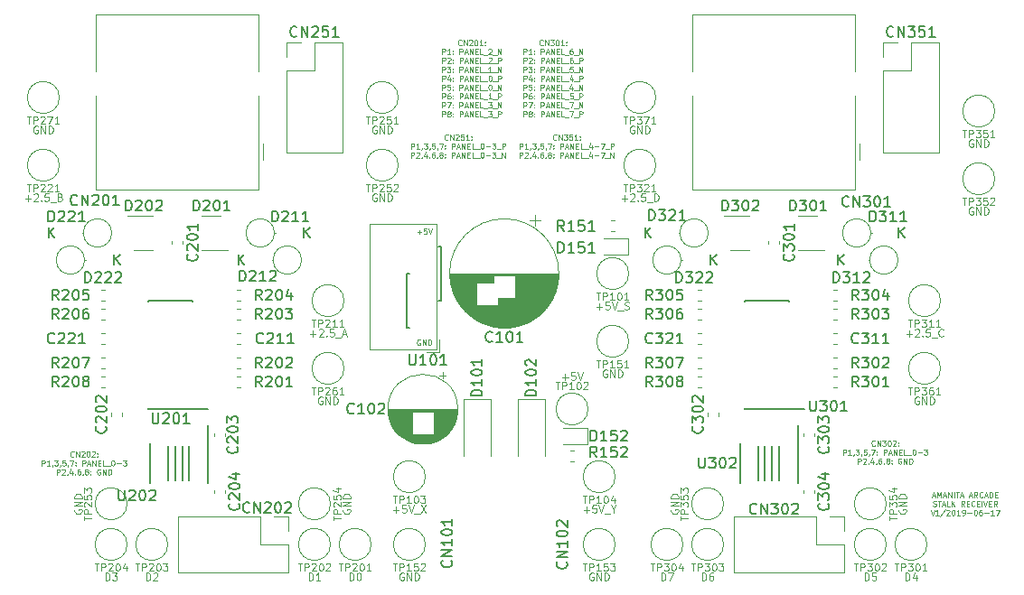
<source format=gbr>
G04 #@! TF.GenerationSoftware,KiCad,Pcbnew,5.0.2-bee76a0~70~ubuntu18.04.1*
G04 #@! TF.CreationDate,2019-06-19T23:09:45-07:00*
G04 #@! TF.ProjectId,aa-panel-receiver-lvds,61612d70-616e-4656-9c2d-726563656976,rev?*
G04 #@! TF.SameCoordinates,Original*
G04 #@! TF.FileFunction,Legend,Top*
G04 #@! TF.FilePolarity,Positive*
%FSLAX46Y46*%
G04 Gerber Fmt 4.6, Leading zero omitted, Abs format (unit mm)*
G04 Created by KiCad (PCBNEW 5.0.2-bee76a0~70~ubuntu18.04.1) date Wed 19 Jun 2019 11:09:45 PM PDT*
%MOMM*%
%LPD*%
G01*
G04 APERTURE LIST*
%ADD10C,0.076200*%
%ADD11C,0.200000*%
%ADD12C,0.120000*%
%ADD13C,0.150000*%
%ADD14C,0.100000*%
G04 APERTURE END LIST*
D10*
X130283857Y-71029285D02*
X130670904Y-71029285D01*
X130477380Y-71222809D02*
X130477380Y-70835761D01*
X131154714Y-70714809D02*
X130912809Y-70714809D01*
X130888619Y-70956714D01*
X130912809Y-70932523D01*
X130961190Y-70908333D01*
X131082142Y-70908333D01*
X131130523Y-70932523D01*
X131154714Y-70956714D01*
X131178904Y-71005095D01*
X131178904Y-71126047D01*
X131154714Y-71174428D01*
X131130523Y-71198619D01*
X131082142Y-71222809D01*
X130961190Y-71222809D01*
X130912809Y-71198619D01*
X130888619Y-71174428D01*
X131324047Y-70714809D02*
X131493380Y-71222809D01*
X131662714Y-70714809D01*
X130549952Y-81153000D02*
X130501571Y-81128809D01*
X130429000Y-81128809D01*
X130356428Y-81153000D01*
X130308047Y-81201380D01*
X130283857Y-81249761D01*
X130259666Y-81346523D01*
X130259666Y-81419095D01*
X130283857Y-81515857D01*
X130308047Y-81564238D01*
X130356428Y-81612619D01*
X130429000Y-81636809D01*
X130477380Y-81636809D01*
X130549952Y-81612619D01*
X130574142Y-81588428D01*
X130574142Y-81419095D01*
X130477380Y-81419095D01*
X130791857Y-81636809D02*
X130791857Y-81128809D01*
X131082142Y-81636809D01*
X131082142Y-81128809D01*
X131324047Y-81636809D02*
X131324047Y-81128809D01*
X131445000Y-81128809D01*
X131517571Y-81153000D01*
X131565952Y-81201380D01*
X131590142Y-81249761D01*
X131614333Y-81346523D01*
X131614333Y-81419095D01*
X131590142Y-81515857D01*
X131565952Y-81564238D01*
X131517571Y-81612619D01*
X131445000Y-81636809D01*
X131324047Y-81636809D01*
D11*
X163525200Y-91084400D02*
X163525200Y-94335600D01*
X164160200Y-91084400D02*
X164160200Y-94335600D01*
X162864800Y-91084400D02*
X162864800Y-94335600D01*
D10*
X142046476Y-53470628D02*
X142022285Y-53494819D01*
X141949714Y-53519009D01*
X141901333Y-53519009D01*
X141828761Y-53494819D01*
X141780380Y-53446438D01*
X141756190Y-53398057D01*
X141732000Y-53301295D01*
X141732000Y-53228723D01*
X141756190Y-53131961D01*
X141780380Y-53083580D01*
X141828761Y-53035200D01*
X141901333Y-53011009D01*
X141949714Y-53011009D01*
X142022285Y-53035200D01*
X142046476Y-53059390D01*
X142264190Y-53519009D02*
X142264190Y-53011009D01*
X142554476Y-53519009D01*
X142554476Y-53011009D01*
X142748000Y-53011009D02*
X143062476Y-53011009D01*
X142893142Y-53204533D01*
X142965714Y-53204533D01*
X143014095Y-53228723D01*
X143038285Y-53252914D01*
X143062476Y-53301295D01*
X143062476Y-53422247D01*
X143038285Y-53470628D01*
X143014095Y-53494819D01*
X142965714Y-53519009D01*
X142820571Y-53519009D01*
X142772190Y-53494819D01*
X142748000Y-53470628D01*
X143376952Y-53011009D02*
X143425333Y-53011009D01*
X143473714Y-53035200D01*
X143497904Y-53059390D01*
X143522095Y-53107771D01*
X143546285Y-53204533D01*
X143546285Y-53325485D01*
X143522095Y-53422247D01*
X143497904Y-53470628D01*
X143473714Y-53494819D01*
X143425333Y-53519009D01*
X143376952Y-53519009D01*
X143328571Y-53494819D01*
X143304380Y-53470628D01*
X143280190Y-53422247D01*
X143256000Y-53325485D01*
X143256000Y-53204533D01*
X143280190Y-53107771D01*
X143304380Y-53059390D01*
X143328571Y-53035200D01*
X143376952Y-53011009D01*
X144030095Y-53519009D02*
X143739809Y-53519009D01*
X143884952Y-53519009D02*
X143884952Y-53011009D01*
X143836571Y-53083580D01*
X143788190Y-53131961D01*
X143739809Y-53156152D01*
X144247809Y-53470628D02*
X144272000Y-53494819D01*
X144247809Y-53519009D01*
X144223619Y-53494819D01*
X144247809Y-53470628D01*
X144247809Y-53519009D01*
X144247809Y-53204533D02*
X144272000Y-53228723D01*
X144247809Y-53252914D01*
X144223619Y-53228723D01*
X144247809Y-53204533D01*
X144247809Y-53252914D01*
X140244285Y-54357209D02*
X140244285Y-53849209D01*
X140437809Y-53849209D01*
X140486190Y-53873400D01*
X140510380Y-53897590D01*
X140534571Y-53945971D01*
X140534571Y-54018542D01*
X140510380Y-54066923D01*
X140486190Y-54091114D01*
X140437809Y-54115304D01*
X140244285Y-54115304D01*
X141018380Y-54357209D02*
X140728095Y-54357209D01*
X140873238Y-54357209D02*
X140873238Y-53849209D01*
X140824857Y-53921780D01*
X140776476Y-53970161D01*
X140728095Y-53994352D01*
X141236095Y-54308828D02*
X141260285Y-54333019D01*
X141236095Y-54357209D01*
X141211904Y-54333019D01*
X141236095Y-54308828D01*
X141236095Y-54357209D01*
X141236095Y-54042733D02*
X141260285Y-54066923D01*
X141236095Y-54091114D01*
X141211904Y-54066923D01*
X141236095Y-54042733D01*
X141236095Y-54091114D01*
X141865047Y-54357209D02*
X141865047Y-53849209D01*
X142058571Y-53849209D01*
X142106952Y-53873400D01*
X142131142Y-53897590D01*
X142155333Y-53945971D01*
X142155333Y-54018542D01*
X142131142Y-54066923D01*
X142106952Y-54091114D01*
X142058571Y-54115304D01*
X141865047Y-54115304D01*
X142348857Y-54212066D02*
X142590761Y-54212066D01*
X142300476Y-54357209D02*
X142469809Y-53849209D01*
X142639142Y-54357209D01*
X142808476Y-54357209D02*
X142808476Y-53849209D01*
X143098761Y-54357209D01*
X143098761Y-53849209D01*
X143340666Y-54091114D02*
X143510000Y-54091114D01*
X143582571Y-54357209D02*
X143340666Y-54357209D01*
X143340666Y-53849209D01*
X143582571Y-53849209D01*
X144042190Y-54357209D02*
X143800285Y-54357209D01*
X143800285Y-53849209D01*
X144090571Y-54405590D02*
X144477619Y-54405590D01*
X144816285Y-53849209D02*
X144719523Y-53849209D01*
X144671142Y-53873400D01*
X144646952Y-53897590D01*
X144598571Y-53970161D01*
X144574380Y-54066923D01*
X144574380Y-54260447D01*
X144598571Y-54308828D01*
X144622761Y-54333019D01*
X144671142Y-54357209D01*
X144767904Y-54357209D01*
X144816285Y-54333019D01*
X144840476Y-54308828D01*
X144864666Y-54260447D01*
X144864666Y-54139495D01*
X144840476Y-54091114D01*
X144816285Y-54066923D01*
X144767904Y-54042733D01*
X144671142Y-54042733D01*
X144622761Y-54066923D01*
X144598571Y-54091114D01*
X144574380Y-54139495D01*
X144961428Y-54405590D02*
X145348476Y-54405590D01*
X145469428Y-54357209D02*
X145469428Y-53849209D01*
X145759714Y-54357209D01*
X145759714Y-53849209D01*
X140256380Y-55195409D02*
X140256380Y-54687409D01*
X140449904Y-54687409D01*
X140498285Y-54711600D01*
X140522476Y-54735790D01*
X140546666Y-54784171D01*
X140546666Y-54856742D01*
X140522476Y-54905123D01*
X140498285Y-54929314D01*
X140449904Y-54953504D01*
X140256380Y-54953504D01*
X140740190Y-54735790D02*
X140764380Y-54711600D01*
X140812761Y-54687409D01*
X140933714Y-54687409D01*
X140982095Y-54711600D01*
X141006285Y-54735790D01*
X141030476Y-54784171D01*
X141030476Y-54832552D01*
X141006285Y-54905123D01*
X140716000Y-55195409D01*
X141030476Y-55195409D01*
X141248190Y-55147028D02*
X141272380Y-55171219D01*
X141248190Y-55195409D01*
X141224000Y-55171219D01*
X141248190Y-55147028D01*
X141248190Y-55195409D01*
X141248190Y-54880933D02*
X141272380Y-54905123D01*
X141248190Y-54929314D01*
X141224000Y-54905123D01*
X141248190Y-54880933D01*
X141248190Y-54929314D01*
X141877142Y-55195409D02*
X141877142Y-54687409D01*
X142070666Y-54687409D01*
X142119047Y-54711600D01*
X142143238Y-54735790D01*
X142167428Y-54784171D01*
X142167428Y-54856742D01*
X142143238Y-54905123D01*
X142119047Y-54929314D01*
X142070666Y-54953504D01*
X141877142Y-54953504D01*
X142360952Y-55050266D02*
X142602857Y-55050266D01*
X142312571Y-55195409D02*
X142481904Y-54687409D01*
X142651238Y-55195409D01*
X142820571Y-55195409D02*
X142820571Y-54687409D01*
X143110857Y-55195409D01*
X143110857Y-54687409D01*
X143352761Y-54929314D02*
X143522095Y-54929314D01*
X143594666Y-55195409D02*
X143352761Y-55195409D01*
X143352761Y-54687409D01*
X143594666Y-54687409D01*
X144054285Y-55195409D02*
X143812380Y-55195409D01*
X143812380Y-54687409D01*
X144102666Y-55243790D02*
X144489714Y-55243790D01*
X144828380Y-54687409D02*
X144731619Y-54687409D01*
X144683238Y-54711600D01*
X144659047Y-54735790D01*
X144610666Y-54808361D01*
X144586476Y-54905123D01*
X144586476Y-55098647D01*
X144610666Y-55147028D01*
X144634857Y-55171219D01*
X144683238Y-55195409D01*
X144780000Y-55195409D01*
X144828380Y-55171219D01*
X144852571Y-55147028D01*
X144876761Y-55098647D01*
X144876761Y-54977695D01*
X144852571Y-54929314D01*
X144828380Y-54905123D01*
X144780000Y-54880933D01*
X144683238Y-54880933D01*
X144634857Y-54905123D01*
X144610666Y-54929314D01*
X144586476Y-54977695D01*
X144973523Y-55243790D02*
X145360571Y-55243790D01*
X145481523Y-55195409D02*
X145481523Y-54687409D01*
X145675047Y-54687409D01*
X145723428Y-54711600D01*
X145747619Y-54735790D01*
X145771809Y-54784171D01*
X145771809Y-54856742D01*
X145747619Y-54905123D01*
X145723428Y-54929314D01*
X145675047Y-54953504D01*
X145481523Y-54953504D01*
X140244285Y-56033609D02*
X140244285Y-55525609D01*
X140437809Y-55525609D01*
X140486190Y-55549800D01*
X140510380Y-55573990D01*
X140534571Y-55622371D01*
X140534571Y-55694942D01*
X140510380Y-55743323D01*
X140486190Y-55767514D01*
X140437809Y-55791704D01*
X140244285Y-55791704D01*
X140703904Y-55525609D02*
X141018380Y-55525609D01*
X140849047Y-55719133D01*
X140921619Y-55719133D01*
X140970000Y-55743323D01*
X140994190Y-55767514D01*
X141018380Y-55815895D01*
X141018380Y-55936847D01*
X140994190Y-55985228D01*
X140970000Y-56009419D01*
X140921619Y-56033609D01*
X140776476Y-56033609D01*
X140728095Y-56009419D01*
X140703904Y-55985228D01*
X141236095Y-55985228D02*
X141260285Y-56009419D01*
X141236095Y-56033609D01*
X141211904Y-56009419D01*
X141236095Y-55985228D01*
X141236095Y-56033609D01*
X141236095Y-55719133D02*
X141260285Y-55743323D01*
X141236095Y-55767514D01*
X141211904Y-55743323D01*
X141236095Y-55719133D01*
X141236095Y-55767514D01*
X141865047Y-56033609D02*
X141865047Y-55525609D01*
X142058571Y-55525609D01*
X142106952Y-55549800D01*
X142131142Y-55573990D01*
X142155333Y-55622371D01*
X142155333Y-55694942D01*
X142131142Y-55743323D01*
X142106952Y-55767514D01*
X142058571Y-55791704D01*
X141865047Y-55791704D01*
X142348857Y-55888466D02*
X142590761Y-55888466D01*
X142300476Y-56033609D02*
X142469809Y-55525609D01*
X142639142Y-56033609D01*
X142808476Y-56033609D02*
X142808476Y-55525609D01*
X143098761Y-56033609D01*
X143098761Y-55525609D01*
X143340666Y-55767514D02*
X143510000Y-55767514D01*
X143582571Y-56033609D02*
X143340666Y-56033609D01*
X143340666Y-55525609D01*
X143582571Y-55525609D01*
X144042190Y-56033609D02*
X143800285Y-56033609D01*
X143800285Y-55525609D01*
X144090571Y-56081990D02*
X144477619Y-56081990D01*
X144840476Y-55525609D02*
X144598571Y-55525609D01*
X144574380Y-55767514D01*
X144598571Y-55743323D01*
X144646952Y-55719133D01*
X144767904Y-55719133D01*
X144816285Y-55743323D01*
X144840476Y-55767514D01*
X144864666Y-55815895D01*
X144864666Y-55936847D01*
X144840476Y-55985228D01*
X144816285Y-56009419D01*
X144767904Y-56033609D01*
X144646952Y-56033609D01*
X144598571Y-56009419D01*
X144574380Y-55985228D01*
X144961428Y-56081990D02*
X145348476Y-56081990D01*
X145469428Y-56033609D02*
X145469428Y-55525609D01*
X145759714Y-56033609D01*
X145759714Y-55525609D01*
X140256380Y-56871809D02*
X140256380Y-56363809D01*
X140449904Y-56363809D01*
X140498285Y-56388000D01*
X140522476Y-56412190D01*
X140546666Y-56460571D01*
X140546666Y-56533142D01*
X140522476Y-56581523D01*
X140498285Y-56605714D01*
X140449904Y-56629904D01*
X140256380Y-56629904D01*
X140982095Y-56533142D02*
X140982095Y-56871809D01*
X140861142Y-56339619D02*
X140740190Y-56702476D01*
X141054666Y-56702476D01*
X141248190Y-56823428D02*
X141272380Y-56847619D01*
X141248190Y-56871809D01*
X141224000Y-56847619D01*
X141248190Y-56823428D01*
X141248190Y-56871809D01*
X141248190Y-56557333D02*
X141272380Y-56581523D01*
X141248190Y-56605714D01*
X141224000Y-56581523D01*
X141248190Y-56557333D01*
X141248190Y-56605714D01*
X141877142Y-56871809D02*
X141877142Y-56363809D01*
X142070666Y-56363809D01*
X142119047Y-56388000D01*
X142143238Y-56412190D01*
X142167428Y-56460571D01*
X142167428Y-56533142D01*
X142143238Y-56581523D01*
X142119047Y-56605714D01*
X142070666Y-56629904D01*
X141877142Y-56629904D01*
X142360952Y-56726666D02*
X142602857Y-56726666D01*
X142312571Y-56871809D02*
X142481904Y-56363809D01*
X142651238Y-56871809D01*
X142820571Y-56871809D02*
X142820571Y-56363809D01*
X143110857Y-56871809D01*
X143110857Y-56363809D01*
X143352761Y-56605714D02*
X143522095Y-56605714D01*
X143594666Y-56871809D02*
X143352761Y-56871809D01*
X143352761Y-56363809D01*
X143594666Y-56363809D01*
X144054285Y-56871809D02*
X143812380Y-56871809D01*
X143812380Y-56363809D01*
X144102666Y-56920190D02*
X144489714Y-56920190D01*
X144828380Y-56533142D02*
X144828380Y-56871809D01*
X144707428Y-56339619D02*
X144586476Y-56702476D01*
X144900952Y-56702476D01*
X144973523Y-56920190D02*
X145360571Y-56920190D01*
X145481523Y-56871809D02*
X145481523Y-56363809D01*
X145675047Y-56363809D01*
X145723428Y-56388000D01*
X145747619Y-56412190D01*
X145771809Y-56460571D01*
X145771809Y-56533142D01*
X145747619Y-56581523D01*
X145723428Y-56605714D01*
X145675047Y-56629904D01*
X145481523Y-56629904D01*
X140244285Y-57710009D02*
X140244285Y-57202009D01*
X140437809Y-57202009D01*
X140486190Y-57226200D01*
X140510380Y-57250390D01*
X140534571Y-57298771D01*
X140534571Y-57371342D01*
X140510380Y-57419723D01*
X140486190Y-57443914D01*
X140437809Y-57468104D01*
X140244285Y-57468104D01*
X140994190Y-57202009D02*
X140752285Y-57202009D01*
X140728095Y-57443914D01*
X140752285Y-57419723D01*
X140800666Y-57395533D01*
X140921619Y-57395533D01*
X140970000Y-57419723D01*
X140994190Y-57443914D01*
X141018380Y-57492295D01*
X141018380Y-57613247D01*
X140994190Y-57661628D01*
X140970000Y-57685819D01*
X140921619Y-57710009D01*
X140800666Y-57710009D01*
X140752285Y-57685819D01*
X140728095Y-57661628D01*
X141236095Y-57661628D02*
X141260285Y-57685819D01*
X141236095Y-57710009D01*
X141211904Y-57685819D01*
X141236095Y-57661628D01*
X141236095Y-57710009D01*
X141236095Y-57395533D02*
X141260285Y-57419723D01*
X141236095Y-57443914D01*
X141211904Y-57419723D01*
X141236095Y-57395533D01*
X141236095Y-57443914D01*
X141865047Y-57710009D02*
X141865047Y-57202009D01*
X142058571Y-57202009D01*
X142106952Y-57226200D01*
X142131142Y-57250390D01*
X142155333Y-57298771D01*
X142155333Y-57371342D01*
X142131142Y-57419723D01*
X142106952Y-57443914D01*
X142058571Y-57468104D01*
X141865047Y-57468104D01*
X142348857Y-57564866D02*
X142590761Y-57564866D01*
X142300476Y-57710009D02*
X142469809Y-57202009D01*
X142639142Y-57710009D01*
X142808476Y-57710009D02*
X142808476Y-57202009D01*
X143098761Y-57710009D01*
X143098761Y-57202009D01*
X143340666Y-57443914D02*
X143510000Y-57443914D01*
X143582571Y-57710009D02*
X143340666Y-57710009D01*
X143340666Y-57202009D01*
X143582571Y-57202009D01*
X144042190Y-57710009D02*
X143800285Y-57710009D01*
X143800285Y-57202009D01*
X144090571Y-57758390D02*
X144477619Y-57758390D01*
X144816285Y-57371342D02*
X144816285Y-57710009D01*
X144695333Y-57177819D02*
X144574380Y-57540676D01*
X144888857Y-57540676D01*
X144961428Y-57758390D02*
X145348476Y-57758390D01*
X145469428Y-57710009D02*
X145469428Y-57202009D01*
X145759714Y-57710009D01*
X145759714Y-57202009D01*
X140256380Y-58548209D02*
X140256380Y-58040209D01*
X140449904Y-58040209D01*
X140498285Y-58064400D01*
X140522476Y-58088590D01*
X140546666Y-58136971D01*
X140546666Y-58209542D01*
X140522476Y-58257923D01*
X140498285Y-58282114D01*
X140449904Y-58306304D01*
X140256380Y-58306304D01*
X140982095Y-58040209D02*
X140885333Y-58040209D01*
X140836952Y-58064400D01*
X140812761Y-58088590D01*
X140764380Y-58161161D01*
X140740190Y-58257923D01*
X140740190Y-58451447D01*
X140764380Y-58499828D01*
X140788571Y-58524019D01*
X140836952Y-58548209D01*
X140933714Y-58548209D01*
X140982095Y-58524019D01*
X141006285Y-58499828D01*
X141030476Y-58451447D01*
X141030476Y-58330495D01*
X141006285Y-58282114D01*
X140982095Y-58257923D01*
X140933714Y-58233733D01*
X140836952Y-58233733D01*
X140788571Y-58257923D01*
X140764380Y-58282114D01*
X140740190Y-58330495D01*
X141248190Y-58499828D02*
X141272380Y-58524019D01*
X141248190Y-58548209D01*
X141224000Y-58524019D01*
X141248190Y-58499828D01*
X141248190Y-58548209D01*
X141248190Y-58233733D02*
X141272380Y-58257923D01*
X141248190Y-58282114D01*
X141224000Y-58257923D01*
X141248190Y-58233733D01*
X141248190Y-58282114D01*
X141877142Y-58548209D02*
X141877142Y-58040209D01*
X142070666Y-58040209D01*
X142119047Y-58064400D01*
X142143238Y-58088590D01*
X142167428Y-58136971D01*
X142167428Y-58209542D01*
X142143238Y-58257923D01*
X142119047Y-58282114D01*
X142070666Y-58306304D01*
X141877142Y-58306304D01*
X142360952Y-58403066D02*
X142602857Y-58403066D01*
X142312571Y-58548209D02*
X142481904Y-58040209D01*
X142651238Y-58548209D01*
X142820571Y-58548209D02*
X142820571Y-58040209D01*
X143110857Y-58548209D01*
X143110857Y-58040209D01*
X143352761Y-58282114D02*
X143522095Y-58282114D01*
X143594666Y-58548209D02*
X143352761Y-58548209D01*
X143352761Y-58040209D01*
X143594666Y-58040209D01*
X144054285Y-58548209D02*
X143812380Y-58548209D01*
X143812380Y-58040209D01*
X144102666Y-58596590D02*
X144489714Y-58596590D01*
X144852571Y-58040209D02*
X144610666Y-58040209D01*
X144586476Y-58282114D01*
X144610666Y-58257923D01*
X144659047Y-58233733D01*
X144780000Y-58233733D01*
X144828380Y-58257923D01*
X144852571Y-58282114D01*
X144876761Y-58330495D01*
X144876761Y-58451447D01*
X144852571Y-58499828D01*
X144828380Y-58524019D01*
X144780000Y-58548209D01*
X144659047Y-58548209D01*
X144610666Y-58524019D01*
X144586476Y-58499828D01*
X144973523Y-58596590D02*
X145360571Y-58596590D01*
X145481523Y-58548209D02*
X145481523Y-58040209D01*
X145675047Y-58040209D01*
X145723428Y-58064400D01*
X145747619Y-58088590D01*
X145771809Y-58136971D01*
X145771809Y-58209542D01*
X145747619Y-58257923D01*
X145723428Y-58282114D01*
X145675047Y-58306304D01*
X145481523Y-58306304D01*
X140244285Y-59386409D02*
X140244285Y-58878409D01*
X140437809Y-58878409D01*
X140486190Y-58902600D01*
X140510380Y-58926790D01*
X140534571Y-58975171D01*
X140534571Y-59047742D01*
X140510380Y-59096123D01*
X140486190Y-59120314D01*
X140437809Y-59144504D01*
X140244285Y-59144504D01*
X140703904Y-58878409D02*
X141042571Y-58878409D01*
X140824857Y-59386409D01*
X141236095Y-59338028D02*
X141260285Y-59362219D01*
X141236095Y-59386409D01*
X141211904Y-59362219D01*
X141236095Y-59338028D01*
X141236095Y-59386409D01*
X141236095Y-59071933D02*
X141260285Y-59096123D01*
X141236095Y-59120314D01*
X141211904Y-59096123D01*
X141236095Y-59071933D01*
X141236095Y-59120314D01*
X141865047Y-59386409D02*
X141865047Y-58878409D01*
X142058571Y-58878409D01*
X142106952Y-58902600D01*
X142131142Y-58926790D01*
X142155333Y-58975171D01*
X142155333Y-59047742D01*
X142131142Y-59096123D01*
X142106952Y-59120314D01*
X142058571Y-59144504D01*
X141865047Y-59144504D01*
X142348857Y-59241266D02*
X142590761Y-59241266D01*
X142300476Y-59386409D02*
X142469809Y-58878409D01*
X142639142Y-59386409D01*
X142808476Y-59386409D02*
X142808476Y-58878409D01*
X143098761Y-59386409D01*
X143098761Y-58878409D01*
X143340666Y-59120314D02*
X143510000Y-59120314D01*
X143582571Y-59386409D02*
X143340666Y-59386409D01*
X143340666Y-58878409D01*
X143582571Y-58878409D01*
X144042190Y-59386409D02*
X143800285Y-59386409D01*
X143800285Y-58878409D01*
X144090571Y-59434790D02*
X144477619Y-59434790D01*
X144550190Y-58878409D02*
X144888857Y-58878409D01*
X144671142Y-59386409D01*
X144961428Y-59434790D02*
X145348476Y-59434790D01*
X145469428Y-59386409D02*
X145469428Y-58878409D01*
X145759714Y-59386409D01*
X145759714Y-58878409D01*
X140256380Y-60224609D02*
X140256380Y-59716609D01*
X140449904Y-59716609D01*
X140498285Y-59740800D01*
X140522476Y-59764990D01*
X140546666Y-59813371D01*
X140546666Y-59885942D01*
X140522476Y-59934323D01*
X140498285Y-59958514D01*
X140449904Y-59982704D01*
X140256380Y-59982704D01*
X140836952Y-59934323D02*
X140788571Y-59910133D01*
X140764380Y-59885942D01*
X140740190Y-59837561D01*
X140740190Y-59813371D01*
X140764380Y-59764990D01*
X140788571Y-59740800D01*
X140836952Y-59716609D01*
X140933714Y-59716609D01*
X140982095Y-59740800D01*
X141006285Y-59764990D01*
X141030476Y-59813371D01*
X141030476Y-59837561D01*
X141006285Y-59885942D01*
X140982095Y-59910133D01*
X140933714Y-59934323D01*
X140836952Y-59934323D01*
X140788571Y-59958514D01*
X140764380Y-59982704D01*
X140740190Y-60031085D01*
X140740190Y-60127847D01*
X140764380Y-60176228D01*
X140788571Y-60200419D01*
X140836952Y-60224609D01*
X140933714Y-60224609D01*
X140982095Y-60200419D01*
X141006285Y-60176228D01*
X141030476Y-60127847D01*
X141030476Y-60031085D01*
X141006285Y-59982704D01*
X140982095Y-59958514D01*
X140933714Y-59934323D01*
X141248190Y-60176228D02*
X141272380Y-60200419D01*
X141248190Y-60224609D01*
X141224000Y-60200419D01*
X141248190Y-60176228D01*
X141248190Y-60224609D01*
X141248190Y-59910133D02*
X141272380Y-59934323D01*
X141248190Y-59958514D01*
X141224000Y-59934323D01*
X141248190Y-59910133D01*
X141248190Y-59958514D01*
X141877142Y-60224609D02*
X141877142Y-59716609D01*
X142070666Y-59716609D01*
X142119047Y-59740800D01*
X142143238Y-59764990D01*
X142167428Y-59813371D01*
X142167428Y-59885942D01*
X142143238Y-59934323D01*
X142119047Y-59958514D01*
X142070666Y-59982704D01*
X141877142Y-59982704D01*
X142360952Y-60079466D02*
X142602857Y-60079466D01*
X142312571Y-60224609D02*
X142481904Y-59716609D01*
X142651238Y-60224609D01*
X142820571Y-60224609D02*
X142820571Y-59716609D01*
X143110857Y-60224609D01*
X143110857Y-59716609D01*
X143352761Y-59958514D02*
X143522095Y-59958514D01*
X143594666Y-60224609D02*
X143352761Y-60224609D01*
X143352761Y-59716609D01*
X143594666Y-59716609D01*
X144054285Y-60224609D02*
X143812380Y-60224609D01*
X143812380Y-59716609D01*
X144102666Y-60272990D02*
X144489714Y-60272990D01*
X144562285Y-59716609D02*
X144900952Y-59716609D01*
X144683238Y-60224609D01*
X144973523Y-60272990D02*
X145360571Y-60272990D01*
X145481523Y-60224609D02*
X145481523Y-59716609D01*
X145675047Y-59716609D01*
X145723428Y-59740800D01*
X145747619Y-59764990D01*
X145771809Y-59813371D01*
X145771809Y-59885942D01*
X145747619Y-59934323D01*
X145723428Y-59958514D01*
X145675047Y-59982704D01*
X145481523Y-59982704D01*
X173161476Y-91037228D02*
X173137285Y-91061419D01*
X173064714Y-91085609D01*
X173016333Y-91085609D01*
X172943761Y-91061419D01*
X172895380Y-91013038D01*
X172871190Y-90964657D01*
X172847000Y-90867895D01*
X172847000Y-90795323D01*
X172871190Y-90698561D01*
X172895380Y-90650180D01*
X172943761Y-90601800D01*
X173016333Y-90577609D01*
X173064714Y-90577609D01*
X173137285Y-90601800D01*
X173161476Y-90625990D01*
X173379190Y-91085609D02*
X173379190Y-90577609D01*
X173669476Y-91085609D01*
X173669476Y-90577609D01*
X173863000Y-90577609D02*
X174177476Y-90577609D01*
X174008142Y-90771133D01*
X174080714Y-90771133D01*
X174129095Y-90795323D01*
X174153285Y-90819514D01*
X174177476Y-90867895D01*
X174177476Y-90988847D01*
X174153285Y-91037228D01*
X174129095Y-91061419D01*
X174080714Y-91085609D01*
X173935571Y-91085609D01*
X173887190Y-91061419D01*
X173863000Y-91037228D01*
X174491952Y-90577609D02*
X174540333Y-90577609D01*
X174588714Y-90601800D01*
X174612904Y-90625990D01*
X174637095Y-90674371D01*
X174661285Y-90771133D01*
X174661285Y-90892085D01*
X174637095Y-90988847D01*
X174612904Y-91037228D01*
X174588714Y-91061419D01*
X174540333Y-91085609D01*
X174491952Y-91085609D01*
X174443571Y-91061419D01*
X174419380Y-91037228D01*
X174395190Y-90988847D01*
X174371000Y-90892085D01*
X174371000Y-90771133D01*
X174395190Y-90674371D01*
X174419380Y-90625990D01*
X174443571Y-90601800D01*
X174491952Y-90577609D01*
X174854809Y-90625990D02*
X174879000Y-90601800D01*
X174927380Y-90577609D01*
X175048333Y-90577609D01*
X175096714Y-90601800D01*
X175120904Y-90625990D01*
X175145095Y-90674371D01*
X175145095Y-90722752D01*
X175120904Y-90795323D01*
X174830619Y-91085609D01*
X175145095Y-91085609D01*
X175362809Y-91037228D02*
X175387000Y-91061419D01*
X175362809Y-91085609D01*
X175338619Y-91061419D01*
X175362809Y-91037228D01*
X175362809Y-91085609D01*
X175362809Y-90771133D02*
X175387000Y-90795323D01*
X175362809Y-90819514D01*
X175338619Y-90795323D01*
X175362809Y-90771133D01*
X175362809Y-90819514D01*
X170173952Y-91923809D02*
X170173952Y-91415809D01*
X170367476Y-91415809D01*
X170415857Y-91440000D01*
X170440047Y-91464190D01*
X170464238Y-91512571D01*
X170464238Y-91585142D01*
X170440047Y-91633523D01*
X170415857Y-91657714D01*
X170367476Y-91681904D01*
X170173952Y-91681904D01*
X170948047Y-91923809D02*
X170657761Y-91923809D01*
X170802904Y-91923809D02*
X170802904Y-91415809D01*
X170754523Y-91488380D01*
X170706142Y-91536761D01*
X170657761Y-91560952D01*
X171189952Y-91899619D02*
X171189952Y-91923809D01*
X171165761Y-91972190D01*
X171141571Y-91996380D01*
X171359285Y-91415809D02*
X171673761Y-91415809D01*
X171504428Y-91609333D01*
X171577000Y-91609333D01*
X171625380Y-91633523D01*
X171649571Y-91657714D01*
X171673761Y-91706095D01*
X171673761Y-91827047D01*
X171649571Y-91875428D01*
X171625380Y-91899619D01*
X171577000Y-91923809D01*
X171431857Y-91923809D01*
X171383476Y-91899619D01*
X171359285Y-91875428D01*
X171915666Y-91899619D02*
X171915666Y-91923809D01*
X171891476Y-91972190D01*
X171867285Y-91996380D01*
X172375285Y-91415809D02*
X172133380Y-91415809D01*
X172109190Y-91657714D01*
X172133380Y-91633523D01*
X172181761Y-91609333D01*
X172302714Y-91609333D01*
X172351095Y-91633523D01*
X172375285Y-91657714D01*
X172399476Y-91706095D01*
X172399476Y-91827047D01*
X172375285Y-91875428D01*
X172351095Y-91899619D01*
X172302714Y-91923809D01*
X172181761Y-91923809D01*
X172133380Y-91899619D01*
X172109190Y-91875428D01*
X172641380Y-91899619D02*
X172641380Y-91923809D01*
X172617190Y-91972190D01*
X172593000Y-91996380D01*
X172810714Y-91415809D02*
X173149380Y-91415809D01*
X172931666Y-91923809D01*
X173342904Y-91875428D02*
X173367095Y-91899619D01*
X173342904Y-91923809D01*
X173318714Y-91899619D01*
X173342904Y-91875428D01*
X173342904Y-91923809D01*
X173342904Y-91609333D02*
X173367095Y-91633523D01*
X173342904Y-91657714D01*
X173318714Y-91633523D01*
X173342904Y-91609333D01*
X173342904Y-91657714D01*
X173971857Y-91923809D02*
X173971857Y-91415809D01*
X174165380Y-91415809D01*
X174213761Y-91440000D01*
X174237952Y-91464190D01*
X174262142Y-91512571D01*
X174262142Y-91585142D01*
X174237952Y-91633523D01*
X174213761Y-91657714D01*
X174165380Y-91681904D01*
X173971857Y-91681904D01*
X174455666Y-91778666D02*
X174697571Y-91778666D01*
X174407285Y-91923809D02*
X174576619Y-91415809D01*
X174745952Y-91923809D01*
X174915285Y-91923809D02*
X174915285Y-91415809D01*
X175205571Y-91923809D01*
X175205571Y-91415809D01*
X175447476Y-91657714D02*
X175616809Y-91657714D01*
X175689380Y-91923809D02*
X175447476Y-91923809D01*
X175447476Y-91415809D01*
X175689380Y-91415809D01*
X176149000Y-91923809D02*
X175907095Y-91923809D01*
X175907095Y-91415809D01*
X176197380Y-91972190D02*
X176584428Y-91972190D01*
X176802142Y-91415809D02*
X176850523Y-91415809D01*
X176898904Y-91440000D01*
X176923095Y-91464190D01*
X176947285Y-91512571D01*
X176971476Y-91609333D01*
X176971476Y-91730285D01*
X176947285Y-91827047D01*
X176923095Y-91875428D01*
X176898904Y-91899619D01*
X176850523Y-91923809D01*
X176802142Y-91923809D01*
X176753761Y-91899619D01*
X176729571Y-91875428D01*
X176705380Y-91827047D01*
X176681190Y-91730285D01*
X176681190Y-91609333D01*
X176705380Y-91512571D01*
X176729571Y-91464190D01*
X176753761Y-91440000D01*
X176802142Y-91415809D01*
X177189190Y-91730285D02*
X177576238Y-91730285D01*
X177769761Y-91415809D02*
X178084238Y-91415809D01*
X177914904Y-91609333D01*
X177987476Y-91609333D01*
X178035857Y-91633523D01*
X178060047Y-91657714D01*
X178084238Y-91706095D01*
X178084238Y-91827047D01*
X178060047Y-91875428D01*
X178035857Y-91899619D01*
X177987476Y-91923809D01*
X177842333Y-91923809D01*
X177793952Y-91899619D01*
X177769761Y-91875428D01*
X171564904Y-92762009D02*
X171564904Y-92254009D01*
X171758428Y-92254009D01*
X171806809Y-92278200D01*
X171831000Y-92302390D01*
X171855190Y-92350771D01*
X171855190Y-92423342D01*
X171831000Y-92471723D01*
X171806809Y-92495914D01*
X171758428Y-92520104D01*
X171564904Y-92520104D01*
X172048714Y-92302390D02*
X172072904Y-92278200D01*
X172121285Y-92254009D01*
X172242238Y-92254009D01*
X172290619Y-92278200D01*
X172314809Y-92302390D01*
X172339000Y-92350771D01*
X172339000Y-92399152D01*
X172314809Y-92471723D01*
X172024523Y-92762009D01*
X172339000Y-92762009D01*
X172580904Y-92737819D02*
X172580904Y-92762009D01*
X172556714Y-92810390D01*
X172532523Y-92834580D01*
X173016333Y-92423342D02*
X173016333Y-92762009D01*
X172895380Y-92229819D02*
X172774428Y-92592676D01*
X173088904Y-92592676D01*
X173306619Y-92737819D02*
X173306619Y-92762009D01*
X173282428Y-92810390D01*
X173258238Y-92834580D01*
X173742047Y-92254009D02*
X173645285Y-92254009D01*
X173596904Y-92278200D01*
X173572714Y-92302390D01*
X173524333Y-92374961D01*
X173500142Y-92471723D01*
X173500142Y-92665247D01*
X173524333Y-92713628D01*
X173548523Y-92737819D01*
X173596904Y-92762009D01*
X173693666Y-92762009D01*
X173742047Y-92737819D01*
X173766238Y-92713628D01*
X173790428Y-92665247D01*
X173790428Y-92544295D01*
X173766238Y-92495914D01*
X173742047Y-92471723D01*
X173693666Y-92447533D01*
X173596904Y-92447533D01*
X173548523Y-92471723D01*
X173524333Y-92495914D01*
X173500142Y-92544295D01*
X174032333Y-92737819D02*
X174032333Y-92762009D01*
X174008142Y-92810390D01*
X173983952Y-92834580D01*
X174322619Y-92471723D02*
X174274238Y-92447533D01*
X174250047Y-92423342D01*
X174225857Y-92374961D01*
X174225857Y-92350771D01*
X174250047Y-92302390D01*
X174274238Y-92278200D01*
X174322619Y-92254009D01*
X174419380Y-92254009D01*
X174467761Y-92278200D01*
X174491952Y-92302390D01*
X174516142Y-92350771D01*
X174516142Y-92374961D01*
X174491952Y-92423342D01*
X174467761Y-92447533D01*
X174419380Y-92471723D01*
X174322619Y-92471723D01*
X174274238Y-92495914D01*
X174250047Y-92520104D01*
X174225857Y-92568485D01*
X174225857Y-92665247D01*
X174250047Y-92713628D01*
X174274238Y-92737819D01*
X174322619Y-92762009D01*
X174419380Y-92762009D01*
X174467761Y-92737819D01*
X174491952Y-92713628D01*
X174516142Y-92665247D01*
X174516142Y-92568485D01*
X174491952Y-92520104D01*
X174467761Y-92495914D01*
X174419380Y-92471723D01*
X174733857Y-92713628D02*
X174758047Y-92737819D01*
X174733857Y-92762009D01*
X174709666Y-92737819D01*
X174733857Y-92713628D01*
X174733857Y-92762009D01*
X174733857Y-92447533D02*
X174758047Y-92471723D01*
X174733857Y-92495914D01*
X174709666Y-92471723D01*
X174733857Y-92447533D01*
X174733857Y-92495914D01*
X175628904Y-92278200D02*
X175580523Y-92254009D01*
X175507952Y-92254009D01*
X175435380Y-92278200D01*
X175387000Y-92326580D01*
X175362809Y-92374961D01*
X175338619Y-92471723D01*
X175338619Y-92544295D01*
X175362809Y-92641057D01*
X175387000Y-92689438D01*
X175435380Y-92737819D01*
X175507952Y-92762009D01*
X175556333Y-92762009D01*
X175628904Y-92737819D01*
X175653095Y-92713628D01*
X175653095Y-92544295D01*
X175556333Y-92544295D01*
X175870809Y-92762009D02*
X175870809Y-92254009D01*
X176161095Y-92762009D01*
X176161095Y-92254009D01*
X176403000Y-92762009D02*
X176403000Y-92254009D01*
X176523952Y-92254009D01*
X176596523Y-92278200D01*
X176644904Y-92326580D01*
X176669095Y-92374961D01*
X176693285Y-92471723D01*
X176693285Y-92544295D01*
X176669095Y-92641057D01*
X176644904Y-92689438D01*
X176596523Y-92737819D01*
X176523952Y-92762009D01*
X176403000Y-92762009D01*
X143316476Y-62335228D02*
X143292285Y-62359419D01*
X143219714Y-62383609D01*
X143171333Y-62383609D01*
X143098761Y-62359419D01*
X143050380Y-62311038D01*
X143026190Y-62262657D01*
X143002000Y-62165895D01*
X143002000Y-62093323D01*
X143026190Y-61996561D01*
X143050380Y-61948180D01*
X143098761Y-61899800D01*
X143171333Y-61875609D01*
X143219714Y-61875609D01*
X143292285Y-61899800D01*
X143316476Y-61923990D01*
X143534190Y-62383609D02*
X143534190Y-61875609D01*
X143824476Y-62383609D01*
X143824476Y-61875609D01*
X144018000Y-61875609D02*
X144332476Y-61875609D01*
X144163142Y-62069133D01*
X144235714Y-62069133D01*
X144284095Y-62093323D01*
X144308285Y-62117514D01*
X144332476Y-62165895D01*
X144332476Y-62286847D01*
X144308285Y-62335228D01*
X144284095Y-62359419D01*
X144235714Y-62383609D01*
X144090571Y-62383609D01*
X144042190Y-62359419D01*
X144018000Y-62335228D01*
X144792095Y-61875609D02*
X144550190Y-61875609D01*
X144526000Y-62117514D01*
X144550190Y-62093323D01*
X144598571Y-62069133D01*
X144719523Y-62069133D01*
X144767904Y-62093323D01*
X144792095Y-62117514D01*
X144816285Y-62165895D01*
X144816285Y-62286847D01*
X144792095Y-62335228D01*
X144767904Y-62359419D01*
X144719523Y-62383609D01*
X144598571Y-62383609D01*
X144550190Y-62359419D01*
X144526000Y-62335228D01*
X145300095Y-62383609D02*
X145009809Y-62383609D01*
X145154952Y-62383609D02*
X145154952Y-61875609D01*
X145106571Y-61948180D01*
X145058190Y-61996561D01*
X145009809Y-62020752D01*
X145517809Y-62335228D02*
X145542000Y-62359419D01*
X145517809Y-62383609D01*
X145493619Y-62359419D01*
X145517809Y-62335228D01*
X145517809Y-62383609D01*
X145517809Y-62069133D02*
X145542000Y-62093323D01*
X145517809Y-62117514D01*
X145493619Y-62093323D01*
X145517809Y-62069133D01*
X145517809Y-62117514D01*
X139881428Y-63221809D02*
X139881428Y-62713809D01*
X140074952Y-62713809D01*
X140123333Y-62738000D01*
X140147523Y-62762190D01*
X140171714Y-62810571D01*
X140171714Y-62883142D01*
X140147523Y-62931523D01*
X140123333Y-62955714D01*
X140074952Y-62979904D01*
X139881428Y-62979904D01*
X140655523Y-63221809D02*
X140365238Y-63221809D01*
X140510380Y-63221809D02*
X140510380Y-62713809D01*
X140462000Y-62786380D01*
X140413619Y-62834761D01*
X140365238Y-62858952D01*
X140897428Y-63197619D02*
X140897428Y-63221809D01*
X140873238Y-63270190D01*
X140849047Y-63294380D01*
X141066761Y-62713809D02*
X141381238Y-62713809D01*
X141211904Y-62907333D01*
X141284476Y-62907333D01*
X141332857Y-62931523D01*
X141357047Y-62955714D01*
X141381238Y-63004095D01*
X141381238Y-63125047D01*
X141357047Y-63173428D01*
X141332857Y-63197619D01*
X141284476Y-63221809D01*
X141139333Y-63221809D01*
X141090952Y-63197619D01*
X141066761Y-63173428D01*
X141623142Y-63197619D02*
X141623142Y-63221809D01*
X141598952Y-63270190D01*
X141574761Y-63294380D01*
X142082761Y-62713809D02*
X141840857Y-62713809D01*
X141816666Y-62955714D01*
X141840857Y-62931523D01*
X141889238Y-62907333D01*
X142010190Y-62907333D01*
X142058571Y-62931523D01*
X142082761Y-62955714D01*
X142106952Y-63004095D01*
X142106952Y-63125047D01*
X142082761Y-63173428D01*
X142058571Y-63197619D01*
X142010190Y-63221809D01*
X141889238Y-63221809D01*
X141840857Y-63197619D01*
X141816666Y-63173428D01*
X142348857Y-63197619D02*
X142348857Y-63221809D01*
X142324666Y-63270190D01*
X142300476Y-63294380D01*
X142518190Y-62713809D02*
X142856857Y-62713809D01*
X142639142Y-63221809D01*
X143050380Y-63173428D02*
X143074571Y-63197619D01*
X143050380Y-63221809D01*
X143026190Y-63197619D01*
X143050380Y-63173428D01*
X143050380Y-63221809D01*
X143050380Y-62907333D02*
X143074571Y-62931523D01*
X143050380Y-62955714D01*
X143026190Y-62931523D01*
X143050380Y-62907333D01*
X143050380Y-62955714D01*
X143679333Y-63221809D02*
X143679333Y-62713809D01*
X143872857Y-62713809D01*
X143921238Y-62738000D01*
X143945428Y-62762190D01*
X143969619Y-62810571D01*
X143969619Y-62883142D01*
X143945428Y-62931523D01*
X143921238Y-62955714D01*
X143872857Y-62979904D01*
X143679333Y-62979904D01*
X144163142Y-63076666D02*
X144405047Y-63076666D01*
X144114761Y-63221809D02*
X144284095Y-62713809D01*
X144453428Y-63221809D01*
X144622761Y-63221809D02*
X144622761Y-62713809D01*
X144913047Y-63221809D01*
X144913047Y-62713809D01*
X145154952Y-62955714D02*
X145324285Y-62955714D01*
X145396857Y-63221809D02*
X145154952Y-63221809D01*
X145154952Y-62713809D01*
X145396857Y-62713809D01*
X145856476Y-63221809D02*
X145614571Y-63221809D01*
X145614571Y-62713809D01*
X145904857Y-63270190D02*
X146291904Y-63270190D01*
X146630571Y-62883142D02*
X146630571Y-63221809D01*
X146509619Y-62689619D02*
X146388666Y-63052476D01*
X146703142Y-63052476D01*
X146896666Y-63028285D02*
X147283714Y-63028285D01*
X147477238Y-62713809D02*
X147815904Y-62713809D01*
X147598190Y-63221809D01*
X147888476Y-63270190D02*
X148275523Y-63270190D01*
X148396476Y-63221809D02*
X148396476Y-62713809D01*
X148590000Y-62713809D01*
X148638380Y-62738000D01*
X148662571Y-62762190D01*
X148686761Y-62810571D01*
X148686761Y-62883142D01*
X148662571Y-62931523D01*
X148638380Y-62955714D01*
X148590000Y-62979904D01*
X148396476Y-62979904D01*
X139869333Y-64060009D02*
X139869333Y-63552009D01*
X140062857Y-63552009D01*
X140111238Y-63576200D01*
X140135428Y-63600390D01*
X140159619Y-63648771D01*
X140159619Y-63721342D01*
X140135428Y-63769723D01*
X140111238Y-63793914D01*
X140062857Y-63818104D01*
X139869333Y-63818104D01*
X140353142Y-63600390D02*
X140377333Y-63576200D01*
X140425714Y-63552009D01*
X140546666Y-63552009D01*
X140595047Y-63576200D01*
X140619238Y-63600390D01*
X140643428Y-63648771D01*
X140643428Y-63697152D01*
X140619238Y-63769723D01*
X140328952Y-64060009D01*
X140643428Y-64060009D01*
X140885333Y-64035819D02*
X140885333Y-64060009D01*
X140861142Y-64108390D01*
X140836952Y-64132580D01*
X141320761Y-63721342D02*
X141320761Y-64060009D01*
X141199809Y-63527819D02*
X141078857Y-63890676D01*
X141393333Y-63890676D01*
X141611047Y-64035819D02*
X141611047Y-64060009D01*
X141586857Y-64108390D01*
X141562666Y-64132580D01*
X142046476Y-63552009D02*
X141949714Y-63552009D01*
X141901333Y-63576200D01*
X141877142Y-63600390D01*
X141828761Y-63672961D01*
X141804571Y-63769723D01*
X141804571Y-63963247D01*
X141828761Y-64011628D01*
X141852952Y-64035819D01*
X141901333Y-64060009D01*
X141998095Y-64060009D01*
X142046476Y-64035819D01*
X142070666Y-64011628D01*
X142094857Y-63963247D01*
X142094857Y-63842295D01*
X142070666Y-63793914D01*
X142046476Y-63769723D01*
X141998095Y-63745533D01*
X141901333Y-63745533D01*
X141852952Y-63769723D01*
X141828761Y-63793914D01*
X141804571Y-63842295D01*
X142336761Y-64035819D02*
X142336761Y-64060009D01*
X142312571Y-64108390D01*
X142288380Y-64132580D01*
X142627047Y-63769723D02*
X142578666Y-63745533D01*
X142554476Y-63721342D01*
X142530285Y-63672961D01*
X142530285Y-63648771D01*
X142554476Y-63600390D01*
X142578666Y-63576200D01*
X142627047Y-63552009D01*
X142723809Y-63552009D01*
X142772190Y-63576200D01*
X142796380Y-63600390D01*
X142820571Y-63648771D01*
X142820571Y-63672961D01*
X142796380Y-63721342D01*
X142772190Y-63745533D01*
X142723809Y-63769723D01*
X142627047Y-63769723D01*
X142578666Y-63793914D01*
X142554476Y-63818104D01*
X142530285Y-63866485D01*
X142530285Y-63963247D01*
X142554476Y-64011628D01*
X142578666Y-64035819D01*
X142627047Y-64060009D01*
X142723809Y-64060009D01*
X142772190Y-64035819D01*
X142796380Y-64011628D01*
X142820571Y-63963247D01*
X142820571Y-63866485D01*
X142796380Y-63818104D01*
X142772190Y-63793914D01*
X142723809Y-63769723D01*
X143038285Y-64011628D02*
X143062476Y-64035819D01*
X143038285Y-64060009D01*
X143014095Y-64035819D01*
X143038285Y-64011628D01*
X143038285Y-64060009D01*
X143038285Y-63745533D02*
X143062476Y-63769723D01*
X143038285Y-63793914D01*
X143014095Y-63769723D01*
X143038285Y-63745533D01*
X143038285Y-63793914D01*
X143667238Y-64060009D02*
X143667238Y-63552009D01*
X143860761Y-63552009D01*
X143909142Y-63576200D01*
X143933333Y-63600390D01*
X143957523Y-63648771D01*
X143957523Y-63721342D01*
X143933333Y-63769723D01*
X143909142Y-63793914D01*
X143860761Y-63818104D01*
X143667238Y-63818104D01*
X144151047Y-63914866D02*
X144392952Y-63914866D01*
X144102666Y-64060009D02*
X144272000Y-63552009D01*
X144441333Y-64060009D01*
X144610666Y-64060009D02*
X144610666Y-63552009D01*
X144900952Y-64060009D01*
X144900952Y-63552009D01*
X145142857Y-63793914D02*
X145312190Y-63793914D01*
X145384761Y-64060009D02*
X145142857Y-64060009D01*
X145142857Y-63552009D01*
X145384761Y-63552009D01*
X145844380Y-64060009D02*
X145602476Y-64060009D01*
X145602476Y-63552009D01*
X145892761Y-64108390D02*
X146279809Y-64108390D01*
X146618476Y-63721342D02*
X146618476Y-64060009D01*
X146497523Y-63527819D02*
X146376571Y-63890676D01*
X146691047Y-63890676D01*
X146884571Y-63866485D02*
X147271619Y-63866485D01*
X147465142Y-63552009D02*
X147803809Y-63552009D01*
X147586095Y-64060009D01*
X147876380Y-64108390D02*
X148263428Y-64108390D01*
X148384380Y-64060009D02*
X148384380Y-63552009D01*
X148674666Y-64060009D01*
X148674666Y-63552009D01*
D11*
X162229800Y-91084400D02*
X162229800Y-94335600D01*
D10*
X178562000Y-95766466D02*
X178803904Y-95766466D01*
X178513619Y-95911609D02*
X178682952Y-95403609D01*
X178852285Y-95911609D01*
X179021619Y-95911609D02*
X179021619Y-95403609D01*
X179190952Y-95766466D01*
X179360285Y-95403609D01*
X179360285Y-95911609D01*
X179578000Y-95766466D02*
X179819904Y-95766466D01*
X179529619Y-95911609D02*
X179698952Y-95403609D01*
X179868285Y-95911609D01*
X180037619Y-95911609D02*
X180037619Y-95403609D01*
X180327904Y-95911609D01*
X180327904Y-95403609D01*
X180569809Y-95911609D02*
X180569809Y-95403609D01*
X180739142Y-95403609D02*
X181029428Y-95403609D01*
X180884285Y-95911609D02*
X180884285Y-95403609D01*
X181174571Y-95766466D02*
X181416476Y-95766466D01*
X181126190Y-95911609D02*
X181295523Y-95403609D01*
X181464857Y-95911609D01*
X181997047Y-95766466D02*
X182238952Y-95766466D01*
X181948666Y-95911609D02*
X182118000Y-95403609D01*
X182287333Y-95911609D01*
X182746952Y-95911609D02*
X182577619Y-95669704D01*
X182456666Y-95911609D02*
X182456666Y-95403609D01*
X182650190Y-95403609D01*
X182698571Y-95427800D01*
X182722761Y-95451990D01*
X182746952Y-95500371D01*
X182746952Y-95572942D01*
X182722761Y-95621323D01*
X182698571Y-95645514D01*
X182650190Y-95669704D01*
X182456666Y-95669704D01*
X183254952Y-95863228D02*
X183230761Y-95887419D01*
X183158190Y-95911609D01*
X183109809Y-95911609D01*
X183037238Y-95887419D01*
X182988857Y-95839038D01*
X182964666Y-95790657D01*
X182940476Y-95693895D01*
X182940476Y-95621323D01*
X182964666Y-95524561D01*
X182988857Y-95476180D01*
X183037238Y-95427800D01*
X183109809Y-95403609D01*
X183158190Y-95403609D01*
X183230761Y-95427800D01*
X183254952Y-95451990D01*
X183448476Y-95766466D02*
X183690380Y-95766466D01*
X183400095Y-95911609D02*
X183569428Y-95403609D01*
X183738761Y-95911609D01*
X183908095Y-95911609D02*
X183908095Y-95403609D01*
X184029047Y-95403609D01*
X184101619Y-95427800D01*
X184150000Y-95476180D01*
X184174190Y-95524561D01*
X184198380Y-95621323D01*
X184198380Y-95693895D01*
X184174190Y-95790657D01*
X184150000Y-95839038D01*
X184101619Y-95887419D01*
X184029047Y-95911609D01*
X183908095Y-95911609D01*
X184416095Y-95645514D02*
X184585428Y-95645514D01*
X184658000Y-95911609D02*
X184416095Y-95911609D01*
X184416095Y-95403609D01*
X184658000Y-95403609D01*
X178610380Y-96725619D02*
X178682952Y-96749809D01*
X178803904Y-96749809D01*
X178852285Y-96725619D01*
X178876476Y-96701428D01*
X178900666Y-96653047D01*
X178900666Y-96604666D01*
X178876476Y-96556285D01*
X178852285Y-96532095D01*
X178803904Y-96507904D01*
X178707142Y-96483714D01*
X178658761Y-96459523D01*
X178634571Y-96435333D01*
X178610380Y-96386952D01*
X178610380Y-96338571D01*
X178634571Y-96290190D01*
X178658761Y-96266000D01*
X178707142Y-96241809D01*
X178828095Y-96241809D01*
X178900666Y-96266000D01*
X179045809Y-96241809D02*
X179336095Y-96241809D01*
X179190952Y-96749809D02*
X179190952Y-96241809D01*
X179481238Y-96604666D02*
X179723142Y-96604666D01*
X179432857Y-96749809D02*
X179602190Y-96241809D01*
X179771523Y-96749809D01*
X180182761Y-96749809D02*
X179940857Y-96749809D01*
X179940857Y-96241809D01*
X180352095Y-96749809D02*
X180352095Y-96241809D01*
X180642380Y-96749809D02*
X180424666Y-96459523D01*
X180642380Y-96241809D02*
X180352095Y-96532095D01*
X181537428Y-96749809D02*
X181368095Y-96507904D01*
X181247142Y-96749809D02*
X181247142Y-96241809D01*
X181440666Y-96241809D01*
X181489047Y-96266000D01*
X181513238Y-96290190D01*
X181537428Y-96338571D01*
X181537428Y-96411142D01*
X181513238Y-96459523D01*
X181489047Y-96483714D01*
X181440666Y-96507904D01*
X181247142Y-96507904D01*
X181755142Y-96483714D02*
X181924476Y-96483714D01*
X181997047Y-96749809D02*
X181755142Y-96749809D01*
X181755142Y-96241809D01*
X181997047Y-96241809D01*
X182505047Y-96701428D02*
X182480857Y-96725619D01*
X182408285Y-96749809D01*
X182359904Y-96749809D01*
X182287333Y-96725619D01*
X182238952Y-96677238D01*
X182214761Y-96628857D01*
X182190571Y-96532095D01*
X182190571Y-96459523D01*
X182214761Y-96362761D01*
X182238952Y-96314380D01*
X182287333Y-96266000D01*
X182359904Y-96241809D01*
X182408285Y-96241809D01*
X182480857Y-96266000D01*
X182505047Y-96290190D01*
X182722761Y-96483714D02*
X182892095Y-96483714D01*
X182964666Y-96749809D02*
X182722761Y-96749809D01*
X182722761Y-96241809D01*
X182964666Y-96241809D01*
X183182380Y-96749809D02*
X183182380Y-96241809D01*
X183351714Y-96241809D02*
X183521047Y-96749809D01*
X183690380Y-96241809D01*
X183859714Y-96483714D02*
X184029047Y-96483714D01*
X184101619Y-96749809D02*
X183859714Y-96749809D01*
X183859714Y-96241809D01*
X184101619Y-96241809D01*
X184609619Y-96749809D02*
X184440285Y-96507904D01*
X184319333Y-96749809D02*
X184319333Y-96241809D01*
X184512857Y-96241809D01*
X184561238Y-96266000D01*
X184585428Y-96290190D01*
X184609619Y-96338571D01*
X184609619Y-96411142D01*
X184585428Y-96459523D01*
X184561238Y-96483714D01*
X184512857Y-96507904D01*
X184319333Y-96507904D01*
X178368476Y-97080009D02*
X178537809Y-97588009D01*
X178707142Y-97080009D01*
X179142571Y-97588009D02*
X178852285Y-97588009D01*
X178997428Y-97588009D02*
X178997428Y-97080009D01*
X178949047Y-97152580D01*
X178900666Y-97200961D01*
X178852285Y-97225152D01*
X179723142Y-97055819D02*
X179287714Y-97708961D01*
X179868285Y-97128390D02*
X179892476Y-97104200D01*
X179940857Y-97080009D01*
X180061809Y-97080009D01*
X180110190Y-97104200D01*
X180134380Y-97128390D01*
X180158571Y-97176771D01*
X180158571Y-97225152D01*
X180134380Y-97297723D01*
X179844095Y-97588009D01*
X180158571Y-97588009D01*
X180473047Y-97080009D02*
X180521428Y-97080009D01*
X180569809Y-97104200D01*
X180594000Y-97128390D01*
X180618190Y-97176771D01*
X180642380Y-97273533D01*
X180642380Y-97394485D01*
X180618190Y-97491247D01*
X180594000Y-97539628D01*
X180569809Y-97563819D01*
X180521428Y-97588009D01*
X180473047Y-97588009D01*
X180424666Y-97563819D01*
X180400476Y-97539628D01*
X180376285Y-97491247D01*
X180352095Y-97394485D01*
X180352095Y-97273533D01*
X180376285Y-97176771D01*
X180400476Y-97128390D01*
X180424666Y-97104200D01*
X180473047Y-97080009D01*
X181126190Y-97588009D02*
X180835904Y-97588009D01*
X180981047Y-97588009D02*
X180981047Y-97080009D01*
X180932666Y-97152580D01*
X180884285Y-97200961D01*
X180835904Y-97225152D01*
X181368095Y-97588009D02*
X181464857Y-97588009D01*
X181513238Y-97563819D01*
X181537428Y-97539628D01*
X181585809Y-97467057D01*
X181610000Y-97370295D01*
X181610000Y-97176771D01*
X181585809Y-97128390D01*
X181561619Y-97104200D01*
X181513238Y-97080009D01*
X181416476Y-97080009D01*
X181368095Y-97104200D01*
X181343904Y-97128390D01*
X181319714Y-97176771D01*
X181319714Y-97297723D01*
X181343904Y-97346104D01*
X181368095Y-97370295D01*
X181416476Y-97394485D01*
X181513238Y-97394485D01*
X181561619Y-97370295D01*
X181585809Y-97346104D01*
X181610000Y-97297723D01*
X181827714Y-97394485D02*
X182214761Y-97394485D01*
X182553428Y-97080009D02*
X182601809Y-97080009D01*
X182650190Y-97104200D01*
X182674380Y-97128390D01*
X182698571Y-97176771D01*
X182722761Y-97273533D01*
X182722761Y-97394485D01*
X182698571Y-97491247D01*
X182674380Y-97539628D01*
X182650190Y-97563819D01*
X182601809Y-97588009D01*
X182553428Y-97588009D01*
X182505047Y-97563819D01*
X182480857Y-97539628D01*
X182456666Y-97491247D01*
X182432476Y-97394485D01*
X182432476Y-97273533D01*
X182456666Y-97176771D01*
X182480857Y-97128390D01*
X182505047Y-97104200D01*
X182553428Y-97080009D01*
X183158190Y-97080009D02*
X183061428Y-97080009D01*
X183013047Y-97104200D01*
X182988857Y-97128390D01*
X182940476Y-97200961D01*
X182916285Y-97297723D01*
X182916285Y-97491247D01*
X182940476Y-97539628D01*
X182964666Y-97563819D01*
X183013047Y-97588009D01*
X183109809Y-97588009D01*
X183158190Y-97563819D01*
X183182380Y-97539628D01*
X183206571Y-97491247D01*
X183206571Y-97370295D01*
X183182380Y-97321914D01*
X183158190Y-97297723D01*
X183109809Y-97273533D01*
X183013047Y-97273533D01*
X182964666Y-97297723D01*
X182940476Y-97321914D01*
X182916285Y-97370295D01*
X183424285Y-97394485D02*
X183811333Y-97394485D01*
X184319333Y-97588009D02*
X184029047Y-97588009D01*
X184174190Y-97588009D02*
X184174190Y-97080009D01*
X184125809Y-97152580D01*
X184077428Y-97200961D01*
X184029047Y-97225152D01*
X184488666Y-97080009D02*
X184827333Y-97080009D01*
X184609619Y-97588009D01*
X134426476Y-53470628D02*
X134402285Y-53494819D01*
X134329714Y-53519009D01*
X134281333Y-53519009D01*
X134208761Y-53494819D01*
X134160380Y-53446438D01*
X134136190Y-53398057D01*
X134112000Y-53301295D01*
X134112000Y-53228723D01*
X134136190Y-53131961D01*
X134160380Y-53083580D01*
X134208761Y-53035200D01*
X134281333Y-53011009D01*
X134329714Y-53011009D01*
X134402285Y-53035200D01*
X134426476Y-53059390D01*
X134644190Y-53519009D02*
X134644190Y-53011009D01*
X134934476Y-53519009D01*
X134934476Y-53011009D01*
X135152190Y-53059390D02*
X135176380Y-53035200D01*
X135224761Y-53011009D01*
X135345714Y-53011009D01*
X135394095Y-53035200D01*
X135418285Y-53059390D01*
X135442476Y-53107771D01*
X135442476Y-53156152D01*
X135418285Y-53228723D01*
X135128000Y-53519009D01*
X135442476Y-53519009D01*
X135756952Y-53011009D02*
X135805333Y-53011009D01*
X135853714Y-53035200D01*
X135877904Y-53059390D01*
X135902095Y-53107771D01*
X135926285Y-53204533D01*
X135926285Y-53325485D01*
X135902095Y-53422247D01*
X135877904Y-53470628D01*
X135853714Y-53494819D01*
X135805333Y-53519009D01*
X135756952Y-53519009D01*
X135708571Y-53494819D01*
X135684380Y-53470628D01*
X135660190Y-53422247D01*
X135636000Y-53325485D01*
X135636000Y-53204533D01*
X135660190Y-53107771D01*
X135684380Y-53059390D01*
X135708571Y-53035200D01*
X135756952Y-53011009D01*
X136410095Y-53519009D02*
X136119809Y-53519009D01*
X136264952Y-53519009D02*
X136264952Y-53011009D01*
X136216571Y-53083580D01*
X136168190Y-53131961D01*
X136119809Y-53156152D01*
X136627809Y-53470628D02*
X136652000Y-53494819D01*
X136627809Y-53519009D01*
X136603619Y-53494819D01*
X136627809Y-53470628D01*
X136627809Y-53519009D01*
X136627809Y-53204533D02*
X136652000Y-53228723D01*
X136627809Y-53252914D01*
X136603619Y-53228723D01*
X136627809Y-53204533D01*
X136627809Y-53252914D01*
X132624285Y-54357209D02*
X132624285Y-53849209D01*
X132817809Y-53849209D01*
X132866190Y-53873400D01*
X132890380Y-53897590D01*
X132914571Y-53945971D01*
X132914571Y-54018542D01*
X132890380Y-54066923D01*
X132866190Y-54091114D01*
X132817809Y-54115304D01*
X132624285Y-54115304D01*
X133398380Y-54357209D02*
X133108095Y-54357209D01*
X133253238Y-54357209D02*
X133253238Y-53849209D01*
X133204857Y-53921780D01*
X133156476Y-53970161D01*
X133108095Y-53994352D01*
X133616095Y-54308828D02*
X133640285Y-54333019D01*
X133616095Y-54357209D01*
X133591904Y-54333019D01*
X133616095Y-54308828D01*
X133616095Y-54357209D01*
X133616095Y-54042733D02*
X133640285Y-54066923D01*
X133616095Y-54091114D01*
X133591904Y-54066923D01*
X133616095Y-54042733D01*
X133616095Y-54091114D01*
X134245047Y-54357209D02*
X134245047Y-53849209D01*
X134438571Y-53849209D01*
X134486952Y-53873400D01*
X134511142Y-53897590D01*
X134535333Y-53945971D01*
X134535333Y-54018542D01*
X134511142Y-54066923D01*
X134486952Y-54091114D01*
X134438571Y-54115304D01*
X134245047Y-54115304D01*
X134728857Y-54212066D02*
X134970761Y-54212066D01*
X134680476Y-54357209D02*
X134849809Y-53849209D01*
X135019142Y-54357209D01*
X135188476Y-54357209D02*
X135188476Y-53849209D01*
X135478761Y-54357209D01*
X135478761Y-53849209D01*
X135720666Y-54091114D02*
X135890000Y-54091114D01*
X135962571Y-54357209D02*
X135720666Y-54357209D01*
X135720666Y-53849209D01*
X135962571Y-53849209D01*
X136422190Y-54357209D02*
X136180285Y-54357209D01*
X136180285Y-53849209D01*
X136470571Y-54405590D02*
X136857619Y-54405590D01*
X136954380Y-53897590D02*
X136978571Y-53873400D01*
X137026952Y-53849209D01*
X137147904Y-53849209D01*
X137196285Y-53873400D01*
X137220476Y-53897590D01*
X137244666Y-53945971D01*
X137244666Y-53994352D01*
X137220476Y-54066923D01*
X136930190Y-54357209D01*
X137244666Y-54357209D01*
X137341428Y-54405590D02*
X137728476Y-54405590D01*
X137849428Y-54357209D02*
X137849428Y-53849209D01*
X138139714Y-54357209D01*
X138139714Y-53849209D01*
X132636380Y-55195409D02*
X132636380Y-54687409D01*
X132829904Y-54687409D01*
X132878285Y-54711600D01*
X132902476Y-54735790D01*
X132926666Y-54784171D01*
X132926666Y-54856742D01*
X132902476Y-54905123D01*
X132878285Y-54929314D01*
X132829904Y-54953504D01*
X132636380Y-54953504D01*
X133120190Y-54735790D02*
X133144380Y-54711600D01*
X133192761Y-54687409D01*
X133313714Y-54687409D01*
X133362095Y-54711600D01*
X133386285Y-54735790D01*
X133410476Y-54784171D01*
X133410476Y-54832552D01*
X133386285Y-54905123D01*
X133096000Y-55195409D01*
X133410476Y-55195409D01*
X133628190Y-55147028D02*
X133652380Y-55171219D01*
X133628190Y-55195409D01*
X133604000Y-55171219D01*
X133628190Y-55147028D01*
X133628190Y-55195409D01*
X133628190Y-54880933D02*
X133652380Y-54905123D01*
X133628190Y-54929314D01*
X133604000Y-54905123D01*
X133628190Y-54880933D01*
X133628190Y-54929314D01*
X134257142Y-55195409D02*
X134257142Y-54687409D01*
X134450666Y-54687409D01*
X134499047Y-54711600D01*
X134523238Y-54735790D01*
X134547428Y-54784171D01*
X134547428Y-54856742D01*
X134523238Y-54905123D01*
X134499047Y-54929314D01*
X134450666Y-54953504D01*
X134257142Y-54953504D01*
X134740952Y-55050266D02*
X134982857Y-55050266D01*
X134692571Y-55195409D02*
X134861904Y-54687409D01*
X135031238Y-55195409D01*
X135200571Y-55195409D02*
X135200571Y-54687409D01*
X135490857Y-55195409D01*
X135490857Y-54687409D01*
X135732761Y-54929314D02*
X135902095Y-54929314D01*
X135974666Y-55195409D02*
X135732761Y-55195409D01*
X135732761Y-54687409D01*
X135974666Y-54687409D01*
X136434285Y-55195409D02*
X136192380Y-55195409D01*
X136192380Y-54687409D01*
X136482666Y-55243790D02*
X136869714Y-55243790D01*
X136966476Y-54735790D02*
X136990666Y-54711600D01*
X137039047Y-54687409D01*
X137160000Y-54687409D01*
X137208380Y-54711600D01*
X137232571Y-54735790D01*
X137256761Y-54784171D01*
X137256761Y-54832552D01*
X137232571Y-54905123D01*
X136942285Y-55195409D01*
X137256761Y-55195409D01*
X137353523Y-55243790D02*
X137740571Y-55243790D01*
X137861523Y-55195409D02*
X137861523Y-54687409D01*
X138055047Y-54687409D01*
X138103428Y-54711600D01*
X138127619Y-54735790D01*
X138151809Y-54784171D01*
X138151809Y-54856742D01*
X138127619Y-54905123D01*
X138103428Y-54929314D01*
X138055047Y-54953504D01*
X137861523Y-54953504D01*
X132624285Y-56033609D02*
X132624285Y-55525609D01*
X132817809Y-55525609D01*
X132866190Y-55549800D01*
X132890380Y-55573990D01*
X132914571Y-55622371D01*
X132914571Y-55694942D01*
X132890380Y-55743323D01*
X132866190Y-55767514D01*
X132817809Y-55791704D01*
X132624285Y-55791704D01*
X133083904Y-55525609D02*
X133398380Y-55525609D01*
X133229047Y-55719133D01*
X133301619Y-55719133D01*
X133350000Y-55743323D01*
X133374190Y-55767514D01*
X133398380Y-55815895D01*
X133398380Y-55936847D01*
X133374190Y-55985228D01*
X133350000Y-56009419D01*
X133301619Y-56033609D01*
X133156476Y-56033609D01*
X133108095Y-56009419D01*
X133083904Y-55985228D01*
X133616095Y-55985228D02*
X133640285Y-56009419D01*
X133616095Y-56033609D01*
X133591904Y-56009419D01*
X133616095Y-55985228D01*
X133616095Y-56033609D01*
X133616095Y-55719133D02*
X133640285Y-55743323D01*
X133616095Y-55767514D01*
X133591904Y-55743323D01*
X133616095Y-55719133D01*
X133616095Y-55767514D01*
X134245047Y-56033609D02*
X134245047Y-55525609D01*
X134438571Y-55525609D01*
X134486952Y-55549800D01*
X134511142Y-55573990D01*
X134535333Y-55622371D01*
X134535333Y-55694942D01*
X134511142Y-55743323D01*
X134486952Y-55767514D01*
X134438571Y-55791704D01*
X134245047Y-55791704D01*
X134728857Y-55888466D02*
X134970761Y-55888466D01*
X134680476Y-56033609D02*
X134849809Y-55525609D01*
X135019142Y-56033609D01*
X135188476Y-56033609D02*
X135188476Y-55525609D01*
X135478761Y-56033609D01*
X135478761Y-55525609D01*
X135720666Y-55767514D02*
X135890000Y-55767514D01*
X135962571Y-56033609D02*
X135720666Y-56033609D01*
X135720666Y-55525609D01*
X135962571Y-55525609D01*
X136422190Y-56033609D02*
X136180285Y-56033609D01*
X136180285Y-55525609D01*
X136470571Y-56081990D02*
X136857619Y-56081990D01*
X137244666Y-56033609D02*
X136954380Y-56033609D01*
X137099523Y-56033609D02*
X137099523Y-55525609D01*
X137051142Y-55598180D01*
X137002761Y-55646561D01*
X136954380Y-55670752D01*
X137341428Y-56081990D02*
X137728476Y-56081990D01*
X137849428Y-56033609D02*
X137849428Y-55525609D01*
X138139714Y-56033609D01*
X138139714Y-55525609D01*
X132636380Y-56871809D02*
X132636380Y-56363809D01*
X132829904Y-56363809D01*
X132878285Y-56388000D01*
X132902476Y-56412190D01*
X132926666Y-56460571D01*
X132926666Y-56533142D01*
X132902476Y-56581523D01*
X132878285Y-56605714D01*
X132829904Y-56629904D01*
X132636380Y-56629904D01*
X133362095Y-56533142D02*
X133362095Y-56871809D01*
X133241142Y-56339619D02*
X133120190Y-56702476D01*
X133434666Y-56702476D01*
X133628190Y-56823428D02*
X133652380Y-56847619D01*
X133628190Y-56871809D01*
X133604000Y-56847619D01*
X133628190Y-56823428D01*
X133628190Y-56871809D01*
X133628190Y-56557333D02*
X133652380Y-56581523D01*
X133628190Y-56605714D01*
X133604000Y-56581523D01*
X133628190Y-56557333D01*
X133628190Y-56605714D01*
X134257142Y-56871809D02*
X134257142Y-56363809D01*
X134450666Y-56363809D01*
X134499047Y-56388000D01*
X134523238Y-56412190D01*
X134547428Y-56460571D01*
X134547428Y-56533142D01*
X134523238Y-56581523D01*
X134499047Y-56605714D01*
X134450666Y-56629904D01*
X134257142Y-56629904D01*
X134740952Y-56726666D02*
X134982857Y-56726666D01*
X134692571Y-56871809D02*
X134861904Y-56363809D01*
X135031238Y-56871809D01*
X135200571Y-56871809D02*
X135200571Y-56363809D01*
X135490857Y-56871809D01*
X135490857Y-56363809D01*
X135732761Y-56605714D02*
X135902095Y-56605714D01*
X135974666Y-56871809D02*
X135732761Y-56871809D01*
X135732761Y-56363809D01*
X135974666Y-56363809D01*
X136434285Y-56871809D02*
X136192380Y-56871809D01*
X136192380Y-56363809D01*
X136482666Y-56920190D02*
X136869714Y-56920190D01*
X137087428Y-56363809D02*
X137135809Y-56363809D01*
X137184190Y-56388000D01*
X137208380Y-56412190D01*
X137232571Y-56460571D01*
X137256761Y-56557333D01*
X137256761Y-56678285D01*
X137232571Y-56775047D01*
X137208380Y-56823428D01*
X137184190Y-56847619D01*
X137135809Y-56871809D01*
X137087428Y-56871809D01*
X137039047Y-56847619D01*
X137014857Y-56823428D01*
X136990666Y-56775047D01*
X136966476Y-56678285D01*
X136966476Y-56557333D01*
X136990666Y-56460571D01*
X137014857Y-56412190D01*
X137039047Y-56388000D01*
X137087428Y-56363809D01*
X137353523Y-56920190D02*
X137740571Y-56920190D01*
X137861523Y-56871809D02*
X137861523Y-56363809D01*
X138055047Y-56363809D01*
X138103428Y-56388000D01*
X138127619Y-56412190D01*
X138151809Y-56460571D01*
X138151809Y-56533142D01*
X138127619Y-56581523D01*
X138103428Y-56605714D01*
X138055047Y-56629904D01*
X137861523Y-56629904D01*
X132624285Y-57710009D02*
X132624285Y-57202009D01*
X132817809Y-57202009D01*
X132866190Y-57226200D01*
X132890380Y-57250390D01*
X132914571Y-57298771D01*
X132914571Y-57371342D01*
X132890380Y-57419723D01*
X132866190Y-57443914D01*
X132817809Y-57468104D01*
X132624285Y-57468104D01*
X133374190Y-57202009D02*
X133132285Y-57202009D01*
X133108095Y-57443914D01*
X133132285Y-57419723D01*
X133180666Y-57395533D01*
X133301619Y-57395533D01*
X133350000Y-57419723D01*
X133374190Y-57443914D01*
X133398380Y-57492295D01*
X133398380Y-57613247D01*
X133374190Y-57661628D01*
X133350000Y-57685819D01*
X133301619Y-57710009D01*
X133180666Y-57710009D01*
X133132285Y-57685819D01*
X133108095Y-57661628D01*
X133616095Y-57661628D02*
X133640285Y-57685819D01*
X133616095Y-57710009D01*
X133591904Y-57685819D01*
X133616095Y-57661628D01*
X133616095Y-57710009D01*
X133616095Y-57395533D02*
X133640285Y-57419723D01*
X133616095Y-57443914D01*
X133591904Y-57419723D01*
X133616095Y-57395533D01*
X133616095Y-57443914D01*
X134245047Y-57710009D02*
X134245047Y-57202009D01*
X134438571Y-57202009D01*
X134486952Y-57226200D01*
X134511142Y-57250390D01*
X134535333Y-57298771D01*
X134535333Y-57371342D01*
X134511142Y-57419723D01*
X134486952Y-57443914D01*
X134438571Y-57468104D01*
X134245047Y-57468104D01*
X134728857Y-57564866D02*
X134970761Y-57564866D01*
X134680476Y-57710009D02*
X134849809Y-57202009D01*
X135019142Y-57710009D01*
X135188476Y-57710009D02*
X135188476Y-57202009D01*
X135478761Y-57710009D01*
X135478761Y-57202009D01*
X135720666Y-57443914D02*
X135890000Y-57443914D01*
X135962571Y-57710009D02*
X135720666Y-57710009D01*
X135720666Y-57202009D01*
X135962571Y-57202009D01*
X136422190Y-57710009D02*
X136180285Y-57710009D01*
X136180285Y-57202009D01*
X136470571Y-57758390D02*
X136857619Y-57758390D01*
X137075333Y-57202009D02*
X137123714Y-57202009D01*
X137172095Y-57226200D01*
X137196285Y-57250390D01*
X137220476Y-57298771D01*
X137244666Y-57395533D01*
X137244666Y-57516485D01*
X137220476Y-57613247D01*
X137196285Y-57661628D01*
X137172095Y-57685819D01*
X137123714Y-57710009D01*
X137075333Y-57710009D01*
X137026952Y-57685819D01*
X137002761Y-57661628D01*
X136978571Y-57613247D01*
X136954380Y-57516485D01*
X136954380Y-57395533D01*
X136978571Y-57298771D01*
X137002761Y-57250390D01*
X137026952Y-57226200D01*
X137075333Y-57202009D01*
X137341428Y-57758390D02*
X137728476Y-57758390D01*
X137849428Y-57710009D02*
X137849428Y-57202009D01*
X138139714Y-57710009D01*
X138139714Y-57202009D01*
X132636380Y-58548209D02*
X132636380Y-58040209D01*
X132829904Y-58040209D01*
X132878285Y-58064400D01*
X132902476Y-58088590D01*
X132926666Y-58136971D01*
X132926666Y-58209542D01*
X132902476Y-58257923D01*
X132878285Y-58282114D01*
X132829904Y-58306304D01*
X132636380Y-58306304D01*
X133362095Y-58040209D02*
X133265333Y-58040209D01*
X133216952Y-58064400D01*
X133192761Y-58088590D01*
X133144380Y-58161161D01*
X133120190Y-58257923D01*
X133120190Y-58451447D01*
X133144380Y-58499828D01*
X133168571Y-58524019D01*
X133216952Y-58548209D01*
X133313714Y-58548209D01*
X133362095Y-58524019D01*
X133386285Y-58499828D01*
X133410476Y-58451447D01*
X133410476Y-58330495D01*
X133386285Y-58282114D01*
X133362095Y-58257923D01*
X133313714Y-58233733D01*
X133216952Y-58233733D01*
X133168571Y-58257923D01*
X133144380Y-58282114D01*
X133120190Y-58330495D01*
X133628190Y-58499828D02*
X133652380Y-58524019D01*
X133628190Y-58548209D01*
X133604000Y-58524019D01*
X133628190Y-58499828D01*
X133628190Y-58548209D01*
X133628190Y-58233733D02*
X133652380Y-58257923D01*
X133628190Y-58282114D01*
X133604000Y-58257923D01*
X133628190Y-58233733D01*
X133628190Y-58282114D01*
X134257142Y-58548209D02*
X134257142Y-58040209D01*
X134450666Y-58040209D01*
X134499047Y-58064400D01*
X134523238Y-58088590D01*
X134547428Y-58136971D01*
X134547428Y-58209542D01*
X134523238Y-58257923D01*
X134499047Y-58282114D01*
X134450666Y-58306304D01*
X134257142Y-58306304D01*
X134740952Y-58403066D02*
X134982857Y-58403066D01*
X134692571Y-58548209D02*
X134861904Y-58040209D01*
X135031238Y-58548209D01*
X135200571Y-58548209D02*
X135200571Y-58040209D01*
X135490857Y-58548209D01*
X135490857Y-58040209D01*
X135732761Y-58282114D02*
X135902095Y-58282114D01*
X135974666Y-58548209D02*
X135732761Y-58548209D01*
X135732761Y-58040209D01*
X135974666Y-58040209D01*
X136434285Y-58548209D02*
X136192380Y-58548209D01*
X136192380Y-58040209D01*
X136482666Y-58596590D02*
X136869714Y-58596590D01*
X137256761Y-58548209D02*
X136966476Y-58548209D01*
X137111619Y-58548209D02*
X137111619Y-58040209D01*
X137063238Y-58112780D01*
X137014857Y-58161161D01*
X136966476Y-58185352D01*
X137353523Y-58596590D02*
X137740571Y-58596590D01*
X137861523Y-58548209D02*
X137861523Y-58040209D01*
X138055047Y-58040209D01*
X138103428Y-58064400D01*
X138127619Y-58088590D01*
X138151809Y-58136971D01*
X138151809Y-58209542D01*
X138127619Y-58257923D01*
X138103428Y-58282114D01*
X138055047Y-58306304D01*
X137861523Y-58306304D01*
X132624285Y-59386409D02*
X132624285Y-58878409D01*
X132817809Y-58878409D01*
X132866190Y-58902600D01*
X132890380Y-58926790D01*
X132914571Y-58975171D01*
X132914571Y-59047742D01*
X132890380Y-59096123D01*
X132866190Y-59120314D01*
X132817809Y-59144504D01*
X132624285Y-59144504D01*
X133083904Y-58878409D02*
X133422571Y-58878409D01*
X133204857Y-59386409D01*
X133616095Y-59338028D02*
X133640285Y-59362219D01*
X133616095Y-59386409D01*
X133591904Y-59362219D01*
X133616095Y-59338028D01*
X133616095Y-59386409D01*
X133616095Y-59071933D02*
X133640285Y-59096123D01*
X133616095Y-59120314D01*
X133591904Y-59096123D01*
X133616095Y-59071933D01*
X133616095Y-59120314D01*
X134245047Y-59386409D02*
X134245047Y-58878409D01*
X134438571Y-58878409D01*
X134486952Y-58902600D01*
X134511142Y-58926790D01*
X134535333Y-58975171D01*
X134535333Y-59047742D01*
X134511142Y-59096123D01*
X134486952Y-59120314D01*
X134438571Y-59144504D01*
X134245047Y-59144504D01*
X134728857Y-59241266D02*
X134970761Y-59241266D01*
X134680476Y-59386409D02*
X134849809Y-58878409D01*
X135019142Y-59386409D01*
X135188476Y-59386409D02*
X135188476Y-58878409D01*
X135478761Y-59386409D01*
X135478761Y-58878409D01*
X135720666Y-59120314D02*
X135890000Y-59120314D01*
X135962571Y-59386409D02*
X135720666Y-59386409D01*
X135720666Y-58878409D01*
X135962571Y-58878409D01*
X136422190Y-59386409D02*
X136180285Y-59386409D01*
X136180285Y-58878409D01*
X136470571Y-59434790D02*
X136857619Y-59434790D01*
X136930190Y-58878409D02*
X137244666Y-58878409D01*
X137075333Y-59071933D01*
X137147904Y-59071933D01*
X137196285Y-59096123D01*
X137220476Y-59120314D01*
X137244666Y-59168695D01*
X137244666Y-59289647D01*
X137220476Y-59338028D01*
X137196285Y-59362219D01*
X137147904Y-59386409D01*
X137002761Y-59386409D01*
X136954380Y-59362219D01*
X136930190Y-59338028D01*
X137341428Y-59434790D02*
X137728476Y-59434790D01*
X137849428Y-59386409D02*
X137849428Y-58878409D01*
X138139714Y-59386409D01*
X138139714Y-58878409D01*
X132636380Y-60224609D02*
X132636380Y-59716609D01*
X132829904Y-59716609D01*
X132878285Y-59740800D01*
X132902476Y-59764990D01*
X132926666Y-59813371D01*
X132926666Y-59885942D01*
X132902476Y-59934323D01*
X132878285Y-59958514D01*
X132829904Y-59982704D01*
X132636380Y-59982704D01*
X133216952Y-59934323D02*
X133168571Y-59910133D01*
X133144380Y-59885942D01*
X133120190Y-59837561D01*
X133120190Y-59813371D01*
X133144380Y-59764990D01*
X133168571Y-59740800D01*
X133216952Y-59716609D01*
X133313714Y-59716609D01*
X133362095Y-59740800D01*
X133386285Y-59764990D01*
X133410476Y-59813371D01*
X133410476Y-59837561D01*
X133386285Y-59885942D01*
X133362095Y-59910133D01*
X133313714Y-59934323D01*
X133216952Y-59934323D01*
X133168571Y-59958514D01*
X133144380Y-59982704D01*
X133120190Y-60031085D01*
X133120190Y-60127847D01*
X133144380Y-60176228D01*
X133168571Y-60200419D01*
X133216952Y-60224609D01*
X133313714Y-60224609D01*
X133362095Y-60200419D01*
X133386285Y-60176228D01*
X133410476Y-60127847D01*
X133410476Y-60031085D01*
X133386285Y-59982704D01*
X133362095Y-59958514D01*
X133313714Y-59934323D01*
X133628190Y-60176228D02*
X133652380Y-60200419D01*
X133628190Y-60224609D01*
X133604000Y-60200419D01*
X133628190Y-60176228D01*
X133628190Y-60224609D01*
X133628190Y-59910133D02*
X133652380Y-59934323D01*
X133628190Y-59958514D01*
X133604000Y-59934323D01*
X133628190Y-59910133D01*
X133628190Y-59958514D01*
X134257142Y-60224609D02*
X134257142Y-59716609D01*
X134450666Y-59716609D01*
X134499047Y-59740800D01*
X134523238Y-59764990D01*
X134547428Y-59813371D01*
X134547428Y-59885942D01*
X134523238Y-59934323D01*
X134499047Y-59958514D01*
X134450666Y-59982704D01*
X134257142Y-59982704D01*
X134740952Y-60079466D02*
X134982857Y-60079466D01*
X134692571Y-60224609D02*
X134861904Y-59716609D01*
X135031238Y-60224609D01*
X135200571Y-60224609D02*
X135200571Y-59716609D01*
X135490857Y-60224609D01*
X135490857Y-59716609D01*
X135732761Y-59958514D02*
X135902095Y-59958514D01*
X135974666Y-60224609D02*
X135732761Y-60224609D01*
X135732761Y-59716609D01*
X135974666Y-59716609D01*
X136434285Y-60224609D02*
X136192380Y-60224609D01*
X136192380Y-59716609D01*
X136482666Y-60272990D02*
X136869714Y-60272990D01*
X136942285Y-59716609D02*
X137256761Y-59716609D01*
X137087428Y-59910133D01*
X137160000Y-59910133D01*
X137208380Y-59934323D01*
X137232571Y-59958514D01*
X137256761Y-60006895D01*
X137256761Y-60127847D01*
X137232571Y-60176228D01*
X137208380Y-60200419D01*
X137160000Y-60224609D01*
X137014857Y-60224609D01*
X136966476Y-60200419D01*
X136942285Y-60176228D01*
X137353523Y-60272990D02*
X137740571Y-60272990D01*
X137861523Y-60224609D02*
X137861523Y-59716609D01*
X138055047Y-59716609D01*
X138103428Y-59740800D01*
X138127619Y-59764990D01*
X138151809Y-59813371D01*
X138151809Y-59885942D01*
X138127619Y-59934323D01*
X138103428Y-59958514D01*
X138055047Y-59982704D01*
X137861523Y-59982704D01*
X133156476Y-62335228D02*
X133132285Y-62359419D01*
X133059714Y-62383609D01*
X133011333Y-62383609D01*
X132938761Y-62359419D01*
X132890380Y-62311038D01*
X132866190Y-62262657D01*
X132842000Y-62165895D01*
X132842000Y-62093323D01*
X132866190Y-61996561D01*
X132890380Y-61948180D01*
X132938761Y-61899800D01*
X133011333Y-61875609D01*
X133059714Y-61875609D01*
X133132285Y-61899800D01*
X133156476Y-61923990D01*
X133374190Y-62383609D02*
X133374190Y-61875609D01*
X133664476Y-62383609D01*
X133664476Y-61875609D01*
X133882190Y-61923990D02*
X133906380Y-61899800D01*
X133954761Y-61875609D01*
X134075714Y-61875609D01*
X134124095Y-61899800D01*
X134148285Y-61923990D01*
X134172476Y-61972371D01*
X134172476Y-62020752D01*
X134148285Y-62093323D01*
X133858000Y-62383609D01*
X134172476Y-62383609D01*
X134632095Y-61875609D02*
X134390190Y-61875609D01*
X134366000Y-62117514D01*
X134390190Y-62093323D01*
X134438571Y-62069133D01*
X134559523Y-62069133D01*
X134607904Y-62093323D01*
X134632095Y-62117514D01*
X134656285Y-62165895D01*
X134656285Y-62286847D01*
X134632095Y-62335228D01*
X134607904Y-62359419D01*
X134559523Y-62383609D01*
X134438571Y-62383609D01*
X134390190Y-62359419D01*
X134366000Y-62335228D01*
X135140095Y-62383609D02*
X134849809Y-62383609D01*
X134994952Y-62383609D02*
X134994952Y-61875609D01*
X134946571Y-61948180D01*
X134898190Y-61996561D01*
X134849809Y-62020752D01*
X135357809Y-62335228D02*
X135382000Y-62359419D01*
X135357809Y-62383609D01*
X135333619Y-62359419D01*
X135357809Y-62335228D01*
X135357809Y-62383609D01*
X135357809Y-62069133D02*
X135382000Y-62093323D01*
X135357809Y-62117514D01*
X135333619Y-62093323D01*
X135357809Y-62069133D01*
X135357809Y-62117514D01*
X129721428Y-63221809D02*
X129721428Y-62713809D01*
X129914952Y-62713809D01*
X129963333Y-62738000D01*
X129987523Y-62762190D01*
X130011714Y-62810571D01*
X130011714Y-62883142D01*
X129987523Y-62931523D01*
X129963333Y-62955714D01*
X129914952Y-62979904D01*
X129721428Y-62979904D01*
X130495523Y-63221809D02*
X130205238Y-63221809D01*
X130350380Y-63221809D02*
X130350380Y-62713809D01*
X130302000Y-62786380D01*
X130253619Y-62834761D01*
X130205238Y-62858952D01*
X130737428Y-63197619D02*
X130737428Y-63221809D01*
X130713238Y-63270190D01*
X130689047Y-63294380D01*
X130906761Y-62713809D02*
X131221238Y-62713809D01*
X131051904Y-62907333D01*
X131124476Y-62907333D01*
X131172857Y-62931523D01*
X131197047Y-62955714D01*
X131221238Y-63004095D01*
X131221238Y-63125047D01*
X131197047Y-63173428D01*
X131172857Y-63197619D01*
X131124476Y-63221809D01*
X130979333Y-63221809D01*
X130930952Y-63197619D01*
X130906761Y-63173428D01*
X131463142Y-63197619D02*
X131463142Y-63221809D01*
X131438952Y-63270190D01*
X131414761Y-63294380D01*
X131922761Y-62713809D02*
X131680857Y-62713809D01*
X131656666Y-62955714D01*
X131680857Y-62931523D01*
X131729238Y-62907333D01*
X131850190Y-62907333D01*
X131898571Y-62931523D01*
X131922761Y-62955714D01*
X131946952Y-63004095D01*
X131946952Y-63125047D01*
X131922761Y-63173428D01*
X131898571Y-63197619D01*
X131850190Y-63221809D01*
X131729238Y-63221809D01*
X131680857Y-63197619D01*
X131656666Y-63173428D01*
X132188857Y-63197619D02*
X132188857Y-63221809D01*
X132164666Y-63270190D01*
X132140476Y-63294380D01*
X132358190Y-62713809D02*
X132696857Y-62713809D01*
X132479142Y-63221809D01*
X132890380Y-63173428D02*
X132914571Y-63197619D01*
X132890380Y-63221809D01*
X132866190Y-63197619D01*
X132890380Y-63173428D01*
X132890380Y-63221809D01*
X132890380Y-62907333D02*
X132914571Y-62931523D01*
X132890380Y-62955714D01*
X132866190Y-62931523D01*
X132890380Y-62907333D01*
X132890380Y-62955714D01*
X133519333Y-63221809D02*
X133519333Y-62713809D01*
X133712857Y-62713809D01*
X133761238Y-62738000D01*
X133785428Y-62762190D01*
X133809619Y-62810571D01*
X133809619Y-62883142D01*
X133785428Y-62931523D01*
X133761238Y-62955714D01*
X133712857Y-62979904D01*
X133519333Y-62979904D01*
X134003142Y-63076666D02*
X134245047Y-63076666D01*
X133954761Y-63221809D02*
X134124095Y-62713809D01*
X134293428Y-63221809D01*
X134462761Y-63221809D02*
X134462761Y-62713809D01*
X134753047Y-63221809D01*
X134753047Y-62713809D01*
X134994952Y-62955714D02*
X135164285Y-62955714D01*
X135236857Y-63221809D02*
X134994952Y-63221809D01*
X134994952Y-62713809D01*
X135236857Y-62713809D01*
X135696476Y-63221809D02*
X135454571Y-63221809D01*
X135454571Y-62713809D01*
X135744857Y-63270190D02*
X136131904Y-63270190D01*
X136349619Y-62713809D02*
X136398000Y-62713809D01*
X136446380Y-62738000D01*
X136470571Y-62762190D01*
X136494761Y-62810571D01*
X136518952Y-62907333D01*
X136518952Y-63028285D01*
X136494761Y-63125047D01*
X136470571Y-63173428D01*
X136446380Y-63197619D01*
X136398000Y-63221809D01*
X136349619Y-63221809D01*
X136301238Y-63197619D01*
X136277047Y-63173428D01*
X136252857Y-63125047D01*
X136228666Y-63028285D01*
X136228666Y-62907333D01*
X136252857Y-62810571D01*
X136277047Y-62762190D01*
X136301238Y-62738000D01*
X136349619Y-62713809D01*
X136736666Y-63028285D02*
X137123714Y-63028285D01*
X137317238Y-62713809D02*
X137631714Y-62713809D01*
X137462380Y-62907333D01*
X137534952Y-62907333D01*
X137583333Y-62931523D01*
X137607523Y-62955714D01*
X137631714Y-63004095D01*
X137631714Y-63125047D01*
X137607523Y-63173428D01*
X137583333Y-63197619D01*
X137534952Y-63221809D01*
X137389809Y-63221809D01*
X137341428Y-63197619D01*
X137317238Y-63173428D01*
X137728476Y-63270190D02*
X138115523Y-63270190D01*
X138236476Y-63221809D02*
X138236476Y-62713809D01*
X138430000Y-62713809D01*
X138478380Y-62738000D01*
X138502571Y-62762190D01*
X138526761Y-62810571D01*
X138526761Y-62883142D01*
X138502571Y-62931523D01*
X138478380Y-62955714D01*
X138430000Y-62979904D01*
X138236476Y-62979904D01*
X129709333Y-64060009D02*
X129709333Y-63552009D01*
X129902857Y-63552009D01*
X129951238Y-63576200D01*
X129975428Y-63600390D01*
X129999619Y-63648771D01*
X129999619Y-63721342D01*
X129975428Y-63769723D01*
X129951238Y-63793914D01*
X129902857Y-63818104D01*
X129709333Y-63818104D01*
X130193142Y-63600390D02*
X130217333Y-63576200D01*
X130265714Y-63552009D01*
X130386666Y-63552009D01*
X130435047Y-63576200D01*
X130459238Y-63600390D01*
X130483428Y-63648771D01*
X130483428Y-63697152D01*
X130459238Y-63769723D01*
X130168952Y-64060009D01*
X130483428Y-64060009D01*
X130725333Y-64035819D02*
X130725333Y-64060009D01*
X130701142Y-64108390D01*
X130676952Y-64132580D01*
X131160761Y-63721342D02*
X131160761Y-64060009D01*
X131039809Y-63527819D02*
X130918857Y-63890676D01*
X131233333Y-63890676D01*
X131451047Y-64035819D02*
X131451047Y-64060009D01*
X131426857Y-64108390D01*
X131402666Y-64132580D01*
X131886476Y-63552009D02*
X131789714Y-63552009D01*
X131741333Y-63576200D01*
X131717142Y-63600390D01*
X131668761Y-63672961D01*
X131644571Y-63769723D01*
X131644571Y-63963247D01*
X131668761Y-64011628D01*
X131692952Y-64035819D01*
X131741333Y-64060009D01*
X131838095Y-64060009D01*
X131886476Y-64035819D01*
X131910666Y-64011628D01*
X131934857Y-63963247D01*
X131934857Y-63842295D01*
X131910666Y-63793914D01*
X131886476Y-63769723D01*
X131838095Y-63745533D01*
X131741333Y-63745533D01*
X131692952Y-63769723D01*
X131668761Y-63793914D01*
X131644571Y-63842295D01*
X132176761Y-64035819D02*
X132176761Y-64060009D01*
X132152571Y-64108390D01*
X132128380Y-64132580D01*
X132467047Y-63769723D02*
X132418666Y-63745533D01*
X132394476Y-63721342D01*
X132370285Y-63672961D01*
X132370285Y-63648771D01*
X132394476Y-63600390D01*
X132418666Y-63576200D01*
X132467047Y-63552009D01*
X132563809Y-63552009D01*
X132612190Y-63576200D01*
X132636380Y-63600390D01*
X132660571Y-63648771D01*
X132660571Y-63672961D01*
X132636380Y-63721342D01*
X132612190Y-63745533D01*
X132563809Y-63769723D01*
X132467047Y-63769723D01*
X132418666Y-63793914D01*
X132394476Y-63818104D01*
X132370285Y-63866485D01*
X132370285Y-63963247D01*
X132394476Y-64011628D01*
X132418666Y-64035819D01*
X132467047Y-64060009D01*
X132563809Y-64060009D01*
X132612190Y-64035819D01*
X132636380Y-64011628D01*
X132660571Y-63963247D01*
X132660571Y-63866485D01*
X132636380Y-63818104D01*
X132612190Y-63793914D01*
X132563809Y-63769723D01*
X132878285Y-64011628D02*
X132902476Y-64035819D01*
X132878285Y-64060009D01*
X132854095Y-64035819D01*
X132878285Y-64011628D01*
X132878285Y-64060009D01*
X132878285Y-63745533D02*
X132902476Y-63769723D01*
X132878285Y-63793914D01*
X132854095Y-63769723D01*
X132878285Y-63745533D01*
X132878285Y-63793914D01*
X133507238Y-64060009D02*
X133507238Y-63552009D01*
X133700761Y-63552009D01*
X133749142Y-63576200D01*
X133773333Y-63600390D01*
X133797523Y-63648771D01*
X133797523Y-63721342D01*
X133773333Y-63769723D01*
X133749142Y-63793914D01*
X133700761Y-63818104D01*
X133507238Y-63818104D01*
X133991047Y-63914866D02*
X134232952Y-63914866D01*
X133942666Y-64060009D02*
X134112000Y-63552009D01*
X134281333Y-64060009D01*
X134450666Y-64060009D02*
X134450666Y-63552009D01*
X134740952Y-64060009D01*
X134740952Y-63552009D01*
X134982857Y-63793914D02*
X135152190Y-63793914D01*
X135224761Y-64060009D02*
X134982857Y-64060009D01*
X134982857Y-63552009D01*
X135224761Y-63552009D01*
X135684380Y-64060009D02*
X135442476Y-64060009D01*
X135442476Y-63552009D01*
X135732761Y-64108390D02*
X136119809Y-64108390D01*
X136337523Y-63552009D02*
X136385904Y-63552009D01*
X136434285Y-63576200D01*
X136458476Y-63600390D01*
X136482666Y-63648771D01*
X136506857Y-63745533D01*
X136506857Y-63866485D01*
X136482666Y-63963247D01*
X136458476Y-64011628D01*
X136434285Y-64035819D01*
X136385904Y-64060009D01*
X136337523Y-64060009D01*
X136289142Y-64035819D01*
X136264952Y-64011628D01*
X136240761Y-63963247D01*
X136216571Y-63866485D01*
X136216571Y-63745533D01*
X136240761Y-63648771D01*
X136264952Y-63600390D01*
X136289142Y-63576200D01*
X136337523Y-63552009D01*
X136724571Y-63866485D02*
X137111619Y-63866485D01*
X137305142Y-63552009D02*
X137619619Y-63552009D01*
X137450285Y-63745533D01*
X137522857Y-63745533D01*
X137571238Y-63769723D01*
X137595428Y-63793914D01*
X137619619Y-63842295D01*
X137619619Y-63963247D01*
X137595428Y-64011628D01*
X137571238Y-64035819D01*
X137522857Y-64060009D01*
X137377714Y-64060009D01*
X137329333Y-64035819D01*
X137305142Y-64011628D01*
X137716380Y-64108390D02*
X138103428Y-64108390D01*
X138224380Y-64060009D02*
X138224380Y-63552009D01*
X138514666Y-64060009D01*
X138514666Y-63552009D01*
X98104476Y-92053228D02*
X98080285Y-92077419D01*
X98007714Y-92101609D01*
X97959333Y-92101609D01*
X97886761Y-92077419D01*
X97838380Y-92029038D01*
X97814190Y-91980657D01*
X97790000Y-91883895D01*
X97790000Y-91811323D01*
X97814190Y-91714561D01*
X97838380Y-91666180D01*
X97886761Y-91617800D01*
X97959333Y-91593609D01*
X98007714Y-91593609D01*
X98080285Y-91617800D01*
X98104476Y-91641990D01*
X98322190Y-92101609D02*
X98322190Y-91593609D01*
X98612476Y-92101609D01*
X98612476Y-91593609D01*
X98830190Y-91641990D02*
X98854380Y-91617800D01*
X98902761Y-91593609D01*
X99023714Y-91593609D01*
X99072095Y-91617800D01*
X99096285Y-91641990D01*
X99120476Y-91690371D01*
X99120476Y-91738752D01*
X99096285Y-91811323D01*
X98806000Y-92101609D01*
X99120476Y-92101609D01*
X99434952Y-91593609D02*
X99483333Y-91593609D01*
X99531714Y-91617800D01*
X99555904Y-91641990D01*
X99580095Y-91690371D01*
X99604285Y-91787133D01*
X99604285Y-91908085D01*
X99580095Y-92004847D01*
X99555904Y-92053228D01*
X99531714Y-92077419D01*
X99483333Y-92101609D01*
X99434952Y-92101609D01*
X99386571Y-92077419D01*
X99362380Y-92053228D01*
X99338190Y-92004847D01*
X99314000Y-91908085D01*
X99314000Y-91787133D01*
X99338190Y-91690371D01*
X99362380Y-91641990D01*
X99386571Y-91617800D01*
X99434952Y-91593609D01*
X99797809Y-91641990D02*
X99822000Y-91617800D01*
X99870380Y-91593609D01*
X99991333Y-91593609D01*
X100039714Y-91617800D01*
X100063904Y-91641990D01*
X100088095Y-91690371D01*
X100088095Y-91738752D01*
X100063904Y-91811323D01*
X99773619Y-92101609D01*
X100088095Y-92101609D01*
X100305809Y-92053228D02*
X100330000Y-92077419D01*
X100305809Y-92101609D01*
X100281619Y-92077419D01*
X100305809Y-92053228D01*
X100305809Y-92101609D01*
X100305809Y-91787133D02*
X100330000Y-91811323D01*
X100305809Y-91835514D01*
X100281619Y-91811323D01*
X100305809Y-91787133D01*
X100305809Y-91835514D01*
X95116952Y-92939809D02*
X95116952Y-92431809D01*
X95310476Y-92431809D01*
X95358857Y-92456000D01*
X95383047Y-92480190D01*
X95407238Y-92528571D01*
X95407238Y-92601142D01*
X95383047Y-92649523D01*
X95358857Y-92673714D01*
X95310476Y-92697904D01*
X95116952Y-92697904D01*
X95891047Y-92939809D02*
X95600761Y-92939809D01*
X95745904Y-92939809D02*
X95745904Y-92431809D01*
X95697523Y-92504380D01*
X95649142Y-92552761D01*
X95600761Y-92576952D01*
X96132952Y-92915619D02*
X96132952Y-92939809D01*
X96108761Y-92988190D01*
X96084571Y-93012380D01*
X96302285Y-92431809D02*
X96616761Y-92431809D01*
X96447428Y-92625333D01*
X96520000Y-92625333D01*
X96568380Y-92649523D01*
X96592571Y-92673714D01*
X96616761Y-92722095D01*
X96616761Y-92843047D01*
X96592571Y-92891428D01*
X96568380Y-92915619D01*
X96520000Y-92939809D01*
X96374857Y-92939809D01*
X96326476Y-92915619D01*
X96302285Y-92891428D01*
X96858666Y-92915619D02*
X96858666Y-92939809D01*
X96834476Y-92988190D01*
X96810285Y-93012380D01*
X97318285Y-92431809D02*
X97076380Y-92431809D01*
X97052190Y-92673714D01*
X97076380Y-92649523D01*
X97124761Y-92625333D01*
X97245714Y-92625333D01*
X97294095Y-92649523D01*
X97318285Y-92673714D01*
X97342476Y-92722095D01*
X97342476Y-92843047D01*
X97318285Y-92891428D01*
X97294095Y-92915619D01*
X97245714Y-92939809D01*
X97124761Y-92939809D01*
X97076380Y-92915619D01*
X97052190Y-92891428D01*
X97584380Y-92915619D02*
X97584380Y-92939809D01*
X97560190Y-92988190D01*
X97536000Y-93012380D01*
X97753714Y-92431809D02*
X98092380Y-92431809D01*
X97874666Y-92939809D01*
X98285904Y-92891428D02*
X98310095Y-92915619D01*
X98285904Y-92939809D01*
X98261714Y-92915619D01*
X98285904Y-92891428D01*
X98285904Y-92939809D01*
X98285904Y-92625333D02*
X98310095Y-92649523D01*
X98285904Y-92673714D01*
X98261714Y-92649523D01*
X98285904Y-92625333D01*
X98285904Y-92673714D01*
X98914857Y-92939809D02*
X98914857Y-92431809D01*
X99108380Y-92431809D01*
X99156761Y-92456000D01*
X99180952Y-92480190D01*
X99205142Y-92528571D01*
X99205142Y-92601142D01*
X99180952Y-92649523D01*
X99156761Y-92673714D01*
X99108380Y-92697904D01*
X98914857Y-92697904D01*
X99398666Y-92794666D02*
X99640571Y-92794666D01*
X99350285Y-92939809D02*
X99519619Y-92431809D01*
X99688952Y-92939809D01*
X99858285Y-92939809D02*
X99858285Y-92431809D01*
X100148571Y-92939809D01*
X100148571Y-92431809D01*
X100390476Y-92673714D02*
X100559809Y-92673714D01*
X100632380Y-92939809D02*
X100390476Y-92939809D01*
X100390476Y-92431809D01*
X100632380Y-92431809D01*
X101092000Y-92939809D02*
X100850095Y-92939809D01*
X100850095Y-92431809D01*
X101140380Y-92988190D02*
X101527428Y-92988190D01*
X101745142Y-92431809D02*
X101793523Y-92431809D01*
X101841904Y-92456000D01*
X101866095Y-92480190D01*
X101890285Y-92528571D01*
X101914476Y-92625333D01*
X101914476Y-92746285D01*
X101890285Y-92843047D01*
X101866095Y-92891428D01*
X101841904Y-92915619D01*
X101793523Y-92939809D01*
X101745142Y-92939809D01*
X101696761Y-92915619D01*
X101672571Y-92891428D01*
X101648380Y-92843047D01*
X101624190Y-92746285D01*
X101624190Y-92625333D01*
X101648380Y-92528571D01*
X101672571Y-92480190D01*
X101696761Y-92456000D01*
X101745142Y-92431809D01*
X102132190Y-92746285D02*
X102519238Y-92746285D01*
X102712761Y-92431809D02*
X103027238Y-92431809D01*
X102857904Y-92625333D01*
X102930476Y-92625333D01*
X102978857Y-92649523D01*
X103003047Y-92673714D01*
X103027238Y-92722095D01*
X103027238Y-92843047D01*
X103003047Y-92891428D01*
X102978857Y-92915619D01*
X102930476Y-92939809D01*
X102785333Y-92939809D01*
X102736952Y-92915619D01*
X102712761Y-92891428D01*
X96507904Y-93778009D02*
X96507904Y-93270009D01*
X96701428Y-93270009D01*
X96749809Y-93294200D01*
X96774000Y-93318390D01*
X96798190Y-93366771D01*
X96798190Y-93439342D01*
X96774000Y-93487723D01*
X96749809Y-93511914D01*
X96701428Y-93536104D01*
X96507904Y-93536104D01*
X96991714Y-93318390D02*
X97015904Y-93294200D01*
X97064285Y-93270009D01*
X97185238Y-93270009D01*
X97233619Y-93294200D01*
X97257809Y-93318390D01*
X97282000Y-93366771D01*
X97282000Y-93415152D01*
X97257809Y-93487723D01*
X96967523Y-93778009D01*
X97282000Y-93778009D01*
X97523904Y-93753819D02*
X97523904Y-93778009D01*
X97499714Y-93826390D01*
X97475523Y-93850580D01*
X97959333Y-93439342D02*
X97959333Y-93778009D01*
X97838380Y-93245819D02*
X97717428Y-93608676D01*
X98031904Y-93608676D01*
X98249619Y-93753819D02*
X98249619Y-93778009D01*
X98225428Y-93826390D01*
X98201238Y-93850580D01*
X98685047Y-93270009D02*
X98588285Y-93270009D01*
X98539904Y-93294200D01*
X98515714Y-93318390D01*
X98467333Y-93390961D01*
X98443142Y-93487723D01*
X98443142Y-93681247D01*
X98467333Y-93729628D01*
X98491523Y-93753819D01*
X98539904Y-93778009D01*
X98636666Y-93778009D01*
X98685047Y-93753819D01*
X98709238Y-93729628D01*
X98733428Y-93681247D01*
X98733428Y-93560295D01*
X98709238Y-93511914D01*
X98685047Y-93487723D01*
X98636666Y-93463533D01*
X98539904Y-93463533D01*
X98491523Y-93487723D01*
X98467333Y-93511914D01*
X98443142Y-93560295D01*
X98975333Y-93753819D02*
X98975333Y-93778009D01*
X98951142Y-93826390D01*
X98926952Y-93850580D01*
X99265619Y-93487723D02*
X99217238Y-93463533D01*
X99193047Y-93439342D01*
X99168857Y-93390961D01*
X99168857Y-93366771D01*
X99193047Y-93318390D01*
X99217238Y-93294200D01*
X99265619Y-93270009D01*
X99362380Y-93270009D01*
X99410761Y-93294200D01*
X99434952Y-93318390D01*
X99459142Y-93366771D01*
X99459142Y-93390961D01*
X99434952Y-93439342D01*
X99410761Y-93463533D01*
X99362380Y-93487723D01*
X99265619Y-93487723D01*
X99217238Y-93511914D01*
X99193047Y-93536104D01*
X99168857Y-93584485D01*
X99168857Y-93681247D01*
X99193047Y-93729628D01*
X99217238Y-93753819D01*
X99265619Y-93778009D01*
X99362380Y-93778009D01*
X99410761Y-93753819D01*
X99434952Y-93729628D01*
X99459142Y-93681247D01*
X99459142Y-93584485D01*
X99434952Y-93536104D01*
X99410761Y-93511914D01*
X99362380Y-93487723D01*
X99676857Y-93729628D02*
X99701047Y-93753819D01*
X99676857Y-93778009D01*
X99652666Y-93753819D01*
X99676857Y-93729628D01*
X99676857Y-93778009D01*
X99676857Y-93463533D02*
X99701047Y-93487723D01*
X99676857Y-93511914D01*
X99652666Y-93487723D01*
X99676857Y-93463533D01*
X99676857Y-93511914D01*
X100571904Y-93294200D02*
X100523523Y-93270009D01*
X100450952Y-93270009D01*
X100378380Y-93294200D01*
X100330000Y-93342580D01*
X100305809Y-93390961D01*
X100281619Y-93487723D01*
X100281619Y-93560295D01*
X100305809Y-93657057D01*
X100330000Y-93705438D01*
X100378380Y-93753819D01*
X100450952Y-93778009D01*
X100499333Y-93778009D01*
X100571904Y-93753819D01*
X100596095Y-93729628D01*
X100596095Y-93560295D01*
X100499333Y-93560295D01*
X100813809Y-93778009D02*
X100813809Y-93270009D01*
X101104095Y-93778009D01*
X101104095Y-93270009D01*
X101346000Y-93778009D02*
X101346000Y-93270009D01*
X101466952Y-93270009D01*
X101539523Y-93294200D01*
X101587904Y-93342580D01*
X101612095Y-93390961D01*
X101636285Y-93487723D01*
X101636285Y-93560295D01*
X101612095Y-93657057D01*
X101587904Y-93705438D01*
X101539523Y-93753819D01*
X101466952Y-93778009D01*
X101346000Y-93778009D01*
D11*
X129326451Y-74920714D02*
X129555051Y-74920714D01*
X129555051Y-80051514D02*
X129326451Y-80051514D01*
X129326451Y-74920714D02*
X129326451Y-80051514D01*
X132526851Y-77486114D02*
X132298251Y-77486114D01*
X132526851Y-72355314D02*
X132526851Y-77486114D01*
X132298251Y-72355314D02*
X132526851Y-72355314D01*
X108915200Y-91084400D02*
X108915200Y-94335600D01*
X106984800Y-91084400D02*
X106984800Y-94335600D01*
X107619800Y-91084400D02*
X107619800Y-94335600D01*
X108280200Y-91084400D02*
X108280200Y-94335600D01*
D12*
G04 #@! TO.C,TP104*
X148820000Y-93980000D02*
G75*
G03X148820000Y-93980000I-1500000J0D01*
G01*
G04 #@! TO.C,C321*
X156555221Y-81536000D02*
X156880779Y-81536000D01*
X156555221Y-80516000D02*
X156880779Y-80516000D01*
G04 #@! TO.C,C311*
X169580779Y-81536000D02*
X169255221Y-81536000D01*
X169580779Y-80516000D02*
X169255221Y-80516000D01*
G04 #@! TO.C,C201*
X107313000Y-71846221D02*
X107313000Y-72171779D01*
X108333000Y-71846221D02*
X108333000Y-72171779D01*
G04 #@! TO.C,C202*
X102618000Y-87975221D02*
X102618000Y-88300779D01*
X101598000Y-87975221D02*
X101598000Y-88300779D01*
G04 #@! TO.C,C304*
X166495000Y-95214221D02*
X166495000Y-95539779D01*
X167515000Y-95214221D02*
X167515000Y-95539779D01*
G04 #@! TO.C,C203*
X111250000Y-90205779D02*
X111250000Y-89880221D01*
X112270000Y-90205779D02*
X112270000Y-89880221D01*
G04 #@! TO.C,C204*
X111250000Y-95214221D02*
X111250000Y-95539779D01*
X112270000Y-95214221D02*
X112270000Y-95539779D01*
G04 #@! TO.C,C211*
X113700779Y-81536000D02*
X113375221Y-81536000D01*
X113700779Y-80516000D02*
X113375221Y-80516000D01*
G04 #@! TO.C,C221*
X100675221Y-81536000D02*
X101000779Y-81536000D01*
X100675221Y-80516000D02*
X101000779Y-80516000D01*
G04 #@! TO.C,C301*
X164213000Y-71846221D02*
X164213000Y-72171779D01*
X163193000Y-71846221D02*
X163193000Y-72171779D01*
G04 #@! TO.C,C302*
X157478000Y-87975221D02*
X157478000Y-88300779D01*
X158498000Y-87975221D02*
X158498000Y-88300779D01*
G04 #@! TO.C,C303*
X166495000Y-90205779D02*
X166495000Y-89880221D01*
X167515000Y-90205779D02*
X167515000Y-89880221D01*
G04 #@! TO.C,C102*
X134080000Y-87650000D02*
G75*
G03X134080000Y-87650000I-3270000J0D01*
G01*
X134040000Y-87650000D02*
X127580000Y-87650000D01*
X134040000Y-87690000D02*
X127580000Y-87690000D01*
X134040000Y-87730000D02*
X127580000Y-87730000D01*
X134038000Y-87770000D02*
X127582000Y-87770000D01*
X134037000Y-87810000D02*
X127583000Y-87810000D01*
X134034000Y-87850000D02*
X127586000Y-87850000D01*
X134032000Y-87890000D02*
X131850000Y-87890000D01*
X129770000Y-87890000D02*
X127588000Y-87890000D01*
X134028000Y-87930000D02*
X131850000Y-87930000D01*
X129770000Y-87930000D02*
X127592000Y-87930000D01*
X134025000Y-87970000D02*
X131850000Y-87970000D01*
X129770000Y-87970000D02*
X127595000Y-87970000D01*
X134021000Y-88010000D02*
X131850000Y-88010000D01*
X129770000Y-88010000D02*
X127599000Y-88010000D01*
X134016000Y-88050000D02*
X131850000Y-88050000D01*
X129770000Y-88050000D02*
X127604000Y-88050000D01*
X134011000Y-88090000D02*
X131850000Y-88090000D01*
X129770000Y-88090000D02*
X127609000Y-88090000D01*
X134005000Y-88130000D02*
X131850000Y-88130000D01*
X129770000Y-88130000D02*
X127615000Y-88130000D01*
X133999000Y-88170000D02*
X131850000Y-88170000D01*
X129770000Y-88170000D02*
X127621000Y-88170000D01*
X133992000Y-88210000D02*
X131850000Y-88210000D01*
X129770000Y-88210000D02*
X127628000Y-88210000D01*
X133985000Y-88250000D02*
X131850000Y-88250000D01*
X129770000Y-88250000D02*
X127635000Y-88250000D01*
X133977000Y-88290000D02*
X131850000Y-88290000D01*
X129770000Y-88290000D02*
X127643000Y-88290000D01*
X133969000Y-88330000D02*
X131850000Y-88330000D01*
X129770000Y-88330000D02*
X127651000Y-88330000D01*
X133960000Y-88371000D02*
X131850000Y-88371000D01*
X129770000Y-88371000D02*
X127660000Y-88371000D01*
X133951000Y-88411000D02*
X131850000Y-88411000D01*
X129770000Y-88411000D02*
X127669000Y-88411000D01*
X133941000Y-88451000D02*
X131850000Y-88451000D01*
X129770000Y-88451000D02*
X127679000Y-88451000D01*
X133931000Y-88491000D02*
X131850000Y-88491000D01*
X129770000Y-88491000D02*
X127689000Y-88491000D01*
X133920000Y-88531000D02*
X131850000Y-88531000D01*
X129770000Y-88531000D02*
X127700000Y-88531000D01*
X133908000Y-88571000D02*
X131850000Y-88571000D01*
X129770000Y-88571000D02*
X127712000Y-88571000D01*
X133896000Y-88611000D02*
X131850000Y-88611000D01*
X129770000Y-88611000D02*
X127724000Y-88611000D01*
X133884000Y-88651000D02*
X131850000Y-88651000D01*
X129770000Y-88651000D02*
X127736000Y-88651000D01*
X133871000Y-88691000D02*
X131850000Y-88691000D01*
X129770000Y-88691000D02*
X127749000Y-88691000D01*
X133857000Y-88731000D02*
X131850000Y-88731000D01*
X129770000Y-88731000D02*
X127763000Y-88731000D01*
X133843000Y-88771000D02*
X131850000Y-88771000D01*
X129770000Y-88771000D02*
X127777000Y-88771000D01*
X133828000Y-88811000D02*
X131850000Y-88811000D01*
X129770000Y-88811000D02*
X127792000Y-88811000D01*
X133812000Y-88851000D02*
X131850000Y-88851000D01*
X129770000Y-88851000D02*
X127808000Y-88851000D01*
X133796000Y-88891000D02*
X131850000Y-88891000D01*
X129770000Y-88891000D02*
X127824000Y-88891000D01*
X133780000Y-88931000D02*
X131850000Y-88931000D01*
X129770000Y-88931000D02*
X127840000Y-88931000D01*
X133762000Y-88971000D02*
X131850000Y-88971000D01*
X129770000Y-88971000D02*
X127858000Y-88971000D01*
X133744000Y-89011000D02*
X131850000Y-89011000D01*
X129770000Y-89011000D02*
X127876000Y-89011000D01*
X133726000Y-89051000D02*
X131850000Y-89051000D01*
X129770000Y-89051000D02*
X127894000Y-89051000D01*
X133706000Y-89091000D02*
X131850000Y-89091000D01*
X129770000Y-89091000D02*
X127914000Y-89091000D01*
X133686000Y-89131000D02*
X131850000Y-89131000D01*
X129770000Y-89131000D02*
X127934000Y-89131000D01*
X133666000Y-89171000D02*
X131850000Y-89171000D01*
X129770000Y-89171000D02*
X127954000Y-89171000D01*
X133644000Y-89211000D02*
X131850000Y-89211000D01*
X129770000Y-89211000D02*
X127976000Y-89211000D01*
X133622000Y-89251000D02*
X131850000Y-89251000D01*
X129770000Y-89251000D02*
X127998000Y-89251000D01*
X133600000Y-89291000D02*
X131850000Y-89291000D01*
X129770000Y-89291000D02*
X128020000Y-89291000D01*
X133576000Y-89331000D02*
X131850000Y-89331000D01*
X129770000Y-89331000D02*
X128044000Y-89331000D01*
X133552000Y-89371000D02*
X131850000Y-89371000D01*
X129770000Y-89371000D02*
X128068000Y-89371000D01*
X133526000Y-89411000D02*
X131850000Y-89411000D01*
X129770000Y-89411000D02*
X128094000Y-89411000D01*
X133500000Y-89451000D02*
X131850000Y-89451000D01*
X129770000Y-89451000D02*
X128120000Y-89451000D01*
X133474000Y-89491000D02*
X131850000Y-89491000D01*
X129770000Y-89491000D02*
X128146000Y-89491000D01*
X133446000Y-89531000D02*
X131850000Y-89531000D01*
X129770000Y-89531000D02*
X128174000Y-89531000D01*
X133417000Y-89571000D02*
X131850000Y-89571000D01*
X129770000Y-89571000D02*
X128203000Y-89571000D01*
X133388000Y-89611000D02*
X131850000Y-89611000D01*
X129770000Y-89611000D02*
X128232000Y-89611000D01*
X133358000Y-89651000D02*
X131850000Y-89651000D01*
X129770000Y-89651000D02*
X128262000Y-89651000D01*
X133326000Y-89691000D02*
X131850000Y-89691000D01*
X129770000Y-89691000D02*
X128294000Y-89691000D01*
X133294000Y-89731000D02*
X131850000Y-89731000D01*
X129770000Y-89731000D02*
X128326000Y-89731000D01*
X133260000Y-89771000D02*
X131850000Y-89771000D01*
X129770000Y-89771000D02*
X128360000Y-89771000D01*
X133226000Y-89811000D02*
X131850000Y-89811000D01*
X129770000Y-89811000D02*
X128394000Y-89811000D01*
X133190000Y-89851000D02*
X131850000Y-89851000D01*
X129770000Y-89851000D02*
X128430000Y-89851000D01*
X133153000Y-89891000D02*
X131850000Y-89891000D01*
X129770000Y-89891000D02*
X128467000Y-89891000D01*
X133115000Y-89931000D02*
X131850000Y-89931000D01*
X129770000Y-89931000D02*
X128505000Y-89931000D01*
X133075000Y-89971000D02*
X128545000Y-89971000D01*
X133034000Y-90011000D02*
X128586000Y-90011000D01*
X132992000Y-90051000D02*
X128628000Y-90051000D01*
X132947000Y-90091000D02*
X128673000Y-90091000D01*
X132902000Y-90131000D02*
X128718000Y-90131000D01*
X132854000Y-90171000D02*
X128766000Y-90171000D01*
X132805000Y-90211000D02*
X128815000Y-90211000D01*
X132754000Y-90251000D02*
X128866000Y-90251000D01*
X132700000Y-90291000D02*
X128920000Y-90291000D01*
X132644000Y-90331000D02*
X128976000Y-90331000D01*
X132586000Y-90371000D02*
X129034000Y-90371000D01*
X132524000Y-90411000D02*
X129096000Y-90411000D01*
X132460000Y-90451000D02*
X129160000Y-90451000D01*
X132391000Y-90491000D02*
X129229000Y-90491000D01*
X132319000Y-90531000D02*
X129301000Y-90531000D01*
X132242000Y-90571000D02*
X129378000Y-90571000D01*
X132160000Y-90611000D02*
X129460000Y-90611000D01*
X132072000Y-90651000D02*
X129548000Y-90651000D01*
X131975000Y-90691000D02*
X129645000Y-90691000D01*
X131869000Y-90731000D02*
X129751000Y-90731000D01*
X131750000Y-90771000D02*
X129870000Y-90771000D01*
X131612000Y-90811000D02*
X130008000Y-90811000D01*
X131443000Y-90851000D02*
X130177000Y-90851000D01*
X131212000Y-90891000D02*
X130408000Y-90891000D01*
X132649000Y-84149759D02*
X132649000Y-84779759D01*
X132964000Y-84464759D02*
X132334000Y-84464759D01*
G04 #@! TO.C,D222*
X99116371Y-73660000D02*
X99230000Y-73660000D01*
X99116371Y-73660000D02*
G75*
G03X99116371Y-73660000I-1326371J0D01*
G01*
G04 #@! TO.C,D322*
X154996371Y-73660000D02*
G75*
G03X154996371Y-73660000I-1326371J0D01*
G01*
X154996371Y-73660000D02*
X155110000Y-73660000D01*
G04 #@! TO.C,D321*
X154883629Y-71120000D02*
X154770000Y-71120000D01*
X157536371Y-71120000D02*
G75*
G03X157536371Y-71120000I-1326371J0D01*
G01*
G04 #@! TO.C,D312*
X175316371Y-73660000D02*
G75*
G03X175316371Y-73660000I-1326371J0D01*
G01*
X172663629Y-73660000D02*
X172550000Y-73660000D01*
G04 #@! TO.C,D311*
X172776371Y-71120000D02*
X172890000Y-71120000D01*
X172776371Y-71120000D02*
G75*
G03X172776371Y-71120000I-1326371J0D01*
G01*
G04 #@! TO.C,D221*
X101656371Y-71120000D02*
G75*
G03X101656371Y-71120000I-1326371J0D01*
G01*
X99003629Y-71120000D02*
X98890000Y-71120000D01*
G04 #@! TO.C,D212*
X116783629Y-73660000D02*
X116670000Y-73660000D01*
X119436371Y-73660000D02*
G75*
G03X119436371Y-73660000I-1326371J0D01*
G01*
G04 #@! TO.C,D211*
X116896371Y-71120000D02*
G75*
G03X116896371Y-71120000I-1326371J0D01*
G01*
X116896371Y-71120000D02*
X117010000Y-71120000D01*
G04 #@! TO.C,D151*
X150075000Y-71655000D02*
X147790000Y-71655000D01*
X150075000Y-73125000D02*
X150075000Y-71655000D01*
X147790000Y-73125000D02*
X150075000Y-73125000D01*
G04 #@! TO.C,D152*
X143980000Y-90905000D02*
X146265000Y-90905000D01*
X146265000Y-90905000D02*
X146265000Y-89435000D01*
X146265000Y-89435000D02*
X143980000Y-89435000D01*
G04 #@! TO.C,D102*
X142270000Y-86739000D02*
X142270000Y-92039000D01*
X139670000Y-86739000D02*
X139670000Y-92039000D01*
X142270000Y-86739000D02*
X139670000Y-86739000D01*
G04 #@! TO.C,D101*
X137190000Y-86739000D02*
X134590000Y-86739000D01*
X134590000Y-86739000D02*
X134590000Y-92039000D01*
X137190000Y-86739000D02*
X137190000Y-92039000D01*
G04 #@! TO.C,TP203*
X106910000Y-100330000D02*
G75*
G03X106910000Y-100330000I-1500000J0D01*
G01*
G04 #@! TO.C,TP151*
X150090000Y-81280000D02*
G75*
G03X150090000Y-81280000I-1500000J0D01*
G01*
G04 #@! TO.C,TP153*
X148820000Y-100330000D02*
G75*
G03X148820000Y-100330000I-1500000J0D01*
G01*
G04 #@! TO.C,TP201*
X125960000Y-100330000D02*
G75*
G03X125960000Y-100330000I-1500000J0D01*
G01*
G04 #@! TO.C,TP202*
X122150000Y-100330000D02*
G75*
G03X122150000Y-100330000I-1500000J0D01*
G01*
G04 #@! TO.C,TP102*
X146280000Y-87630000D02*
G75*
G03X146280000Y-87630000I-1500000J0D01*
G01*
G04 #@! TO.C,TP254*
X122150000Y-96520000D02*
G75*
G03X122150000Y-96520000I-1500000J0D01*
G01*
G04 #@! TO.C,TP204*
X103100000Y-100330000D02*
G75*
G03X103100000Y-100330000I-1500000J0D01*
G01*
G04 #@! TO.C,TP211*
X123420000Y-77470000D02*
G75*
G03X123420000Y-77470000I-1500000J0D01*
G01*
G04 #@! TO.C,TP221*
X96750000Y-64770000D02*
G75*
G03X96750000Y-64770000I-1500000J0D01*
G01*
G04 #@! TO.C,TP251*
X128500000Y-58420000D02*
G75*
G03X128500000Y-58420000I-1500000J0D01*
G01*
G04 #@! TO.C,TP252*
X128500000Y-64770000D02*
G75*
G03X128500000Y-64770000I-1500000J0D01*
G01*
G04 #@! TO.C,TP253*
X103100000Y-96520000D02*
G75*
G03X103100000Y-96520000I-1500000J0D01*
G01*
G04 #@! TO.C,TP152*
X131040000Y-100330000D02*
G75*
G03X131040000Y-100330000I-1500000J0D01*
G01*
G04 #@! TO.C,TP103*
X131040000Y-93980000D02*
G75*
G03X131040000Y-93980000I-1500000J0D01*
G01*
G04 #@! TO.C,TP271*
X96750000Y-58420000D02*
G75*
G03X96750000Y-58420000I-1500000J0D01*
G01*
G04 #@! TO.C,TP371*
X152630000Y-58420000D02*
G75*
G03X152630000Y-58420000I-1500000J0D01*
G01*
G04 #@! TO.C,TP361*
X179300000Y-83820000D02*
G75*
G03X179300000Y-83820000I-1500000J0D01*
G01*
G04 #@! TO.C,TP301*
X178030000Y-100330000D02*
G75*
G03X178030000Y-100330000I-1500000J0D01*
G01*
G04 #@! TO.C,TP302*
X174220000Y-100330000D02*
G75*
G03X174220000Y-100330000I-1500000J0D01*
G01*
G04 #@! TO.C,TP303*
X158980000Y-100330000D02*
G75*
G03X158980000Y-100330000I-1500000J0D01*
G01*
G04 #@! TO.C,TP354*
X174220000Y-96520000D02*
G75*
G03X174220000Y-96520000I-1500000J0D01*
G01*
G04 #@! TO.C,TP353*
X158980000Y-96520000D02*
G75*
G03X158980000Y-96520000I-1500000J0D01*
G01*
G04 #@! TO.C,TP304*
X155170000Y-100330000D02*
G75*
G03X155170000Y-100330000I-1500000J0D01*
G01*
G04 #@! TO.C,TP311*
X179300000Y-77470000D02*
G75*
G03X179300000Y-77470000I-1500000J0D01*
G01*
G04 #@! TO.C,TP321*
X152630000Y-64770000D02*
G75*
G03X152630000Y-64770000I-1500000J0D01*
G01*
G04 #@! TO.C,TP351*
X184380000Y-59690000D02*
G75*
G03X184380000Y-59690000I-1500000J0D01*
G01*
G04 #@! TO.C,TP352*
X184380000Y-66040000D02*
G75*
G03X184380000Y-66040000I-1500000J0D01*
G01*
G04 #@! TO.C,TP101*
X150090000Y-74930000D02*
G75*
G03X150090000Y-74930000I-1500000J0D01*
G01*
G04 #@! TO.C,TP261*
X123420000Y-83820000D02*
G75*
G03X123420000Y-83820000I-1500000J0D01*
G01*
G04 #@! TO.C,U101*
X132325851Y-82270714D02*
X132325851Y-81070714D01*
X131125851Y-82270714D02*
X132325851Y-82270714D01*
X125785851Y-70300714D02*
X132125851Y-70300714D01*
X132125851Y-82070714D02*
X132125851Y-70300714D01*
X125785851Y-82070714D02*
X132125851Y-82070714D01*
X125785851Y-82070714D02*
X125785851Y-70300714D01*
G04 #@! TO.C,CN301*
X171323000Y-58293000D02*
X171323000Y-67056000D01*
X156083000Y-50673000D02*
X171323000Y-50673000D01*
X156083000Y-67056000D02*
X156083000Y-58293000D01*
X171323000Y-67056000D02*
X156083000Y-67056000D01*
X171704000Y-62738000D02*
X171704000Y-64262000D01*
X171323000Y-50673000D02*
X171323000Y-56007000D01*
X156083000Y-50673000D02*
X156083000Y-56007000D01*
G04 #@! TO.C,R304*
X169255221Y-76452000D02*
X169580779Y-76452000D01*
X169255221Y-77472000D02*
X169580779Y-77472000D01*
G04 #@! TO.C,D301*
X167778000Y-69510000D02*
X165978000Y-69510000D01*
X165978000Y-72730000D02*
X168428000Y-72730000D01*
G04 #@! TO.C,R307*
X156880779Y-83822000D02*
X156555221Y-83822000D01*
X156880779Y-82802000D02*
X156555221Y-82802000D01*
G04 #@! TO.C,R303*
X169255221Y-78230000D02*
X169580779Y-78230000D01*
X169255221Y-79250000D02*
X169580779Y-79250000D01*
G04 #@! TO.C,R308*
X156880779Y-85600000D02*
X156555221Y-85600000D01*
X156880779Y-84580000D02*
X156555221Y-84580000D01*
G04 #@! TO.C,R301*
X169255221Y-84580000D02*
X169580779Y-84580000D01*
X169255221Y-85600000D02*
X169580779Y-85600000D01*
G04 #@! TO.C,CN351*
X173930000Y-63560000D02*
X179130000Y-63560000D01*
X173930000Y-55880000D02*
X173930000Y-63560000D01*
X179130000Y-53280000D02*
X179130000Y-63560000D01*
X173930000Y-55880000D02*
X176530000Y-55880000D01*
X176530000Y-55880000D02*
X176530000Y-53280000D01*
X176530000Y-53280000D02*
X179130000Y-53280000D01*
X173930000Y-54610000D02*
X173930000Y-53280000D01*
X173930000Y-53280000D02*
X175260000Y-53280000D01*
G04 #@! TO.C,D302*
X159628000Y-72730000D02*
X161428000Y-72730000D01*
X161428000Y-69510000D02*
X158978000Y-69510000D01*
G04 #@! TO.C,CN302*
X159960000Y-97730000D02*
X159960000Y-102930000D01*
X167640000Y-97730000D02*
X159960000Y-97730000D01*
X170240000Y-102930000D02*
X159960000Y-102930000D01*
X167640000Y-97730000D02*
X167640000Y-100330000D01*
X167640000Y-100330000D02*
X170240000Y-100330000D01*
X170240000Y-100330000D02*
X170240000Y-102930000D01*
X168910000Y-97730000D02*
X170240000Y-97730000D01*
X170240000Y-97730000D02*
X170240000Y-99060000D01*
D13*
G04 #@! TO.C,U301*
X165143000Y-87625000D02*
X165143000Y-87600000D01*
X160993000Y-87625000D02*
X160993000Y-87520000D01*
X160993000Y-77475000D02*
X160993000Y-77580000D01*
X165143000Y-77475000D02*
X165143000Y-77580000D01*
X165143000Y-87625000D02*
X160993000Y-87625000D01*
X165143000Y-77475000D02*
X160993000Y-77475000D01*
X165143000Y-87600000D02*
X166518000Y-87600000D01*
D12*
G04 #@! TO.C,R302*
X169255221Y-82802000D02*
X169580779Y-82802000D01*
X169255221Y-83822000D02*
X169580779Y-83822000D01*
G04 #@! TO.C,R306*
X156880779Y-79250000D02*
X156555221Y-79250000D01*
X156880779Y-78230000D02*
X156555221Y-78230000D01*
D13*
G04 #@! TO.C,U302*
X160520000Y-90855700D02*
X160520000Y-94564300D01*
X165920000Y-89185000D02*
X165920000Y-94568600D01*
D12*
G04 #@! TO.C,R305*
X156880779Y-77472000D02*
X156555221Y-77472000D01*
X156880779Y-76452000D02*
X156555221Y-76452000D01*
G04 #@! TO.C,CN251*
X118050000Y-53280000D02*
X119380000Y-53280000D01*
X118050000Y-54610000D02*
X118050000Y-53280000D01*
X120650000Y-53280000D02*
X123250000Y-53280000D01*
X120650000Y-55880000D02*
X120650000Y-53280000D01*
X118050000Y-55880000D02*
X120650000Y-55880000D01*
X123250000Y-53280000D02*
X123250000Y-63560000D01*
X118050000Y-55880000D02*
X118050000Y-63560000D01*
X118050000Y-63560000D02*
X123250000Y-63560000D01*
G04 #@! TO.C,R151*
X148752779Y-69975000D02*
X148427221Y-69975000D01*
X148752779Y-70995000D02*
X148427221Y-70995000D01*
G04 #@! TO.C,R152*
X144942779Y-92585000D02*
X144617221Y-92585000D01*
X144942779Y-91565000D02*
X144617221Y-91565000D01*
G04 #@! TO.C,CN202*
X118170000Y-97730000D02*
X118170000Y-99060000D01*
X116840000Y-97730000D02*
X118170000Y-97730000D01*
X118170000Y-100330000D02*
X118170000Y-102930000D01*
X115570000Y-100330000D02*
X118170000Y-100330000D01*
X115570000Y-97730000D02*
X115570000Y-100330000D01*
X118170000Y-102930000D02*
X107890000Y-102930000D01*
X115570000Y-97730000D02*
X107890000Y-97730000D01*
X107890000Y-97730000D02*
X107890000Y-102930000D01*
G04 #@! TO.C,R208*
X101000779Y-84580000D02*
X100675221Y-84580000D01*
X101000779Y-85600000D02*
X100675221Y-85600000D01*
G04 #@! TO.C,R205*
X101000779Y-76452000D02*
X100675221Y-76452000D01*
X101000779Y-77472000D02*
X100675221Y-77472000D01*
G04 #@! TO.C,R206*
X101000779Y-78230000D02*
X100675221Y-78230000D01*
X101000779Y-79250000D02*
X100675221Y-79250000D01*
G04 #@! TO.C,R207*
X101000779Y-82802000D02*
X100675221Y-82802000D01*
X101000779Y-83822000D02*
X100675221Y-83822000D01*
G04 #@! TO.C,C101*
X141805000Y-69930354D02*
X140805000Y-69930354D01*
X141305000Y-69430354D02*
X141305000Y-70430354D01*
X139029000Y-79991000D02*
X137831000Y-79991000D01*
X139292000Y-79951000D02*
X137568000Y-79951000D01*
X139492000Y-79911000D02*
X137368000Y-79911000D01*
X139660000Y-79871000D02*
X137200000Y-79871000D01*
X139808000Y-79831000D02*
X137052000Y-79831000D01*
X139940000Y-79791000D02*
X136920000Y-79791000D01*
X140060000Y-79751000D02*
X136800000Y-79751000D01*
X140172000Y-79711000D02*
X136688000Y-79711000D01*
X140276000Y-79671000D02*
X136584000Y-79671000D01*
X140374000Y-79631000D02*
X136486000Y-79631000D01*
X140467000Y-79591000D02*
X136393000Y-79591000D01*
X140555000Y-79551000D02*
X136305000Y-79551000D01*
X140639000Y-79511000D02*
X136221000Y-79511000D01*
X140719000Y-79471000D02*
X136141000Y-79471000D01*
X140795000Y-79431000D02*
X136065000Y-79431000D01*
X140869000Y-79391000D02*
X135991000Y-79391000D01*
X140940000Y-79351000D02*
X135920000Y-79351000D01*
X141009000Y-79311000D02*
X135851000Y-79311000D01*
X141075000Y-79271000D02*
X135785000Y-79271000D01*
X141139000Y-79231000D02*
X135721000Y-79231000D01*
X141200000Y-79191000D02*
X135660000Y-79191000D01*
X141260000Y-79151000D02*
X135600000Y-79151000D01*
X141319000Y-79111000D02*
X135541000Y-79111000D01*
X141375000Y-79071000D02*
X135485000Y-79071000D01*
X141430000Y-79031000D02*
X135430000Y-79031000D01*
X141484000Y-78991000D02*
X135376000Y-78991000D01*
X141536000Y-78951000D02*
X135324000Y-78951000D01*
X141586000Y-78911000D02*
X135274000Y-78911000D01*
X141636000Y-78871000D02*
X135224000Y-78871000D01*
X141684000Y-78831000D02*
X135176000Y-78831000D01*
X141731000Y-78791000D02*
X135129000Y-78791000D01*
X141777000Y-78751000D02*
X135083000Y-78751000D01*
X141822000Y-78711000D02*
X135038000Y-78711000D01*
X141866000Y-78671000D02*
X134994000Y-78671000D01*
X141908000Y-78631000D02*
X134952000Y-78631000D01*
X141950000Y-78591000D02*
X134910000Y-78591000D01*
X141991000Y-78551000D02*
X134869000Y-78551000D01*
X142031000Y-78511000D02*
X134829000Y-78511000D01*
X142070000Y-78471000D02*
X134790000Y-78471000D01*
X142109000Y-78431000D02*
X134751000Y-78431000D01*
X142146000Y-78391000D02*
X134714000Y-78391000D01*
X142183000Y-78351000D02*
X134677000Y-78351000D01*
X142219000Y-78311000D02*
X134641000Y-78311000D01*
X142254000Y-78271000D02*
X134606000Y-78271000D01*
X142288000Y-78231000D02*
X134572000Y-78231000D01*
X142322000Y-78191000D02*
X134538000Y-78191000D01*
X142355000Y-78151000D02*
X134505000Y-78151000D01*
X142387000Y-78111000D02*
X134473000Y-78111000D01*
X142419000Y-78071000D02*
X134441000Y-78071000D01*
X142450000Y-78031000D02*
X134410000Y-78031000D01*
X142480000Y-77991000D02*
X134380000Y-77991000D01*
X142510000Y-77951000D02*
X134350000Y-77951000D01*
X142540000Y-77911000D02*
X134320000Y-77911000D01*
X135790000Y-77871000D02*
X134292000Y-77871000D01*
X142568000Y-77871000D02*
X137870000Y-77871000D01*
X135790000Y-77831000D02*
X134264000Y-77831000D01*
X142596000Y-77831000D02*
X137870000Y-77831000D01*
X135790000Y-77791000D02*
X134236000Y-77791000D01*
X142624000Y-77791000D02*
X137870000Y-77791000D01*
X135790000Y-77751000D02*
X134209000Y-77751000D01*
X142651000Y-77751000D02*
X137870000Y-77751000D01*
X135790000Y-77711000D02*
X134183000Y-77711000D01*
X142677000Y-77711000D02*
X137870000Y-77711000D01*
X135790000Y-77671000D02*
X134157000Y-77671000D01*
X142703000Y-77671000D02*
X137870000Y-77671000D01*
X135790000Y-77631000D02*
X134132000Y-77631000D01*
X142728000Y-77631000D02*
X137870000Y-77631000D01*
X135790000Y-77591000D02*
X134107000Y-77591000D01*
X142753000Y-77591000D02*
X137870000Y-77591000D01*
X135790000Y-77551000D02*
X134083000Y-77551000D01*
X142777000Y-77551000D02*
X137870000Y-77551000D01*
X135790000Y-77511000D02*
X134059000Y-77511000D01*
X142801000Y-77511000D02*
X137870000Y-77511000D01*
X135790000Y-77471000D02*
X134035000Y-77471000D01*
X142825000Y-77471000D02*
X137870000Y-77471000D01*
X135790000Y-77431000D02*
X134013000Y-77431000D01*
X142847000Y-77431000D02*
X137870000Y-77431000D01*
X135790000Y-77391000D02*
X133990000Y-77391000D01*
X142870000Y-77391000D02*
X137870000Y-77391000D01*
X135790000Y-77351000D02*
X133968000Y-77351000D01*
X142892000Y-77351000D02*
X137870000Y-77351000D01*
X135790000Y-77311000D02*
X133947000Y-77311000D01*
X142913000Y-77311000D02*
X137870000Y-77311000D01*
X135790000Y-77271000D02*
X133926000Y-77271000D01*
X142934000Y-77271000D02*
X137870000Y-77271000D01*
X135790000Y-77231000D02*
X133905000Y-77231000D01*
X142955000Y-77231000D02*
X137870000Y-77231000D01*
X135790000Y-77191000D02*
X133885000Y-77191000D01*
X142975000Y-77191000D02*
X139470000Y-77191000D01*
X135790000Y-77151000D02*
X133866000Y-77151000D01*
X142994000Y-77151000D02*
X139470000Y-77151000D01*
X135790000Y-77111000D02*
X133846000Y-77111000D01*
X143014000Y-77111000D02*
X139470000Y-77111000D01*
X135790000Y-77071000D02*
X133827000Y-77071000D01*
X143033000Y-77071000D02*
X139470000Y-77071000D01*
X135790000Y-77031000D02*
X133809000Y-77031000D01*
X143051000Y-77031000D02*
X139470000Y-77031000D01*
X135790000Y-76991000D02*
X133791000Y-76991000D01*
X143069000Y-76991000D02*
X139470000Y-76991000D01*
X135790000Y-76951000D02*
X133773000Y-76951000D01*
X143087000Y-76951000D02*
X139470000Y-76951000D01*
X135790000Y-76911000D02*
X133756000Y-76911000D01*
X143104000Y-76911000D02*
X139470000Y-76911000D01*
X135790000Y-76871000D02*
X133740000Y-76871000D01*
X143120000Y-76871000D02*
X139470000Y-76871000D01*
X135790000Y-76831000D02*
X133723000Y-76831000D01*
X143137000Y-76831000D02*
X139470000Y-76831000D01*
X135790000Y-76791000D02*
X133707000Y-76791000D01*
X143153000Y-76791000D02*
X139470000Y-76791000D01*
X135790000Y-76751000D02*
X133692000Y-76751000D01*
X143168000Y-76751000D02*
X139470000Y-76751000D01*
X135790000Y-76711000D02*
X133676000Y-76711000D01*
X143184000Y-76711000D02*
X139470000Y-76711000D01*
X135790000Y-76671000D02*
X133662000Y-76671000D01*
X143198000Y-76671000D02*
X139470000Y-76671000D01*
X135790000Y-76631000D02*
X133647000Y-76631000D01*
X143213000Y-76631000D02*
X139470000Y-76631000D01*
X135790000Y-76591000D02*
X133633000Y-76591000D01*
X143227000Y-76591000D02*
X139470000Y-76591000D01*
X135790000Y-76551000D02*
X133619000Y-76551000D01*
X143241000Y-76551000D02*
X139470000Y-76551000D01*
X135790000Y-76511000D02*
X133606000Y-76511000D01*
X143254000Y-76511000D02*
X139470000Y-76511000D01*
X135790000Y-76471000D02*
X133593000Y-76471000D01*
X143267000Y-76471000D02*
X139470000Y-76471000D01*
X135790000Y-76431000D02*
X133580000Y-76431000D01*
X143280000Y-76431000D02*
X139470000Y-76431000D01*
X135790000Y-76391000D02*
X133568000Y-76391000D01*
X143292000Y-76391000D02*
X139470000Y-76391000D01*
X135790000Y-76351000D02*
X133556000Y-76351000D01*
X143304000Y-76351000D02*
X139470000Y-76351000D01*
X135790000Y-76311000D02*
X133545000Y-76311000D01*
X143315000Y-76311000D02*
X139470000Y-76311000D01*
X135790000Y-76271000D02*
X133533000Y-76271000D01*
X143327000Y-76271000D02*
X139470000Y-76271000D01*
X135790000Y-76231000D02*
X133523000Y-76231000D01*
X143337000Y-76231000D02*
X139470000Y-76231000D01*
X135790000Y-76191000D02*
X133512000Y-76191000D01*
X143348000Y-76191000D02*
X139470000Y-76191000D01*
X135790000Y-76151000D02*
X133502000Y-76151000D01*
X143358000Y-76151000D02*
X139470000Y-76151000D01*
X135790000Y-76111000D02*
X133492000Y-76111000D01*
X143368000Y-76111000D02*
X139470000Y-76111000D01*
X135790000Y-76071000D02*
X133483000Y-76071000D01*
X143377000Y-76071000D02*
X139470000Y-76071000D01*
X135790000Y-76031000D02*
X133474000Y-76031000D01*
X143386000Y-76031000D02*
X139470000Y-76031000D01*
X135790000Y-75991000D02*
X133465000Y-75991000D01*
X143395000Y-75991000D02*
X139470000Y-75991000D01*
X135790000Y-75951000D02*
X133456000Y-75951000D01*
X143404000Y-75951000D02*
X139470000Y-75951000D01*
X135790000Y-75911000D02*
X133448000Y-75911000D01*
X143412000Y-75911000D02*
X139470000Y-75911000D01*
X135790000Y-75871000D02*
X133440000Y-75871000D01*
X143420000Y-75871000D02*
X139470000Y-75871000D01*
X135790000Y-75831000D02*
X133433000Y-75831000D01*
X143427000Y-75831000D02*
X139470000Y-75831000D01*
X137390000Y-75791000D02*
X133426000Y-75791000D01*
X143434000Y-75791000D02*
X139470000Y-75791000D01*
X137390000Y-75751000D02*
X133419000Y-75751000D01*
X143441000Y-75751000D02*
X139470000Y-75751000D01*
X137390000Y-75711000D02*
X133412000Y-75711000D01*
X143448000Y-75711000D02*
X139470000Y-75711000D01*
X137390000Y-75671000D02*
X133406000Y-75671000D01*
X143454000Y-75671000D02*
X139470000Y-75671000D01*
X137390000Y-75631000D02*
X133400000Y-75631000D01*
X143460000Y-75631000D02*
X139470000Y-75631000D01*
X137390000Y-75590000D02*
X133395000Y-75590000D01*
X143465000Y-75590000D02*
X139470000Y-75590000D01*
X137390000Y-75550000D02*
X133390000Y-75550000D01*
X143470000Y-75550000D02*
X139470000Y-75550000D01*
X137390000Y-75510000D02*
X133385000Y-75510000D01*
X143475000Y-75510000D02*
X139470000Y-75510000D01*
X137390000Y-75470000D02*
X133380000Y-75470000D01*
X143480000Y-75470000D02*
X139470000Y-75470000D01*
X137390000Y-75430000D02*
X133376000Y-75430000D01*
X143484000Y-75430000D02*
X139470000Y-75430000D01*
X137390000Y-75390000D02*
X133372000Y-75390000D01*
X143488000Y-75390000D02*
X139470000Y-75390000D01*
X137390000Y-75350000D02*
X133368000Y-75350000D01*
X143492000Y-75350000D02*
X139470000Y-75350000D01*
X137390000Y-75310000D02*
X133365000Y-75310000D01*
X143495000Y-75310000D02*
X139470000Y-75310000D01*
X137390000Y-75270000D02*
X133362000Y-75270000D01*
X143498000Y-75270000D02*
X139470000Y-75270000D01*
X137390000Y-75230000D02*
X133360000Y-75230000D01*
X143500000Y-75230000D02*
X139470000Y-75230000D01*
X137390000Y-75190000D02*
X133357000Y-75190000D01*
X143503000Y-75190000D02*
X139470000Y-75190000D01*
X137390000Y-75150000D02*
X133355000Y-75150000D01*
X143505000Y-75150000D02*
X139470000Y-75150000D01*
X143507000Y-75110000D02*
X133353000Y-75110000D01*
X143508000Y-75070000D02*
X133352000Y-75070000D01*
X143509000Y-75030000D02*
X133351000Y-75030000D01*
X143510000Y-74990000D02*
X133350000Y-74990000D01*
X143510000Y-74950000D02*
X133350000Y-74950000D01*
X143510000Y-74910000D02*
X133350000Y-74910000D01*
X143550000Y-74910000D02*
G75*
G03X143550000Y-74910000I-5120000J0D01*
G01*
D13*
G04 #@! TO.C,U202*
X110675000Y-89185000D02*
X110675000Y-94568600D01*
X105275000Y-90855700D02*
X105275000Y-94564300D01*
G04 #@! TO.C,U201*
X109263000Y-87600000D02*
X110638000Y-87600000D01*
X109263000Y-77475000D02*
X105113000Y-77475000D01*
X109263000Y-87625000D02*
X105113000Y-87625000D01*
X109263000Y-77475000D02*
X109263000Y-77580000D01*
X105113000Y-77475000D02*
X105113000Y-77580000D01*
X105113000Y-87625000D02*
X105113000Y-87520000D01*
X109263000Y-87625000D02*
X109263000Y-87600000D01*
D12*
G04 #@! TO.C,D202*
X105548000Y-69510000D02*
X103098000Y-69510000D01*
X103748000Y-72730000D02*
X105548000Y-72730000D01*
G04 #@! TO.C,CN201*
X100203000Y-50673000D02*
X100203000Y-56007000D01*
X115443000Y-50673000D02*
X115443000Y-56007000D01*
X115824000Y-62738000D02*
X115824000Y-64262000D01*
X115443000Y-67056000D02*
X100203000Y-67056000D01*
X100203000Y-67056000D02*
X100203000Y-58293000D01*
X100203000Y-50673000D02*
X115443000Y-50673000D01*
X115443000Y-58293000D02*
X115443000Y-67056000D01*
G04 #@! TO.C,D201*
X110098000Y-72730000D02*
X112548000Y-72730000D01*
X111898000Y-69510000D02*
X110098000Y-69510000D01*
G04 #@! TO.C,R201*
X113375221Y-85600000D02*
X113700779Y-85600000D01*
X113375221Y-84580000D02*
X113700779Y-84580000D01*
G04 #@! TO.C,R202*
X113375221Y-83822000D02*
X113700779Y-83822000D01*
X113375221Y-82802000D02*
X113700779Y-82802000D01*
G04 #@! TO.C,R203*
X113375221Y-79250000D02*
X113700779Y-79250000D01*
X113375221Y-78230000D02*
X113700779Y-78230000D01*
G04 #@! TO.C,R204*
X113375221Y-77472000D02*
X113700779Y-77472000D01*
X113375221Y-76452000D02*
X113700779Y-76452000D01*
G04 #@! TO.C,TP104*
D14*
X145770000Y-95755666D02*
X146170000Y-95755666D01*
X145970000Y-96455666D02*
X145970000Y-95755666D01*
X146403333Y-96455666D02*
X146403333Y-95755666D01*
X146670000Y-95755666D01*
X146736666Y-95789000D01*
X146770000Y-95822333D01*
X146803333Y-95889000D01*
X146803333Y-95989000D01*
X146770000Y-96055666D01*
X146736666Y-96089000D01*
X146670000Y-96122333D01*
X146403333Y-96122333D01*
X147470000Y-96455666D02*
X147070000Y-96455666D01*
X147270000Y-96455666D02*
X147270000Y-95755666D01*
X147203333Y-95855666D01*
X147136666Y-95922333D01*
X147070000Y-95955666D01*
X147903333Y-95755666D02*
X147970000Y-95755666D01*
X148036666Y-95789000D01*
X148070000Y-95822333D01*
X148103333Y-95889000D01*
X148136666Y-96022333D01*
X148136666Y-96189000D01*
X148103333Y-96322333D01*
X148070000Y-96389000D01*
X148036666Y-96422333D01*
X147970000Y-96455666D01*
X147903333Y-96455666D01*
X147836666Y-96422333D01*
X147803333Y-96389000D01*
X147770000Y-96322333D01*
X147736666Y-96189000D01*
X147736666Y-96022333D01*
X147770000Y-95889000D01*
X147803333Y-95822333D01*
X147836666Y-95789000D01*
X147903333Y-95755666D01*
X148736666Y-95989000D02*
X148736666Y-96455666D01*
X148570000Y-95722333D02*
X148403333Y-96222333D01*
X148836666Y-96222333D01*
X145853333Y-97078000D02*
X146386666Y-97078000D01*
X146120000Y-97344666D02*
X146120000Y-96811333D01*
X147053333Y-96644666D02*
X146720000Y-96644666D01*
X146686666Y-96978000D01*
X146720000Y-96944666D01*
X146786666Y-96911333D01*
X146953333Y-96911333D01*
X147020000Y-96944666D01*
X147053333Y-96978000D01*
X147086666Y-97044666D01*
X147086666Y-97211333D01*
X147053333Y-97278000D01*
X147020000Y-97311333D01*
X146953333Y-97344666D01*
X146786666Y-97344666D01*
X146720000Y-97311333D01*
X146686666Y-97278000D01*
X147286666Y-96644666D02*
X147520000Y-97344666D01*
X147753333Y-96644666D01*
X147820000Y-97411333D02*
X148353333Y-97411333D01*
X148653333Y-97011333D02*
X148653333Y-97344666D01*
X148420000Y-96644666D02*
X148653333Y-97011333D01*
X148886666Y-96644666D01*
G04 #@! TO.C,C321*
D13*
X152296952Y-81383142D02*
X152249333Y-81430761D01*
X152106476Y-81478380D01*
X152011238Y-81478380D01*
X151868380Y-81430761D01*
X151773142Y-81335523D01*
X151725523Y-81240285D01*
X151677904Y-81049809D01*
X151677904Y-80906952D01*
X151725523Y-80716476D01*
X151773142Y-80621238D01*
X151868380Y-80526000D01*
X152011238Y-80478380D01*
X152106476Y-80478380D01*
X152249333Y-80526000D01*
X152296952Y-80573619D01*
X152630285Y-80478380D02*
X153249333Y-80478380D01*
X152916000Y-80859333D01*
X153058857Y-80859333D01*
X153154095Y-80906952D01*
X153201714Y-80954571D01*
X153249333Y-81049809D01*
X153249333Y-81287904D01*
X153201714Y-81383142D01*
X153154095Y-81430761D01*
X153058857Y-81478380D01*
X152773142Y-81478380D01*
X152677904Y-81430761D01*
X152630285Y-81383142D01*
X153630285Y-80573619D02*
X153677904Y-80526000D01*
X153773142Y-80478380D01*
X154011238Y-80478380D01*
X154106476Y-80526000D01*
X154154095Y-80573619D01*
X154201714Y-80668857D01*
X154201714Y-80764095D01*
X154154095Y-80906952D01*
X153582666Y-81478380D01*
X154201714Y-81478380D01*
X155154095Y-81478380D02*
X154582666Y-81478380D01*
X154868380Y-81478380D02*
X154868380Y-80478380D01*
X154773142Y-80621238D01*
X154677904Y-80716476D01*
X154582666Y-80764095D01*
G04 #@! TO.C,C311*
X171600952Y-81383142D02*
X171553333Y-81430761D01*
X171410476Y-81478380D01*
X171315238Y-81478380D01*
X171172380Y-81430761D01*
X171077142Y-81335523D01*
X171029523Y-81240285D01*
X170981904Y-81049809D01*
X170981904Y-80906952D01*
X171029523Y-80716476D01*
X171077142Y-80621238D01*
X171172380Y-80526000D01*
X171315238Y-80478380D01*
X171410476Y-80478380D01*
X171553333Y-80526000D01*
X171600952Y-80573619D01*
X171934285Y-80478380D02*
X172553333Y-80478380D01*
X172220000Y-80859333D01*
X172362857Y-80859333D01*
X172458095Y-80906952D01*
X172505714Y-80954571D01*
X172553333Y-81049809D01*
X172553333Y-81287904D01*
X172505714Y-81383142D01*
X172458095Y-81430761D01*
X172362857Y-81478380D01*
X172077142Y-81478380D01*
X171981904Y-81430761D01*
X171934285Y-81383142D01*
X173505714Y-81478380D02*
X172934285Y-81478380D01*
X173220000Y-81478380D02*
X173220000Y-80478380D01*
X173124761Y-80621238D01*
X173029523Y-80716476D01*
X172934285Y-80764095D01*
X174458095Y-81478380D02*
X173886666Y-81478380D01*
X174172380Y-81478380D02*
X174172380Y-80478380D01*
X174077142Y-80621238D01*
X173981904Y-80716476D01*
X173886666Y-80764095D01*
G04 #@! TO.C,C201*
X109610142Y-73128047D02*
X109657761Y-73175666D01*
X109705380Y-73318523D01*
X109705380Y-73413761D01*
X109657761Y-73556619D01*
X109562523Y-73651857D01*
X109467285Y-73699476D01*
X109276809Y-73747095D01*
X109133952Y-73747095D01*
X108943476Y-73699476D01*
X108848238Y-73651857D01*
X108753000Y-73556619D01*
X108705380Y-73413761D01*
X108705380Y-73318523D01*
X108753000Y-73175666D01*
X108800619Y-73128047D01*
X108800619Y-72747095D02*
X108753000Y-72699476D01*
X108705380Y-72604238D01*
X108705380Y-72366142D01*
X108753000Y-72270904D01*
X108800619Y-72223285D01*
X108895857Y-72175666D01*
X108991095Y-72175666D01*
X109133952Y-72223285D01*
X109705380Y-72794714D01*
X109705380Y-72175666D01*
X108705380Y-71556619D02*
X108705380Y-71461380D01*
X108753000Y-71366142D01*
X108800619Y-71318523D01*
X108895857Y-71270904D01*
X109086333Y-71223285D01*
X109324428Y-71223285D01*
X109514904Y-71270904D01*
X109610142Y-71318523D01*
X109657761Y-71366142D01*
X109705380Y-71461380D01*
X109705380Y-71556619D01*
X109657761Y-71651857D01*
X109610142Y-71699476D01*
X109514904Y-71747095D01*
X109324428Y-71794714D01*
X109086333Y-71794714D01*
X108895857Y-71747095D01*
X108800619Y-71699476D01*
X108753000Y-71651857D01*
X108705380Y-71556619D01*
X109705380Y-70270904D02*
X109705380Y-70842333D01*
X109705380Y-70556619D02*
X108705380Y-70556619D01*
X108848238Y-70651857D01*
X108943476Y-70747095D01*
X108991095Y-70842333D01*
G04 #@! TO.C,C202*
X101068142Y-89257047D02*
X101115761Y-89304666D01*
X101163380Y-89447523D01*
X101163380Y-89542761D01*
X101115761Y-89685619D01*
X101020523Y-89780857D01*
X100925285Y-89828476D01*
X100734809Y-89876095D01*
X100591952Y-89876095D01*
X100401476Y-89828476D01*
X100306238Y-89780857D01*
X100211000Y-89685619D01*
X100163380Y-89542761D01*
X100163380Y-89447523D01*
X100211000Y-89304666D01*
X100258619Y-89257047D01*
X100258619Y-88876095D02*
X100211000Y-88828476D01*
X100163380Y-88733238D01*
X100163380Y-88495142D01*
X100211000Y-88399904D01*
X100258619Y-88352285D01*
X100353857Y-88304666D01*
X100449095Y-88304666D01*
X100591952Y-88352285D01*
X101163380Y-88923714D01*
X101163380Y-88304666D01*
X100163380Y-87685619D02*
X100163380Y-87590380D01*
X100211000Y-87495142D01*
X100258619Y-87447523D01*
X100353857Y-87399904D01*
X100544333Y-87352285D01*
X100782428Y-87352285D01*
X100972904Y-87399904D01*
X101068142Y-87447523D01*
X101115761Y-87495142D01*
X101163380Y-87590380D01*
X101163380Y-87685619D01*
X101115761Y-87780857D01*
X101068142Y-87828476D01*
X100972904Y-87876095D01*
X100782428Y-87923714D01*
X100544333Y-87923714D01*
X100353857Y-87876095D01*
X100258619Y-87828476D01*
X100211000Y-87780857D01*
X100163380Y-87685619D01*
X100258619Y-86971333D02*
X100211000Y-86923714D01*
X100163380Y-86828476D01*
X100163380Y-86590380D01*
X100211000Y-86495142D01*
X100258619Y-86447523D01*
X100353857Y-86399904D01*
X100449095Y-86399904D01*
X100591952Y-86447523D01*
X101163380Y-87018952D01*
X101163380Y-86399904D01*
G04 #@! TO.C,C304*
X168759142Y-96496047D02*
X168806761Y-96543666D01*
X168854380Y-96686523D01*
X168854380Y-96781761D01*
X168806761Y-96924619D01*
X168711523Y-97019857D01*
X168616285Y-97067476D01*
X168425809Y-97115095D01*
X168282952Y-97115095D01*
X168092476Y-97067476D01*
X167997238Y-97019857D01*
X167902000Y-96924619D01*
X167854380Y-96781761D01*
X167854380Y-96686523D01*
X167902000Y-96543666D01*
X167949619Y-96496047D01*
X167854380Y-96162714D02*
X167854380Y-95543666D01*
X168235333Y-95877000D01*
X168235333Y-95734142D01*
X168282952Y-95638904D01*
X168330571Y-95591285D01*
X168425809Y-95543666D01*
X168663904Y-95543666D01*
X168759142Y-95591285D01*
X168806761Y-95638904D01*
X168854380Y-95734142D01*
X168854380Y-96019857D01*
X168806761Y-96115095D01*
X168759142Y-96162714D01*
X167854380Y-94924619D02*
X167854380Y-94829380D01*
X167902000Y-94734142D01*
X167949619Y-94686523D01*
X168044857Y-94638904D01*
X168235333Y-94591285D01*
X168473428Y-94591285D01*
X168663904Y-94638904D01*
X168759142Y-94686523D01*
X168806761Y-94734142D01*
X168854380Y-94829380D01*
X168854380Y-94924619D01*
X168806761Y-95019857D01*
X168759142Y-95067476D01*
X168663904Y-95115095D01*
X168473428Y-95162714D01*
X168235333Y-95162714D01*
X168044857Y-95115095D01*
X167949619Y-95067476D01*
X167902000Y-95019857D01*
X167854380Y-94924619D01*
X168187714Y-93734142D02*
X168854380Y-93734142D01*
X167806761Y-93972238D02*
X168521047Y-94210333D01*
X168521047Y-93591285D01*
G04 #@! TO.C,C203*
X113387142Y-91162047D02*
X113434761Y-91209666D01*
X113482380Y-91352523D01*
X113482380Y-91447761D01*
X113434761Y-91590619D01*
X113339523Y-91685857D01*
X113244285Y-91733476D01*
X113053809Y-91781095D01*
X112910952Y-91781095D01*
X112720476Y-91733476D01*
X112625238Y-91685857D01*
X112530000Y-91590619D01*
X112482380Y-91447761D01*
X112482380Y-91352523D01*
X112530000Y-91209666D01*
X112577619Y-91162047D01*
X112577619Y-90781095D02*
X112530000Y-90733476D01*
X112482380Y-90638238D01*
X112482380Y-90400142D01*
X112530000Y-90304904D01*
X112577619Y-90257285D01*
X112672857Y-90209666D01*
X112768095Y-90209666D01*
X112910952Y-90257285D01*
X113482380Y-90828714D01*
X113482380Y-90209666D01*
X112482380Y-89590619D02*
X112482380Y-89495380D01*
X112530000Y-89400142D01*
X112577619Y-89352523D01*
X112672857Y-89304904D01*
X112863333Y-89257285D01*
X113101428Y-89257285D01*
X113291904Y-89304904D01*
X113387142Y-89352523D01*
X113434761Y-89400142D01*
X113482380Y-89495380D01*
X113482380Y-89590619D01*
X113434761Y-89685857D01*
X113387142Y-89733476D01*
X113291904Y-89781095D01*
X113101428Y-89828714D01*
X112863333Y-89828714D01*
X112672857Y-89781095D01*
X112577619Y-89733476D01*
X112530000Y-89685857D01*
X112482380Y-89590619D01*
X112482380Y-88923952D02*
X112482380Y-88304904D01*
X112863333Y-88638238D01*
X112863333Y-88495380D01*
X112910952Y-88400142D01*
X112958571Y-88352523D01*
X113053809Y-88304904D01*
X113291904Y-88304904D01*
X113387142Y-88352523D01*
X113434761Y-88400142D01*
X113482380Y-88495380D01*
X113482380Y-88781095D01*
X113434761Y-88876333D01*
X113387142Y-88923952D01*
G04 #@! TO.C,C204*
X113547142Y-96496047D02*
X113594761Y-96543666D01*
X113642380Y-96686523D01*
X113642380Y-96781761D01*
X113594761Y-96924619D01*
X113499523Y-97019857D01*
X113404285Y-97067476D01*
X113213809Y-97115095D01*
X113070952Y-97115095D01*
X112880476Y-97067476D01*
X112785238Y-97019857D01*
X112690000Y-96924619D01*
X112642380Y-96781761D01*
X112642380Y-96686523D01*
X112690000Y-96543666D01*
X112737619Y-96496047D01*
X112737619Y-96115095D02*
X112690000Y-96067476D01*
X112642380Y-95972238D01*
X112642380Y-95734142D01*
X112690000Y-95638904D01*
X112737619Y-95591285D01*
X112832857Y-95543666D01*
X112928095Y-95543666D01*
X113070952Y-95591285D01*
X113642380Y-96162714D01*
X113642380Y-95543666D01*
X112642380Y-94924619D02*
X112642380Y-94829380D01*
X112690000Y-94734142D01*
X112737619Y-94686523D01*
X112832857Y-94638904D01*
X113023333Y-94591285D01*
X113261428Y-94591285D01*
X113451904Y-94638904D01*
X113547142Y-94686523D01*
X113594761Y-94734142D01*
X113642380Y-94829380D01*
X113642380Y-94924619D01*
X113594761Y-95019857D01*
X113547142Y-95067476D01*
X113451904Y-95115095D01*
X113261428Y-95162714D01*
X113023333Y-95162714D01*
X112832857Y-95115095D01*
X112737619Y-95067476D01*
X112690000Y-95019857D01*
X112642380Y-94924619D01*
X112975714Y-93734142D02*
X113642380Y-93734142D01*
X112594761Y-93972238D02*
X113309047Y-94210333D01*
X113309047Y-93591285D01*
G04 #@! TO.C,C211*
X115847952Y-81383142D02*
X115800333Y-81430761D01*
X115657476Y-81478380D01*
X115562238Y-81478380D01*
X115419380Y-81430761D01*
X115324142Y-81335523D01*
X115276523Y-81240285D01*
X115228904Y-81049809D01*
X115228904Y-80906952D01*
X115276523Y-80716476D01*
X115324142Y-80621238D01*
X115419380Y-80526000D01*
X115562238Y-80478380D01*
X115657476Y-80478380D01*
X115800333Y-80526000D01*
X115847952Y-80573619D01*
X116228904Y-80573619D02*
X116276523Y-80526000D01*
X116371761Y-80478380D01*
X116609857Y-80478380D01*
X116705095Y-80526000D01*
X116752714Y-80573619D01*
X116800333Y-80668857D01*
X116800333Y-80764095D01*
X116752714Y-80906952D01*
X116181285Y-81478380D01*
X116800333Y-81478380D01*
X117752714Y-81478380D02*
X117181285Y-81478380D01*
X117467000Y-81478380D02*
X117467000Y-80478380D01*
X117371761Y-80621238D01*
X117276523Y-80716476D01*
X117181285Y-80764095D01*
X118705095Y-81478380D02*
X118133666Y-81478380D01*
X118419380Y-81478380D02*
X118419380Y-80478380D01*
X118324142Y-80621238D01*
X118228904Y-80716476D01*
X118133666Y-80764095D01*
G04 #@! TO.C,C221*
X96289952Y-81383142D02*
X96242333Y-81430761D01*
X96099476Y-81478380D01*
X96004238Y-81478380D01*
X95861380Y-81430761D01*
X95766142Y-81335523D01*
X95718523Y-81240285D01*
X95670904Y-81049809D01*
X95670904Y-80906952D01*
X95718523Y-80716476D01*
X95766142Y-80621238D01*
X95861380Y-80526000D01*
X96004238Y-80478380D01*
X96099476Y-80478380D01*
X96242333Y-80526000D01*
X96289952Y-80573619D01*
X96670904Y-80573619D02*
X96718523Y-80526000D01*
X96813761Y-80478380D01*
X97051857Y-80478380D01*
X97147095Y-80526000D01*
X97194714Y-80573619D01*
X97242333Y-80668857D01*
X97242333Y-80764095D01*
X97194714Y-80906952D01*
X96623285Y-81478380D01*
X97242333Y-81478380D01*
X97623285Y-80573619D02*
X97670904Y-80526000D01*
X97766142Y-80478380D01*
X98004238Y-80478380D01*
X98099476Y-80526000D01*
X98147095Y-80573619D01*
X98194714Y-80668857D01*
X98194714Y-80764095D01*
X98147095Y-80906952D01*
X97575666Y-81478380D01*
X98194714Y-81478380D01*
X99147095Y-81478380D02*
X98575666Y-81478380D01*
X98861380Y-81478380D02*
X98861380Y-80478380D01*
X98766142Y-80621238D01*
X98670904Y-80716476D01*
X98575666Y-80764095D01*
G04 #@! TO.C,C301*
X165490142Y-73128047D02*
X165537761Y-73175666D01*
X165585380Y-73318523D01*
X165585380Y-73413761D01*
X165537761Y-73556619D01*
X165442523Y-73651857D01*
X165347285Y-73699476D01*
X165156809Y-73747095D01*
X165013952Y-73747095D01*
X164823476Y-73699476D01*
X164728238Y-73651857D01*
X164633000Y-73556619D01*
X164585380Y-73413761D01*
X164585380Y-73318523D01*
X164633000Y-73175666D01*
X164680619Y-73128047D01*
X164585380Y-72794714D02*
X164585380Y-72175666D01*
X164966333Y-72509000D01*
X164966333Y-72366142D01*
X165013952Y-72270904D01*
X165061571Y-72223285D01*
X165156809Y-72175666D01*
X165394904Y-72175666D01*
X165490142Y-72223285D01*
X165537761Y-72270904D01*
X165585380Y-72366142D01*
X165585380Y-72651857D01*
X165537761Y-72747095D01*
X165490142Y-72794714D01*
X164585380Y-71556619D02*
X164585380Y-71461380D01*
X164633000Y-71366142D01*
X164680619Y-71318523D01*
X164775857Y-71270904D01*
X164966333Y-71223285D01*
X165204428Y-71223285D01*
X165394904Y-71270904D01*
X165490142Y-71318523D01*
X165537761Y-71366142D01*
X165585380Y-71461380D01*
X165585380Y-71556619D01*
X165537761Y-71651857D01*
X165490142Y-71699476D01*
X165394904Y-71747095D01*
X165204428Y-71794714D01*
X164966333Y-71794714D01*
X164775857Y-71747095D01*
X164680619Y-71699476D01*
X164633000Y-71651857D01*
X164585380Y-71556619D01*
X165585380Y-70270904D02*
X165585380Y-70842333D01*
X165585380Y-70556619D02*
X164585380Y-70556619D01*
X164728238Y-70651857D01*
X164823476Y-70747095D01*
X164871095Y-70842333D01*
G04 #@! TO.C,C302*
X156948142Y-89257047D02*
X156995761Y-89304666D01*
X157043380Y-89447523D01*
X157043380Y-89542761D01*
X156995761Y-89685619D01*
X156900523Y-89780857D01*
X156805285Y-89828476D01*
X156614809Y-89876095D01*
X156471952Y-89876095D01*
X156281476Y-89828476D01*
X156186238Y-89780857D01*
X156091000Y-89685619D01*
X156043380Y-89542761D01*
X156043380Y-89447523D01*
X156091000Y-89304666D01*
X156138619Y-89257047D01*
X156043380Y-88923714D02*
X156043380Y-88304666D01*
X156424333Y-88638000D01*
X156424333Y-88495142D01*
X156471952Y-88399904D01*
X156519571Y-88352285D01*
X156614809Y-88304666D01*
X156852904Y-88304666D01*
X156948142Y-88352285D01*
X156995761Y-88399904D01*
X157043380Y-88495142D01*
X157043380Y-88780857D01*
X156995761Y-88876095D01*
X156948142Y-88923714D01*
X156043380Y-87685619D02*
X156043380Y-87590380D01*
X156091000Y-87495142D01*
X156138619Y-87447523D01*
X156233857Y-87399904D01*
X156424333Y-87352285D01*
X156662428Y-87352285D01*
X156852904Y-87399904D01*
X156948142Y-87447523D01*
X156995761Y-87495142D01*
X157043380Y-87590380D01*
X157043380Y-87685619D01*
X156995761Y-87780857D01*
X156948142Y-87828476D01*
X156852904Y-87876095D01*
X156662428Y-87923714D01*
X156424333Y-87923714D01*
X156233857Y-87876095D01*
X156138619Y-87828476D01*
X156091000Y-87780857D01*
X156043380Y-87685619D01*
X156138619Y-86971333D02*
X156091000Y-86923714D01*
X156043380Y-86828476D01*
X156043380Y-86590380D01*
X156091000Y-86495142D01*
X156138619Y-86447523D01*
X156233857Y-86399904D01*
X156329095Y-86399904D01*
X156471952Y-86447523D01*
X157043380Y-87018952D01*
X157043380Y-86399904D01*
G04 #@! TO.C,C303*
X168759142Y-91162047D02*
X168806761Y-91209666D01*
X168854380Y-91352523D01*
X168854380Y-91447761D01*
X168806761Y-91590619D01*
X168711523Y-91685857D01*
X168616285Y-91733476D01*
X168425809Y-91781095D01*
X168282952Y-91781095D01*
X168092476Y-91733476D01*
X167997238Y-91685857D01*
X167902000Y-91590619D01*
X167854380Y-91447761D01*
X167854380Y-91352523D01*
X167902000Y-91209666D01*
X167949619Y-91162047D01*
X167854380Y-90828714D02*
X167854380Y-90209666D01*
X168235333Y-90543000D01*
X168235333Y-90400142D01*
X168282952Y-90304904D01*
X168330571Y-90257285D01*
X168425809Y-90209666D01*
X168663904Y-90209666D01*
X168759142Y-90257285D01*
X168806761Y-90304904D01*
X168854380Y-90400142D01*
X168854380Y-90685857D01*
X168806761Y-90781095D01*
X168759142Y-90828714D01*
X167854380Y-89590619D02*
X167854380Y-89495380D01*
X167902000Y-89400142D01*
X167949619Y-89352523D01*
X168044857Y-89304904D01*
X168235333Y-89257285D01*
X168473428Y-89257285D01*
X168663904Y-89304904D01*
X168759142Y-89352523D01*
X168806761Y-89400142D01*
X168854380Y-89495380D01*
X168854380Y-89590619D01*
X168806761Y-89685857D01*
X168759142Y-89733476D01*
X168663904Y-89781095D01*
X168473428Y-89828714D01*
X168235333Y-89828714D01*
X168044857Y-89781095D01*
X167949619Y-89733476D01*
X167902000Y-89685857D01*
X167854380Y-89590619D01*
X167854380Y-88923952D02*
X167854380Y-88304904D01*
X168235333Y-88638238D01*
X168235333Y-88495380D01*
X168282952Y-88400142D01*
X168330571Y-88352523D01*
X168425809Y-88304904D01*
X168663904Y-88304904D01*
X168759142Y-88352523D01*
X168806761Y-88400142D01*
X168854380Y-88495380D01*
X168854380Y-88781095D01*
X168806761Y-88876333D01*
X168759142Y-88923952D01*
G04 #@! TO.C,C102*
X124356952Y-87987142D02*
X124309333Y-88034761D01*
X124166476Y-88082380D01*
X124071238Y-88082380D01*
X123928380Y-88034761D01*
X123833142Y-87939523D01*
X123785523Y-87844285D01*
X123737904Y-87653809D01*
X123737904Y-87510952D01*
X123785523Y-87320476D01*
X123833142Y-87225238D01*
X123928380Y-87130000D01*
X124071238Y-87082380D01*
X124166476Y-87082380D01*
X124309333Y-87130000D01*
X124356952Y-87177619D01*
X125309333Y-88082380D02*
X124737904Y-88082380D01*
X125023619Y-88082380D02*
X125023619Y-87082380D01*
X124928380Y-87225238D01*
X124833142Y-87320476D01*
X124737904Y-87368095D01*
X125928380Y-87082380D02*
X126023619Y-87082380D01*
X126118857Y-87130000D01*
X126166476Y-87177619D01*
X126214095Y-87272857D01*
X126261714Y-87463333D01*
X126261714Y-87701428D01*
X126214095Y-87891904D01*
X126166476Y-87987142D01*
X126118857Y-88034761D01*
X126023619Y-88082380D01*
X125928380Y-88082380D01*
X125833142Y-88034761D01*
X125785523Y-87987142D01*
X125737904Y-87891904D01*
X125690285Y-87701428D01*
X125690285Y-87463333D01*
X125737904Y-87272857D01*
X125785523Y-87177619D01*
X125833142Y-87130000D01*
X125928380Y-87082380D01*
X126642666Y-87177619D02*
X126690285Y-87130000D01*
X126785523Y-87082380D01*
X127023619Y-87082380D01*
X127118857Y-87130000D01*
X127166476Y-87177619D01*
X127214095Y-87272857D01*
X127214095Y-87368095D01*
X127166476Y-87510952D01*
X126595047Y-88082380D01*
X127214095Y-88082380D01*
G04 #@! TO.C,CN102*
X144248142Y-101972857D02*
X144295761Y-102020476D01*
X144343380Y-102163333D01*
X144343380Y-102258571D01*
X144295761Y-102401428D01*
X144200523Y-102496666D01*
X144105285Y-102544285D01*
X143914809Y-102591904D01*
X143771952Y-102591904D01*
X143581476Y-102544285D01*
X143486238Y-102496666D01*
X143391000Y-102401428D01*
X143343380Y-102258571D01*
X143343380Y-102163333D01*
X143391000Y-102020476D01*
X143438619Y-101972857D01*
X144343380Y-101544285D02*
X143343380Y-101544285D01*
X144343380Y-100972857D01*
X143343380Y-100972857D01*
X144343380Y-99972857D02*
X144343380Y-100544285D01*
X144343380Y-100258571D02*
X143343380Y-100258571D01*
X143486238Y-100353809D01*
X143581476Y-100449047D01*
X143629095Y-100544285D01*
X143343380Y-99353809D02*
X143343380Y-99258571D01*
X143391000Y-99163333D01*
X143438619Y-99115714D01*
X143533857Y-99068095D01*
X143724333Y-99020476D01*
X143962428Y-99020476D01*
X144152904Y-99068095D01*
X144248142Y-99115714D01*
X144295761Y-99163333D01*
X144343380Y-99258571D01*
X144343380Y-99353809D01*
X144295761Y-99449047D01*
X144248142Y-99496666D01*
X144152904Y-99544285D01*
X143962428Y-99591904D01*
X143724333Y-99591904D01*
X143533857Y-99544285D01*
X143438619Y-99496666D01*
X143391000Y-99449047D01*
X143343380Y-99353809D01*
X143438619Y-98639523D02*
X143391000Y-98591904D01*
X143343380Y-98496666D01*
X143343380Y-98258571D01*
X143391000Y-98163333D01*
X143438619Y-98115714D01*
X143533857Y-98068095D01*
X143629095Y-98068095D01*
X143771952Y-98115714D01*
X144343380Y-98687142D01*
X144343380Y-98068095D01*
G04 #@! TO.C,D222*
X99147523Y-75763380D02*
X99147523Y-74763380D01*
X99385619Y-74763380D01*
X99528476Y-74811000D01*
X99623714Y-74906238D01*
X99671333Y-75001476D01*
X99718952Y-75191952D01*
X99718952Y-75334809D01*
X99671333Y-75525285D01*
X99623714Y-75620523D01*
X99528476Y-75715761D01*
X99385619Y-75763380D01*
X99147523Y-75763380D01*
X100099904Y-74858619D02*
X100147523Y-74811000D01*
X100242761Y-74763380D01*
X100480857Y-74763380D01*
X100576095Y-74811000D01*
X100623714Y-74858619D01*
X100671333Y-74953857D01*
X100671333Y-75049095D01*
X100623714Y-75191952D01*
X100052285Y-75763380D01*
X100671333Y-75763380D01*
X101052285Y-74858619D02*
X101099904Y-74811000D01*
X101195142Y-74763380D01*
X101433238Y-74763380D01*
X101528476Y-74811000D01*
X101576095Y-74858619D01*
X101623714Y-74953857D01*
X101623714Y-75049095D01*
X101576095Y-75191952D01*
X101004666Y-75763380D01*
X101623714Y-75763380D01*
X102004666Y-74858619D02*
X102052285Y-74811000D01*
X102147523Y-74763380D01*
X102385619Y-74763380D01*
X102480857Y-74811000D01*
X102528476Y-74858619D01*
X102576095Y-74953857D01*
X102576095Y-75049095D01*
X102528476Y-75191952D01*
X101957047Y-75763380D01*
X102576095Y-75763380D01*
X101868095Y-74112380D02*
X101868095Y-73112380D01*
X102439523Y-74112380D02*
X102010952Y-73540952D01*
X102439523Y-73112380D02*
X101868095Y-73683809D01*
G04 #@! TO.C,D322*
X154519523Y-75763380D02*
X154519523Y-74763380D01*
X154757619Y-74763380D01*
X154900476Y-74811000D01*
X154995714Y-74906238D01*
X155043333Y-75001476D01*
X155090952Y-75191952D01*
X155090952Y-75334809D01*
X155043333Y-75525285D01*
X154995714Y-75620523D01*
X154900476Y-75715761D01*
X154757619Y-75763380D01*
X154519523Y-75763380D01*
X155424285Y-74763380D02*
X156043333Y-74763380D01*
X155710000Y-75144333D01*
X155852857Y-75144333D01*
X155948095Y-75191952D01*
X155995714Y-75239571D01*
X156043333Y-75334809D01*
X156043333Y-75572904D01*
X155995714Y-75668142D01*
X155948095Y-75715761D01*
X155852857Y-75763380D01*
X155567142Y-75763380D01*
X155471904Y-75715761D01*
X155424285Y-75668142D01*
X156424285Y-74858619D02*
X156471904Y-74811000D01*
X156567142Y-74763380D01*
X156805238Y-74763380D01*
X156900476Y-74811000D01*
X156948095Y-74858619D01*
X156995714Y-74953857D01*
X156995714Y-75049095D01*
X156948095Y-75191952D01*
X156376666Y-75763380D01*
X156995714Y-75763380D01*
X157376666Y-74858619D02*
X157424285Y-74811000D01*
X157519523Y-74763380D01*
X157757619Y-74763380D01*
X157852857Y-74811000D01*
X157900476Y-74858619D01*
X157948095Y-74953857D01*
X157948095Y-75049095D01*
X157900476Y-75191952D01*
X157329047Y-75763380D01*
X157948095Y-75763380D01*
X157748095Y-74112380D02*
X157748095Y-73112380D01*
X158319523Y-74112380D02*
X157890952Y-73540952D01*
X158319523Y-73112380D02*
X157748095Y-73683809D01*
G04 #@! TO.C,D321*
X151979523Y-69921380D02*
X151979523Y-68921380D01*
X152217619Y-68921380D01*
X152360476Y-68969000D01*
X152455714Y-69064238D01*
X152503333Y-69159476D01*
X152550952Y-69349952D01*
X152550952Y-69492809D01*
X152503333Y-69683285D01*
X152455714Y-69778523D01*
X152360476Y-69873761D01*
X152217619Y-69921380D01*
X151979523Y-69921380D01*
X152884285Y-68921380D02*
X153503333Y-68921380D01*
X153170000Y-69302333D01*
X153312857Y-69302333D01*
X153408095Y-69349952D01*
X153455714Y-69397571D01*
X153503333Y-69492809D01*
X153503333Y-69730904D01*
X153455714Y-69826142D01*
X153408095Y-69873761D01*
X153312857Y-69921380D01*
X153027142Y-69921380D01*
X152931904Y-69873761D01*
X152884285Y-69826142D01*
X153884285Y-69016619D02*
X153931904Y-68969000D01*
X154027142Y-68921380D01*
X154265238Y-68921380D01*
X154360476Y-68969000D01*
X154408095Y-69016619D01*
X154455714Y-69111857D01*
X154455714Y-69207095D01*
X154408095Y-69349952D01*
X153836666Y-69921380D01*
X154455714Y-69921380D01*
X155408095Y-69921380D02*
X154836666Y-69921380D01*
X155122380Y-69921380D02*
X155122380Y-68921380D01*
X155027142Y-69064238D01*
X154931904Y-69159476D01*
X154836666Y-69207095D01*
X151608095Y-71572380D02*
X151608095Y-70572380D01*
X152179523Y-71572380D02*
X151750952Y-71000952D01*
X152179523Y-70572380D02*
X151608095Y-71143809D01*
G04 #@! TO.C,D312*
X169251523Y-75763380D02*
X169251523Y-74763380D01*
X169489619Y-74763380D01*
X169632476Y-74811000D01*
X169727714Y-74906238D01*
X169775333Y-75001476D01*
X169822952Y-75191952D01*
X169822952Y-75334809D01*
X169775333Y-75525285D01*
X169727714Y-75620523D01*
X169632476Y-75715761D01*
X169489619Y-75763380D01*
X169251523Y-75763380D01*
X170156285Y-74763380D02*
X170775333Y-74763380D01*
X170442000Y-75144333D01*
X170584857Y-75144333D01*
X170680095Y-75191952D01*
X170727714Y-75239571D01*
X170775333Y-75334809D01*
X170775333Y-75572904D01*
X170727714Y-75668142D01*
X170680095Y-75715761D01*
X170584857Y-75763380D01*
X170299142Y-75763380D01*
X170203904Y-75715761D01*
X170156285Y-75668142D01*
X171727714Y-75763380D02*
X171156285Y-75763380D01*
X171442000Y-75763380D02*
X171442000Y-74763380D01*
X171346761Y-74906238D01*
X171251523Y-75001476D01*
X171156285Y-75049095D01*
X172108666Y-74858619D02*
X172156285Y-74811000D01*
X172251523Y-74763380D01*
X172489619Y-74763380D01*
X172584857Y-74811000D01*
X172632476Y-74858619D01*
X172680095Y-74953857D01*
X172680095Y-75049095D01*
X172632476Y-75191952D01*
X172061047Y-75763380D01*
X172680095Y-75763380D01*
X169664095Y-74112380D02*
X169664095Y-73112380D01*
X170235523Y-74112380D02*
X169806952Y-73540952D01*
X170235523Y-73112380D02*
X169664095Y-73683809D01*
G04 #@! TO.C,D311*
X172680523Y-70048380D02*
X172680523Y-69048380D01*
X172918619Y-69048380D01*
X173061476Y-69096000D01*
X173156714Y-69191238D01*
X173204333Y-69286476D01*
X173251952Y-69476952D01*
X173251952Y-69619809D01*
X173204333Y-69810285D01*
X173156714Y-69905523D01*
X173061476Y-70000761D01*
X172918619Y-70048380D01*
X172680523Y-70048380D01*
X173585285Y-69048380D02*
X174204333Y-69048380D01*
X173871000Y-69429333D01*
X174013857Y-69429333D01*
X174109095Y-69476952D01*
X174156714Y-69524571D01*
X174204333Y-69619809D01*
X174204333Y-69857904D01*
X174156714Y-69953142D01*
X174109095Y-70000761D01*
X174013857Y-70048380D01*
X173728142Y-70048380D01*
X173632904Y-70000761D01*
X173585285Y-69953142D01*
X175156714Y-70048380D02*
X174585285Y-70048380D01*
X174871000Y-70048380D02*
X174871000Y-69048380D01*
X174775761Y-69191238D01*
X174680523Y-69286476D01*
X174585285Y-69334095D01*
X176109095Y-70048380D02*
X175537666Y-70048380D01*
X175823380Y-70048380D02*
X175823380Y-69048380D01*
X175728142Y-69191238D01*
X175632904Y-69286476D01*
X175537666Y-69334095D01*
X175379095Y-71572380D02*
X175379095Y-70572380D01*
X175950523Y-71572380D02*
X175521952Y-71000952D01*
X175950523Y-70572380D02*
X175379095Y-71143809D01*
G04 #@! TO.C,D221*
X95718523Y-70048380D02*
X95718523Y-69048380D01*
X95956619Y-69048380D01*
X96099476Y-69096000D01*
X96194714Y-69191238D01*
X96242333Y-69286476D01*
X96289952Y-69476952D01*
X96289952Y-69619809D01*
X96242333Y-69810285D01*
X96194714Y-69905523D01*
X96099476Y-70000761D01*
X95956619Y-70048380D01*
X95718523Y-70048380D01*
X96670904Y-69143619D02*
X96718523Y-69096000D01*
X96813761Y-69048380D01*
X97051857Y-69048380D01*
X97147095Y-69096000D01*
X97194714Y-69143619D01*
X97242333Y-69238857D01*
X97242333Y-69334095D01*
X97194714Y-69476952D01*
X96623285Y-70048380D01*
X97242333Y-70048380D01*
X97623285Y-69143619D02*
X97670904Y-69096000D01*
X97766142Y-69048380D01*
X98004238Y-69048380D01*
X98099476Y-69096000D01*
X98147095Y-69143619D01*
X98194714Y-69238857D01*
X98194714Y-69334095D01*
X98147095Y-69476952D01*
X97575666Y-70048380D01*
X98194714Y-70048380D01*
X99147095Y-70048380D02*
X98575666Y-70048380D01*
X98861380Y-70048380D02*
X98861380Y-69048380D01*
X98766142Y-69191238D01*
X98670904Y-69286476D01*
X98575666Y-69334095D01*
X95728095Y-71572380D02*
X95728095Y-70572380D01*
X96299523Y-71572380D02*
X95870952Y-71000952D01*
X96299523Y-70572380D02*
X95728095Y-71143809D01*
G04 #@! TO.C,D212*
X113625523Y-75636380D02*
X113625523Y-74636380D01*
X113863619Y-74636380D01*
X114006476Y-74684000D01*
X114101714Y-74779238D01*
X114149333Y-74874476D01*
X114196952Y-75064952D01*
X114196952Y-75207809D01*
X114149333Y-75398285D01*
X114101714Y-75493523D01*
X114006476Y-75588761D01*
X113863619Y-75636380D01*
X113625523Y-75636380D01*
X114577904Y-74731619D02*
X114625523Y-74684000D01*
X114720761Y-74636380D01*
X114958857Y-74636380D01*
X115054095Y-74684000D01*
X115101714Y-74731619D01*
X115149333Y-74826857D01*
X115149333Y-74922095D01*
X115101714Y-75064952D01*
X114530285Y-75636380D01*
X115149333Y-75636380D01*
X116101714Y-75636380D02*
X115530285Y-75636380D01*
X115816000Y-75636380D02*
X115816000Y-74636380D01*
X115720761Y-74779238D01*
X115625523Y-74874476D01*
X115530285Y-74922095D01*
X116482666Y-74731619D02*
X116530285Y-74684000D01*
X116625523Y-74636380D01*
X116863619Y-74636380D01*
X116958857Y-74684000D01*
X117006476Y-74731619D01*
X117054095Y-74826857D01*
X117054095Y-74922095D01*
X117006476Y-75064952D01*
X116435047Y-75636380D01*
X117054095Y-75636380D01*
X113508095Y-74112380D02*
X113508095Y-73112380D01*
X114079523Y-74112380D02*
X113650952Y-73540952D01*
X114079523Y-73112380D02*
X113508095Y-73683809D01*
G04 #@! TO.C,D211*
X116673523Y-70048380D02*
X116673523Y-69048380D01*
X116911619Y-69048380D01*
X117054476Y-69096000D01*
X117149714Y-69191238D01*
X117197333Y-69286476D01*
X117244952Y-69476952D01*
X117244952Y-69619809D01*
X117197333Y-69810285D01*
X117149714Y-69905523D01*
X117054476Y-70000761D01*
X116911619Y-70048380D01*
X116673523Y-70048380D01*
X117625904Y-69143619D02*
X117673523Y-69096000D01*
X117768761Y-69048380D01*
X118006857Y-69048380D01*
X118102095Y-69096000D01*
X118149714Y-69143619D01*
X118197333Y-69238857D01*
X118197333Y-69334095D01*
X118149714Y-69476952D01*
X117578285Y-70048380D01*
X118197333Y-70048380D01*
X119149714Y-70048380D02*
X118578285Y-70048380D01*
X118864000Y-70048380D02*
X118864000Y-69048380D01*
X118768761Y-69191238D01*
X118673523Y-69286476D01*
X118578285Y-69334095D01*
X120102095Y-70048380D02*
X119530666Y-70048380D01*
X119816380Y-70048380D02*
X119816380Y-69048380D01*
X119721142Y-69191238D01*
X119625904Y-69286476D01*
X119530666Y-69334095D01*
X119648095Y-71572380D02*
X119648095Y-70572380D01*
X120219523Y-71572380D02*
X119790952Y-71000952D01*
X120219523Y-70572380D02*
X119648095Y-71143809D01*
G04 #@! TO.C,D151*
X143470523Y-72969380D02*
X143470523Y-71969380D01*
X143708619Y-71969380D01*
X143851476Y-72017000D01*
X143946714Y-72112238D01*
X143994333Y-72207476D01*
X144041952Y-72397952D01*
X144041952Y-72540809D01*
X143994333Y-72731285D01*
X143946714Y-72826523D01*
X143851476Y-72921761D01*
X143708619Y-72969380D01*
X143470523Y-72969380D01*
X144994333Y-72969380D02*
X144422904Y-72969380D01*
X144708619Y-72969380D02*
X144708619Y-71969380D01*
X144613380Y-72112238D01*
X144518142Y-72207476D01*
X144422904Y-72255095D01*
X145899095Y-71969380D02*
X145422904Y-71969380D01*
X145375285Y-72445571D01*
X145422904Y-72397952D01*
X145518142Y-72350333D01*
X145756238Y-72350333D01*
X145851476Y-72397952D01*
X145899095Y-72445571D01*
X145946714Y-72540809D01*
X145946714Y-72778904D01*
X145899095Y-72874142D01*
X145851476Y-72921761D01*
X145756238Y-72969380D01*
X145518142Y-72969380D01*
X145422904Y-72921761D01*
X145375285Y-72874142D01*
X146899095Y-72969380D02*
X146327666Y-72969380D01*
X146613380Y-72969380D02*
X146613380Y-71969380D01*
X146518142Y-72112238D01*
X146422904Y-72207476D01*
X146327666Y-72255095D01*
G04 #@! TO.C,D152*
X146518523Y-90622380D02*
X146518523Y-89622380D01*
X146756619Y-89622380D01*
X146899476Y-89670000D01*
X146994714Y-89765238D01*
X147042333Y-89860476D01*
X147089952Y-90050952D01*
X147089952Y-90193809D01*
X147042333Y-90384285D01*
X146994714Y-90479523D01*
X146899476Y-90574761D01*
X146756619Y-90622380D01*
X146518523Y-90622380D01*
X148042333Y-90622380D02*
X147470904Y-90622380D01*
X147756619Y-90622380D02*
X147756619Y-89622380D01*
X147661380Y-89765238D01*
X147566142Y-89860476D01*
X147470904Y-89908095D01*
X148947095Y-89622380D02*
X148470904Y-89622380D01*
X148423285Y-90098571D01*
X148470904Y-90050952D01*
X148566142Y-90003333D01*
X148804238Y-90003333D01*
X148899476Y-90050952D01*
X148947095Y-90098571D01*
X148994714Y-90193809D01*
X148994714Y-90431904D01*
X148947095Y-90527142D01*
X148899476Y-90574761D01*
X148804238Y-90622380D01*
X148566142Y-90622380D01*
X148470904Y-90574761D01*
X148423285Y-90527142D01*
X149375666Y-89717619D02*
X149423285Y-89670000D01*
X149518523Y-89622380D01*
X149756619Y-89622380D01*
X149851857Y-89670000D01*
X149899476Y-89717619D01*
X149947095Y-89812857D01*
X149947095Y-89908095D01*
X149899476Y-90050952D01*
X149328047Y-90622380D01*
X149947095Y-90622380D01*
G04 #@! TO.C,D102*
X141422380Y-86399476D02*
X140422380Y-86399476D01*
X140422380Y-86161380D01*
X140470000Y-86018523D01*
X140565238Y-85923285D01*
X140660476Y-85875666D01*
X140850952Y-85828047D01*
X140993809Y-85828047D01*
X141184285Y-85875666D01*
X141279523Y-85923285D01*
X141374761Y-86018523D01*
X141422380Y-86161380D01*
X141422380Y-86399476D01*
X141422380Y-84875666D02*
X141422380Y-85447095D01*
X141422380Y-85161380D02*
X140422380Y-85161380D01*
X140565238Y-85256619D01*
X140660476Y-85351857D01*
X140708095Y-85447095D01*
X140422380Y-84256619D02*
X140422380Y-84161380D01*
X140470000Y-84066142D01*
X140517619Y-84018523D01*
X140612857Y-83970904D01*
X140803333Y-83923285D01*
X141041428Y-83923285D01*
X141231904Y-83970904D01*
X141327142Y-84018523D01*
X141374761Y-84066142D01*
X141422380Y-84161380D01*
X141422380Y-84256619D01*
X141374761Y-84351857D01*
X141327142Y-84399476D01*
X141231904Y-84447095D01*
X141041428Y-84494714D01*
X140803333Y-84494714D01*
X140612857Y-84447095D01*
X140517619Y-84399476D01*
X140470000Y-84351857D01*
X140422380Y-84256619D01*
X140517619Y-83542333D02*
X140470000Y-83494714D01*
X140422380Y-83399476D01*
X140422380Y-83161380D01*
X140470000Y-83066142D01*
X140517619Y-83018523D01*
X140612857Y-82970904D01*
X140708095Y-82970904D01*
X140850952Y-83018523D01*
X141422380Y-83589952D01*
X141422380Y-82970904D01*
G04 #@! TO.C,D101*
X136342380Y-86399476D02*
X135342380Y-86399476D01*
X135342380Y-86161380D01*
X135390000Y-86018523D01*
X135485238Y-85923285D01*
X135580476Y-85875666D01*
X135770952Y-85828047D01*
X135913809Y-85828047D01*
X136104285Y-85875666D01*
X136199523Y-85923285D01*
X136294761Y-86018523D01*
X136342380Y-86161380D01*
X136342380Y-86399476D01*
X136342380Y-84875666D02*
X136342380Y-85447095D01*
X136342380Y-85161380D02*
X135342380Y-85161380D01*
X135485238Y-85256619D01*
X135580476Y-85351857D01*
X135628095Y-85447095D01*
X135342380Y-84256619D02*
X135342380Y-84161380D01*
X135390000Y-84066142D01*
X135437619Y-84018523D01*
X135532857Y-83970904D01*
X135723333Y-83923285D01*
X135961428Y-83923285D01*
X136151904Y-83970904D01*
X136247142Y-84018523D01*
X136294761Y-84066142D01*
X136342380Y-84161380D01*
X136342380Y-84256619D01*
X136294761Y-84351857D01*
X136247142Y-84399476D01*
X136151904Y-84447095D01*
X135961428Y-84494714D01*
X135723333Y-84494714D01*
X135532857Y-84447095D01*
X135437619Y-84399476D01*
X135390000Y-84351857D01*
X135342380Y-84256619D01*
X136342380Y-82970904D02*
X136342380Y-83542333D01*
X136342380Y-83256619D02*
X135342380Y-83256619D01*
X135485238Y-83351857D01*
X135580476Y-83447095D01*
X135628095Y-83542333D01*
G04 #@! TO.C,TP203*
D14*
X103860000Y-102105666D02*
X104260000Y-102105666D01*
X104060000Y-102805666D02*
X104060000Y-102105666D01*
X104493333Y-102805666D02*
X104493333Y-102105666D01*
X104760000Y-102105666D01*
X104826666Y-102139000D01*
X104860000Y-102172333D01*
X104893333Y-102239000D01*
X104893333Y-102339000D01*
X104860000Y-102405666D01*
X104826666Y-102439000D01*
X104760000Y-102472333D01*
X104493333Y-102472333D01*
X105160000Y-102172333D02*
X105193333Y-102139000D01*
X105260000Y-102105666D01*
X105426666Y-102105666D01*
X105493333Y-102139000D01*
X105526666Y-102172333D01*
X105560000Y-102239000D01*
X105560000Y-102305666D01*
X105526666Y-102405666D01*
X105126666Y-102805666D01*
X105560000Y-102805666D01*
X105993333Y-102105666D02*
X106060000Y-102105666D01*
X106126666Y-102139000D01*
X106160000Y-102172333D01*
X106193333Y-102239000D01*
X106226666Y-102372333D01*
X106226666Y-102539000D01*
X106193333Y-102672333D01*
X106160000Y-102739000D01*
X106126666Y-102772333D01*
X106060000Y-102805666D01*
X105993333Y-102805666D01*
X105926666Y-102772333D01*
X105893333Y-102739000D01*
X105860000Y-102672333D01*
X105826666Y-102539000D01*
X105826666Y-102372333D01*
X105860000Y-102239000D01*
X105893333Y-102172333D01*
X105926666Y-102139000D01*
X105993333Y-102105666D01*
X106460000Y-102105666D02*
X106893333Y-102105666D01*
X106660000Y-102372333D01*
X106760000Y-102372333D01*
X106826666Y-102405666D01*
X106860000Y-102439000D01*
X106893333Y-102505666D01*
X106893333Y-102672333D01*
X106860000Y-102739000D01*
X106826666Y-102772333D01*
X106760000Y-102805666D01*
X106560000Y-102805666D01*
X106493333Y-102772333D01*
X106460000Y-102739000D01*
X104893333Y-103694666D02*
X104893333Y-102994666D01*
X105060000Y-102994666D01*
X105160000Y-103028000D01*
X105226666Y-103094666D01*
X105260000Y-103161333D01*
X105293333Y-103294666D01*
X105293333Y-103394666D01*
X105260000Y-103528000D01*
X105226666Y-103594666D01*
X105160000Y-103661333D01*
X105060000Y-103694666D01*
X104893333Y-103694666D01*
X105560000Y-103061333D02*
X105593333Y-103028000D01*
X105660000Y-102994666D01*
X105826666Y-102994666D01*
X105893333Y-103028000D01*
X105926666Y-103061333D01*
X105960000Y-103128000D01*
X105960000Y-103194666D01*
X105926666Y-103294666D01*
X105526666Y-103694666D01*
X105960000Y-103694666D01*
G04 #@! TO.C,TP151*
X147040000Y-83055666D02*
X147440000Y-83055666D01*
X147240000Y-83755666D02*
X147240000Y-83055666D01*
X147673333Y-83755666D02*
X147673333Y-83055666D01*
X147940000Y-83055666D01*
X148006666Y-83089000D01*
X148040000Y-83122333D01*
X148073333Y-83189000D01*
X148073333Y-83289000D01*
X148040000Y-83355666D01*
X148006666Y-83389000D01*
X147940000Y-83422333D01*
X147673333Y-83422333D01*
X148740000Y-83755666D02*
X148340000Y-83755666D01*
X148540000Y-83755666D02*
X148540000Y-83055666D01*
X148473333Y-83155666D01*
X148406666Y-83222333D01*
X148340000Y-83255666D01*
X149373333Y-83055666D02*
X149040000Y-83055666D01*
X149006666Y-83389000D01*
X149040000Y-83355666D01*
X149106666Y-83322333D01*
X149273333Y-83322333D01*
X149340000Y-83355666D01*
X149373333Y-83389000D01*
X149406666Y-83455666D01*
X149406666Y-83622333D01*
X149373333Y-83689000D01*
X149340000Y-83722333D01*
X149273333Y-83755666D01*
X149106666Y-83755666D01*
X149040000Y-83722333D01*
X149006666Y-83689000D01*
X150073333Y-83755666D02*
X149673333Y-83755666D01*
X149873333Y-83755666D02*
X149873333Y-83055666D01*
X149806666Y-83155666D01*
X149740000Y-83222333D01*
X149673333Y-83255666D01*
X148056666Y-83978000D02*
X147990000Y-83944666D01*
X147890000Y-83944666D01*
X147790000Y-83978000D01*
X147723333Y-84044666D01*
X147690000Y-84111333D01*
X147656666Y-84244666D01*
X147656666Y-84344666D01*
X147690000Y-84478000D01*
X147723333Y-84544666D01*
X147790000Y-84611333D01*
X147890000Y-84644666D01*
X147956666Y-84644666D01*
X148056666Y-84611333D01*
X148090000Y-84578000D01*
X148090000Y-84344666D01*
X147956666Y-84344666D01*
X148390000Y-84644666D02*
X148390000Y-83944666D01*
X148790000Y-84644666D01*
X148790000Y-83944666D01*
X149123333Y-84644666D02*
X149123333Y-83944666D01*
X149290000Y-83944666D01*
X149390000Y-83978000D01*
X149456666Y-84044666D01*
X149490000Y-84111333D01*
X149523333Y-84244666D01*
X149523333Y-84344666D01*
X149490000Y-84478000D01*
X149456666Y-84544666D01*
X149390000Y-84611333D01*
X149290000Y-84644666D01*
X149123333Y-84644666D01*
G04 #@! TO.C,TP153*
X145770000Y-102105666D02*
X146170000Y-102105666D01*
X145970000Y-102805666D02*
X145970000Y-102105666D01*
X146403333Y-102805666D02*
X146403333Y-102105666D01*
X146670000Y-102105666D01*
X146736666Y-102139000D01*
X146770000Y-102172333D01*
X146803333Y-102239000D01*
X146803333Y-102339000D01*
X146770000Y-102405666D01*
X146736666Y-102439000D01*
X146670000Y-102472333D01*
X146403333Y-102472333D01*
X147470000Y-102805666D02*
X147070000Y-102805666D01*
X147270000Y-102805666D02*
X147270000Y-102105666D01*
X147203333Y-102205666D01*
X147136666Y-102272333D01*
X147070000Y-102305666D01*
X148103333Y-102105666D02*
X147770000Y-102105666D01*
X147736666Y-102439000D01*
X147770000Y-102405666D01*
X147836666Y-102372333D01*
X148003333Y-102372333D01*
X148070000Y-102405666D01*
X148103333Y-102439000D01*
X148136666Y-102505666D01*
X148136666Y-102672333D01*
X148103333Y-102739000D01*
X148070000Y-102772333D01*
X148003333Y-102805666D01*
X147836666Y-102805666D01*
X147770000Y-102772333D01*
X147736666Y-102739000D01*
X148370000Y-102105666D02*
X148803333Y-102105666D01*
X148570000Y-102372333D01*
X148670000Y-102372333D01*
X148736666Y-102405666D01*
X148770000Y-102439000D01*
X148803333Y-102505666D01*
X148803333Y-102672333D01*
X148770000Y-102739000D01*
X148736666Y-102772333D01*
X148670000Y-102805666D01*
X148470000Y-102805666D01*
X148403333Y-102772333D01*
X148370000Y-102739000D01*
X146786666Y-103028000D02*
X146720000Y-102994666D01*
X146620000Y-102994666D01*
X146520000Y-103028000D01*
X146453333Y-103094666D01*
X146420000Y-103161333D01*
X146386666Y-103294666D01*
X146386666Y-103394666D01*
X146420000Y-103528000D01*
X146453333Y-103594666D01*
X146520000Y-103661333D01*
X146620000Y-103694666D01*
X146686666Y-103694666D01*
X146786666Y-103661333D01*
X146820000Y-103628000D01*
X146820000Y-103394666D01*
X146686666Y-103394666D01*
X147120000Y-103694666D02*
X147120000Y-102994666D01*
X147520000Y-103694666D01*
X147520000Y-102994666D01*
X147853333Y-103694666D02*
X147853333Y-102994666D01*
X148020000Y-102994666D01*
X148120000Y-103028000D01*
X148186666Y-103094666D01*
X148220000Y-103161333D01*
X148253333Y-103294666D01*
X148253333Y-103394666D01*
X148220000Y-103528000D01*
X148186666Y-103594666D01*
X148120000Y-103661333D01*
X148020000Y-103694666D01*
X147853333Y-103694666D01*
G04 #@! TO.C,TP201*
X122910000Y-102105666D02*
X123310000Y-102105666D01*
X123110000Y-102805666D02*
X123110000Y-102105666D01*
X123543333Y-102805666D02*
X123543333Y-102105666D01*
X123810000Y-102105666D01*
X123876666Y-102139000D01*
X123910000Y-102172333D01*
X123943333Y-102239000D01*
X123943333Y-102339000D01*
X123910000Y-102405666D01*
X123876666Y-102439000D01*
X123810000Y-102472333D01*
X123543333Y-102472333D01*
X124210000Y-102172333D02*
X124243333Y-102139000D01*
X124310000Y-102105666D01*
X124476666Y-102105666D01*
X124543333Y-102139000D01*
X124576666Y-102172333D01*
X124610000Y-102239000D01*
X124610000Y-102305666D01*
X124576666Y-102405666D01*
X124176666Y-102805666D01*
X124610000Y-102805666D01*
X125043333Y-102105666D02*
X125110000Y-102105666D01*
X125176666Y-102139000D01*
X125210000Y-102172333D01*
X125243333Y-102239000D01*
X125276666Y-102372333D01*
X125276666Y-102539000D01*
X125243333Y-102672333D01*
X125210000Y-102739000D01*
X125176666Y-102772333D01*
X125110000Y-102805666D01*
X125043333Y-102805666D01*
X124976666Y-102772333D01*
X124943333Y-102739000D01*
X124910000Y-102672333D01*
X124876666Y-102539000D01*
X124876666Y-102372333D01*
X124910000Y-102239000D01*
X124943333Y-102172333D01*
X124976666Y-102139000D01*
X125043333Y-102105666D01*
X125943333Y-102805666D02*
X125543333Y-102805666D01*
X125743333Y-102805666D02*
X125743333Y-102105666D01*
X125676666Y-102205666D01*
X125610000Y-102272333D01*
X125543333Y-102305666D01*
X123943333Y-103694666D02*
X123943333Y-102994666D01*
X124110000Y-102994666D01*
X124210000Y-103028000D01*
X124276666Y-103094666D01*
X124310000Y-103161333D01*
X124343333Y-103294666D01*
X124343333Y-103394666D01*
X124310000Y-103528000D01*
X124276666Y-103594666D01*
X124210000Y-103661333D01*
X124110000Y-103694666D01*
X123943333Y-103694666D01*
X124776666Y-102994666D02*
X124843333Y-102994666D01*
X124910000Y-103028000D01*
X124943333Y-103061333D01*
X124976666Y-103128000D01*
X125010000Y-103261333D01*
X125010000Y-103428000D01*
X124976666Y-103561333D01*
X124943333Y-103628000D01*
X124910000Y-103661333D01*
X124843333Y-103694666D01*
X124776666Y-103694666D01*
X124710000Y-103661333D01*
X124676666Y-103628000D01*
X124643333Y-103561333D01*
X124610000Y-103428000D01*
X124610000Y-103261333D01*
X124643333Y-103128000D01*
X124676666Y-103061333D01*
X124710000Y-103028000D01*
X124776666Y-102994666D01*
G04 #@! TO.C,TP202*
X119100000Y-102105666D02*
X119500000Y-102105666D01*
X119300000Y-102805666D02*
X119300000Y-102105666D01*
X119733333Y-102805666D02*
X119733333Y-102105666D01*
X120000000Y-102105666D01*
X120066666Y-102139000D01*
X120100000Y-102172333D01*
X120133333Y-102239000D01*
X120133333Y-102339000D01*
X120100000Y-102405666D01*
X120066666Y-102439000D01*
X120000000Y-102472333D01*
X119733333Y-102472333D01*
X120400000Y-102172333D02*
X120433333Y-102139000D01*
X120500000Y-102105666D01*
X120666666Y-102105666D01*
X120733333Y-102139000D01*
X120766666Y-102172333D01*
X120800000Y-102239000D01*
X120800000Y-102305666D01*
X120766666Y-102405666D01*
X120366666Y-102805666D01*
X120800000Y-102805666D01*
X121233333Y-102105666D02*
X121300000Y-102105666D01*
X121366666Y-102139000D01*
X121400000Y-102172333D01*
X121433333Y-102239000D01*
X121466666Y-102372333D01*
X121466666Y-102539000D01*
X121433333Y-102672333D01*
X121400000Y-102739000D01*
X121366666Y-102772333D01*
X121300000Y-102805666D01*
X121233333Y-102805666D01*
X121166666Y-102772333D01*
X121133333Y-102739000D01*
X121100000Y-102672333D01*
X121066666Y-102539000D01*
X121066666Y-102372333D01*
X121100000Y-102239000D01*
X121133333Y-102172333D01*
X121166666Y-102139000D01*
X121233333Y-102105666D01*
X121733333Y-102172333D02*
X121766666Y-102139000D01*
X121833333Y-102105666D01*
X122000000Y-102105666D01*
X122066666Y-102139000D01*
X122100000Y-102172333D01*
X122133333Y-102239000D01*
X122133333Y-102305666D01*
X122100000Y-102405666D01*
X121700000Y-102805666D01*
X122133333Y-102805666D01*
X120133333Y-103694666D02*
X120133333Y-102994666D01*
X120300000Y-102994666D01*
X120400000Y-103028000D01*
X120466666Y-103094666D01*
X120500000Y-103161333D01*
X120533333Y-103294666D01*
X120533333Y-103394666D01*
X120500000Y-103528000D01*
X120466666Y-103594666D01*
X120400000Y-103661333D01*
X120300000Y-103694666D01*
X120133333Y-103694666D01*
X121200000Y-103694666D02*
X120800000Y-103694666D01*
X121000000Y-103694666D02*
X121000000Y-102994666D01*
X120933333Y-103094666D01*
X120866666Y-103161333D01*
X120800000Y-103194666D01*
G04 #@! TO.C,TP102*
X143230000Y-85087666D02*
X143630000Y-85087666D01*
X143430000Y-85787666D02*
X143430000Y-85087666D01*
X143863333Y-85787666D02*
X143863333Y-85087666D01*
X144130000Y-85087666D01*
X144196666Y-85121000D01*
X144230000Y-85154333D01*
X144263333Y-85221000D01*
X144263333Y-85321000D01*
X144230000Y-85387666D01*
X144196666Y-85421000D01*
X144130000Y-85454333D01*
X143863333Y-85454333D01*
X144930000Y-85787666D02*
X144530000Y-85787666D01*
X144730000Y-85787666D02*
X144730000Y-85087666D01*
X144663333Y-85187666D01*
X144596666Y-85254333D01*
X144530000Y-85287666D01*
X145363333Y-85087666D02*
X145430000Y-85087666D01*
X145496666Y-85121000D01*
X145530000Y-85154333D01*
X145563333Y-85221000D01*
X145596666Y-85354333D01*
X145596666Y-85521000D01*
X145563333Y-85654333D01*
X145530000Y-85721000D01*
X145496666Y-85754333D01*
X145430000Y-85787666D01*
X145363333Y-85787666D01*
X145296666Y-85754333D01*
X145263333Y-85721000D01*
X145230000Y-85654333D01*
X145196666Y-85521000D01*
X145196666Y-85354333D01*
X145230000Y-85221000D01*
X145263333Y-85154333D01*
X145296666Y-85121000D01*
X145363333Y-85087666D01*
X145863333Y-85154333D02*
X145896666Y-85121000D01*
X145963333Y-85087666D01*
X146130000Y-85087666D01*
X146196666Y-85121000D01*
X146230000Y-85154333D01*
X146263333Y-85221000D01*
X146263333Y-85287666D01*
X146230000Y-85387666D01*
X145830000Y-85787666D01*
X146263333Y-85787666D01*
X143880000Y-84632000D02*
X144413333Y-84632000D01*
X144146666Y-84898666D02*
X144146666Y-84365333D01*
X145080000Y-84198666D02*
X144746666Y-84198666D01*
X144713333Y-84532000D01*
X144746666Y-84498666D01*
X144813333Y-84465333D01*
X144980000Y-84465333D01*
X145046666Y-84498666D01*
X145080000Y-84532000D01*
X145113333Y-84598666D01*
X145113333Y-84765333D01*
X145080000Y-84832000D01*
X145046666Y-84865333D01*
X144980000Y-84898666D01*
X144813333Y-84898666D01*
X144746666Y-84865333D01*
X144713333Y-84832000D01*
X145313333Y-84198666D02*
X145546666Y-84898666D01*
X145780000Y-84198666D01*
G04 #@! TO.C,TP254*
X122425666Y-98070000D02*
X122425666Y-97670000D01*
X123125666Y-97870000D02*
X122425666Y-97870000D01*
X123125666Y-97436666D02*
X122425666Y-97436666D01*
X122425666Y-97170000D01*
X122459000Y-97103333D01*
X122492333Y-97070000D01*
X122559000Y-97036666D01*
X122659000Y-97036666D01*
X122725666Y-97070000D01*
X122759000Y-97103333D01*
X122792333Y-97170000D01*
X122792333Y-97436666D01*
X122492333Y-96770000D02*
X122459000Y-96736666D01*
X122425666Y-96670000D01*
X122425666Y-96503333D01*
X122459000Y-96436666D01*
X122492333Y-96403333D01*
X122559000Y-96370000D01*
X122625666Y-96370000D01*
X122725666Y-96403333D01*
X123125666Y-96803333D01*
X123125666Y-96370000D01*
X122425666Y-95736666D02*
X122425666Y-96070000D01*
X122759000Y-96103333D01*
X122725666Y-96070000D01*
X122692333Y-96003333D01*
X122692333Y-95836666D01*
X122725666Y-95770000D01*
X122759000Y-95736666D01*
X122825666Y-95703333D01*
X122992333Y-95703333D01*
X123059000Y-95736666D01*
X123092333Y-95770000D01*
X123125666Y-95836666D01*
X123125666Y-96003333D01*
X123092333Y-96070000D01*
X123059000Y-96103333D01*
X122659000Y-95103333D02*
X123125666Y-95103333D01*
X122392333Y-95270000D02*
X122892333Y-95436666D01*
X122892333Y-95003333D01*
X123348000Y-97053333D02*
X123314666Y-97120000D01*
X123314666Y-97220000D01*
X123348000Y-97320000D01*
X123414666Y-97386666D01*
X123481333Y-97420000D01*
X123614666Y-97453333D01*
X123714666Y-97453333D01*
X123848000Y-97420000D01*
X123914666Y-97386666D01*
X123981333Y-97320000D01*
X124014666Y-97220000D01*
X124014666Y-97153333D01*
X123981333Y-97053333D01*
X123948000Y-97020000D01*
X123714666Y-97020000D01*
X123714666Y-97153333D01*
X124014666Y-96720000D02*
X123314666Y-96720000D01*
X124014666Y-96320000D01*
X123314666Y-96320000D01*
X124014666Y-95986666D02*
X123314666Y-95986666D01*
X123314666Y-95820000D01*
X123348000Y-95720000D01*
X123414666Y-95653333D01*
X123481333Y-95620000D01*
X123614666Y-95586666D01*
X123714666Y-95586666D01*
X123848000Y-95620000D01*
X123914666Y-95653333D01*
X123981333Y-95720000D01*
X124014666Y-95820000D01*
X124014666Y-95986666D01*
G04 #@! TO.C,TP204*
X100050000Y-102105666D02*
X100450000Y-102105666D01*
X100250000Y-102805666D02*
X100250000Y-102105666D01*
X100683333Y-102805666D02*
X100683333Y-102105666D01*
X100950000Y-102105666D01*
X101016666Y-102139000D01*
X101050000Y-102172333D01*
X101083333Y-102239000D01*
X101083333Y-102339000D01*
X101050000Y-102405666D01*
X101016666Y-102439000D01*
X100950000Y-102472333D01*
X100683333Y-102472333D01*
X101350000Y-102172333D02*
X101383333Y-102139000D01*
X101450000Y-102105666D01*
X101616666Y-102105666D01*
X101683333Y-102139000D01*
X101716666Y-102172333D01*
X101750000Y-102239000D01*
X101750000Y-102305666D01*
X101716666Y-102405666D01*
X101316666Y-102805666D01*
X101750000Y-102805666D01*
X102183333Y-102105666D02*
X102250000Y-102105666D01*
X102316666Y-102139000D01*
X102350000Y-102172333D01*
X102383333Y-102239000D01*
X102416666Y-102372333D01*
X102416666Y-102539000D01*
X102383333Y-102672333D01*
X102350000Y-102739000D01*
X102316666Y-102772333D01*
X102250000Y-102805666D01*
X102183333Y-102805666D01*
X102116666Y-102772333D01*
X102083333Y-102739000D01*
X102050000Y-102672333D01*
X102016666Y-102539000D01*
X102016666Y-102372333D01*
X102050000Y-102239000D01*
X102083333Y-102172333D01*
X102116666Y-102139000D01*
X102183333Y-102105666D01*
X103016666Y-102339000D02*
X103016666Y-102805666D01*
X102850000Y-102072333D02*
X102683333Y-102572333D01*
X103116666Y-102572333D01*
X101083333Y-103694666D02*
X101083333Y-102994666D01*
X101250000Y-102994666D01*
X101350000Y-103028000D01*
X101416666Y-103094666D01*
X101450000Y-103161333D01*
X101483333Y-103294666D01*
X101483333Y-103394666D01*
X101450000Y-103528000D01*
X101416666Y-103594666D01*
X101350000Y-103661333D01*
X101250000Y-103694666D01*
X101083333Y-103694666D01*
X101716666Y-102994666D02*
X102150000Y-102994666D01*
X101916666Y-103261333D01*
X102016666Y-103261333D01*
X102083333Y-103294666D01*
X102116666Y-103328000D01*
X102150000Y-103394666D01*
X102150000Y-103561333D01*
X102116666Y-103628000D01*
X102083333Y-103661333D01*
X102016666Y-103694666D01*
X101816666Y-103694666D01*
X101750000Y-103661333D01*
X101716666Y-103628000D01*
G04 #@! TO.C,TP211*
X120370000Y-79245666D02*
X120770000Y-79245666D01*
X120570000Y-79945666D02*
X120570000Y-79245666D01*
X121003333Y-79945666D02*
X121003333Y-79245666D01*
X121270000Y-79245666D01*
X121336666Y-79279000D01*
X121370000Y-79312333D01*
X121403333Y-79379000D01*
X121403333Y-79479000D01*
X121370000Y-79545666D01*
X121336666Y-79579000D01*
X121270000Y-79612333D01*
X121003333Y-79612333D01*
X121670000Y-79312333D02*
X121703333Y-79279000D01*
X121770000Y-79245666D01*
X121936666Y-79245666D01*
X122003333Y-79279000D01*
X122036666Y-79312333D01*
X122070000Y-79379000D01*
X122070000Y-79445666D01*
X122036666Y-79545666D01*
X121636666Y-79945666D01*
X122070000Y-79945666D01*
X122736666Y-79945666D02*
X122336666Y-79945666D01*
X122536666Y-79945666D02*
X122536666Y-79245666D01*
X122470000Y-79345666D01*
X122403333Y-79412333D01*
X122336666Y-79445666D01*
X123403333Y-79945666D02*
X123003333Y-79945666D01*
X123203333Y-79945666D02*
X123203333Y-79245666D01*
X123136666Y-79345666D01*
X123070000Y-79412333D01*
X123003333Y-79445666D01*
X120253333Y-80568000D02*
X120786666Y-80568000D01*
X120520000Y-80834666D02*
X120520000Y-80301333D01*
X121086666Y-80201333D02*
X121120000Y-80168000D01*
X121186666Y-80134666D01*
X121353333Y-80134666D01*
X121420000Y-80168000D01*
X121453333Y-80201333D01*
X121486666Y-80268000D01*
X121486666Y-80334666D01*
X121453333Y-80434666D01*
X121053333Y-80834666D01*
X121486666Y-80834666D01*
X121786666Y-80768000D02*
X121820000Y-80801333D01*
X121786666Y-80834666D01*
X121753333Y-80801333D01*
X121786666Y-80768000D01*
X121786666Y-80834666D01*
X122453333Y-80134666D02*
X122120000Y-80134666D01*
X122086666Y-80468000D01*
X122120000Y-80434666D01*
X122186666Y-80401333D01*
X122353333Y-80401333D01*
X122420000Y-80434666D01*
X122453333Y-80468000D01*
X122486666Y-80534666D01*
X122486666Y-80701333D01*
X122453333Y-80768000D01*
X122420000Y-80801333D01*
X122353333Y-80834666D01*
X122186666Y-80834666D01*
X122120000Y-80801333D01*
X122086666Y-80768000D01*
X122620000Y-80901333D02*
X123153333Y-80901333D01*
X123286666Y-80634666D02*
X123620000Y-80634666D01*
X123220000Y-80834666D02*
X123453333Y-80134666D01*
X123686666Y-80834666D01*
G04 #@! TO.C,TP221*
X93700000Y-66545666D02*
X94100000Y-66545666D01*
X93900000Y-67245666D02*
X93900000Y-66545666D01*
X94333333Y-67245666D02*
X94333333Y-66545666D01*
X94600000Y-66545666D01*
X94666666Y-66579000D01*
X94700000Y-66612333D01*
X94733333Y-66679000D01*
X94733333Y-66779000D01*
X94700000Y-66845666D01*
X94666666Y-66879000D01*
X94600000Y-66912333D01*
X94333333Y-66912333D01*
X95000000Y-66612333D02*
X95033333Y-66579000D01*
X95100000Y-66545666D01*
X95266666Y-66545666D01*
X95333333Y-66579000D01*
X95366666Y-66612333D01*
X95400000Y-66679000D01*
X95400000Y-66745666D01*
X95366666Y-66845666D01*
X94966666Y-67245666D01*
X95400000Y-67245666D01*
X95666666Y-66612333D02*
X95700000Y-66579000D01*
X95766666Y-66545666D01*
X95933333Y-66545666D01*
X96000000Y-66579000D01*
X96033333Y-66612333D01*
X96066666Y-66679000D01*
X96066666Y-66745666D01*
X96033333Y-66845666D01*
X95633333Y-67245666D01*
X96066666Y-67245666D01*
X96733333Y-67245666D02*
X96333333Y-67245666D01*
X96533333Y-67245666D02*
X96533333Y-66545666D01*
X96466666Y-66645666D01*
X96400000Y-66712333D01*
X96333333Y-66745666D01*
X93533333Y-67868000D02*
X94066666Y-67868000D01*
X93800000Y-68134666D02*
X93800000Y-67601333D01*
X94366666Y-67501333D02*
X94400000Y-67468000D01*
X94466666Y-67434666D01*
X94633333Y-67434666D01*
X94700000Y-67468000D01*
X94733333Y-67501333D01*
X94766666Y-67568000D01*
X94766666Y-67634666D01*
X94733333Y-67734666D01*
X94333333Y-68134666D01*
X94766666Y-68134666D01*
X95066666Y-68068000D02*
X95100000Y-68101333D01*
X95066666Y-68134666D01*
X95033333Y-68101333D01*
X95066666Y-68068000D01*
X95066666Y-68134666D01*
X95733333Y-67434666D02*
X95400000Y-67434666D01*
X95366666Y-67768000D01*
X95400000Y-67734666D01*
X95466666Y-67701333D01*
X95633333Y-67701333D01*
X95700000Y-67734666D01*
X95733333Y-67768000D01*
X95766666Y-67834666D01*
X95766666Y-68001333D01*
X95733333Y-68068000D01*
X95700000Y-68101333D01*
X95633333Y-68134666D01*
X95466666Y-68134666D01*
X95400000Y-68101333D01*
X95366666Y-68068000D01*
X95900000Y-68201333D02*
X96433333Y-68201333D01*
X96833333Y-67768000D02*
X96933333Y-67801333D01*
X96966666Y-67834666D01*
X97000000Y-67901333D01*
X97000000Y-68001333D01*
X96966666Y-68068000D01*
X96933333Y-68101333D01*
X96866666Y-68134666D01*
X96600000Y-68134666D01*
X96600000Y-67434666D01*
X96833333Y-67434666D01*
X96900000Y-67468000D01*
X96933333Y-67501333D01*
X96966666Y-67568000D01*
X96966666Y-67634666D01*
X96933333Y-67701333D01*
X96900000Y-67734666D01*
X96833333Y-67768000D01*
X96600000Y-67768000D01*
G04 #@! TO.C,TP251*
X125450000Y-60195666D02*
X125850000Y-60195666D01*
X125650000Y-60895666D02*
X125650000Y-60195666D01*
X126083333Y-60895666D02*
X126083333Y-60195666D01*
X126350000Y-60195666D01*
X126416666Y-60229000D01*
X126450000Y-60262333D01*
X126483333Y-60329000D01*
X126483333Y-60429000D01*
X126450000Y-60495666D01*
X126416666Y-60529000D01*
X126350000Y-60562333D01*
X126083333Y-60562333D01*
X126750000Y-60262333D02*
X126783333Y-60229000D01*
X126850000Y-60195666D01*
X127016666Y-60195666D01*
X127083333Y-60229000D01*
X127116666Y-60262333D01*
X127150000Y-60329000D01*
X127150000Y-60395666D01*
X127116666Y-60495666D01*
X126716666Y-60895666D01*
X127150000Y-60895666D01*
X127783333Y-60195666D02*
X127450000Y-60195666D01*
X127416666Y-60529000D01*
X127450000Y-60495666D01*
X127516666Y-60462333D01*
X127683333Y-60462333D01*
X127750000Y-60495666D01*
X127783333Y-60529000D01*
X127816666Y-60595666D01*
X127816666Y-60762333D01*
X127783333Y-60829000D01*
X127750000Y-60862333D01*
X127683333Y-60895666D01*
X127516666Y-60895666D01*
X127450000Y-60862333D01*
X127416666Y-60829000D01*
X128483333Y-60895666D02*
X128083333Y-60895666D01*
X128283333Y-60895666D02*
X128283333Y-60195666D01*
X128216666Y-60295666D01*
X128150000Y-60362333D01*
X128083333Y-60395666D01*
X126466666Y-61118000D02*
X126400000Y-61084666D01*
X126300000Y-61084666D01*
X126200000Y-61118000D01*
X126133333Y-61184666D01*
X126100000Y-61251333D01*
X126066666Y-61384666D01*
X126066666Y-61484666D01*
X126100000Y-61618000D01*
X126133333Y-61684666D01*
X126200000Y-61751333D01*
X126300000Y-61784666D01*
X126366666Y-61784666D01*
X126466666Y-61751333D01*
X126500000Y-61718000D01*
X126500000Y-61484666D01*
X126366666Y-61484666D01*
X126800000Y-61784666D02*
X126800000Y-61084666D01*
X127200000Y-61784666D01*
X127200000Y-61084666D01*
X127533333Y-61784666D02*
X127533333Y-61084666D01*
X127700000Y-61084666D01*
X127800000Y-61118000D01*
X127866666Y-61184666D01*
X127900000Y-61251333D01*
X127933333Y-61384666D01*
X127933333Y-61484666D01*
X127900000Y-61618000D01*
X127866666Y-61684666D01*
X127800000Y-61751333D01*
X127700000Y-61784666D01*
X127533333Y-61784666D01*
G04 #@! TO.C,TP252*
X125450000Y-66545666D02*
X125850000Y-66545666D01*
X125650000Y-67245666D02*
X125650000Y-66545666D01*
X126083333Y-67245666D02*
X126083333Y-66545666D01*
X126350000Y-66545666D01*
X126416666Y-66579000D01*
X126450000Y-66612333D01*
X126483333Y-66679000D01*
X126483333Y-66779000D01*
X126450000Y-66845666D01*
X126416666Y-66879000D01*
X126350000Y-66912333D01*
X126083333Y-66912333D01*
X126750000Y-66612333D02*
X126783333Y-66579000D01*
X126850000Y-66545666D01*
X127016666Y-66545666D01*
X127083333Y-66579000D01*
X127116666Y-66612333D01*
X127150000Y-66679000D01*
X127150000Y-66745666D01*
X127116666Y-66845666D01*
X126716666Y-67245666D01*
X127150000Y-67245666D01*
X127783333Y-66545666D02*
X127450000Y-66545666D01*
X127416666Y-66879000D01*
X127450000Y-66845666D01*
X127516666Y-66812333D01*
X127683333Y-66812333D01*
X127750000Y-66845666D01*
X127783333Y-66879000D01*
X127816666Y-66945666D01*
X127816666Y-67112333D01*
X127783333Y-67179000D01*
X127750000Y-67212333D01*
X127683333Y-67245666D01*
X127516666Y-67245666D01*
X127450000Y-67212333D01*
X127416666Y-67179000D01*
X128083333Y-66612333D02*
X128116666Y-66579000D01*
X128183333Y-66545666D01*
X128350000Y-66545666D01*
X128416666Y-66579000D01*
X128450000Y-66612333D01*
X128483333Y-66679000D01*
X128483333Y-66745666D01*
X128450000Y-66845666D01*
X128050000Y-67245666D01*
X128483333Y-67245666D01*
X126466666Y-67468000D02*
X126400000Y-67434666D01*
X126300000Y-67434666D01*
X126200000Y-67468000D01*
X126133333Y-67534666D01*
X126100000Y-67601333D01*
X126066666Y-67734666D01*
X126066666Y-67834666D01*
X126100000Y-67968000D01*
X126133333Y-68034666D01*
X126200000Y-68101333D01*
X126300000Y-68134666D01*
X126366666Y-68134666D01*
X126466666Y-68101333D01*
X126500000Y-68068000D01*
X126500000Y-67834666D01*
X126366666Y-67834666D01*
X126800000Y-68134666D02*
X126800000Y-67434666D01*
X127200000Y-68134666D01*
X127200000Y-67434666D01*
X127533333Y-68134666D02*
X127533333Y-67434666D01*
X127700000Y-67434666D01*
X127800000Y-67468000D01*
X127866666Y-67534666D01*
X127900000Y-67601333D01*
X127933333Y-67734666D01*
X127933333Y-67834666D01*
X127900000Y-67968000D01*
X127866666Y-68034666D01*
X127800000Y-68101333D01*
X127700000Y-68134666D01*
X127533333Y-68134666D01*
G04 #@! TO.C,TP253*
X99057666Y-98070000D02*
X99057666Y-97670000D01*
X99757666Y-97870000D02*
X99057666Y-97870000D01*
X99757666Y-97436666D02*
X99057666Y-97436666D01*
X99057666Y-97170000D01*
X99091000Y-97103333D01*
X99124333Y-97070000D01*
X99191000Y-97036666D01*
X99291000Y-97036666D01*
X99357666Y-97070000D01*
X99391000Y-97103333D01*
X99424333Y-97170000D01*
X99424333Y-97436666D01*
X99124333Y-96770000D02*
X99091000Y-96736666D01*
X99057666Y-96670000D01*
X99057666Y-96503333D01*
X99091000Y-96436666D01*
X99124333Y-96403333D01*
X99191000Y-96370000D01*
X99257666Y-96370000D01*
X99357666Y-96403333D01*
X99757666Y-96803333D01*
X99757666Y-96370000D01*
X99057666Y-95736666D02*
X99057666Y-96070000D01*
X99391000Y-96103333D01*
X99357666Y-96070000D01*
X99324333Y-96003333D01*
X99324333Y-95836666D01*
X99357666Y-95770000D01*
X99391000Y-95736666D01*
X99457666Y-95703333D01*
X99624333Y-95703333D01*
X99691000Y-95736666D01*
X99724333Y-95770000D01*
X99757666Y-95836666D01*
X99757666Y-96003333D01*
X99724333Y-96070000D01*
X99691000Y-96103333D01*
X99057666Y-95470000D02*
X99057666Y-95036666D01*
X99324333Y-95270000D01*
X99324333Y-95170000D01*
X99357666Y-95103333D01*
X99391000Y-95070000D01*
X99457666Y-95036666D01*
X99624333Y-95036666D01*
X99691000Y-95070000D01*
X99724333Y-95103333D01*
X99757666Y-95170000D01*
X99757666Y-95370000D01*
X99724333Y-95436666D01*
X99691000Y-95470000D01*
X98202000Y-97053333D02*
X98168666Y-97120000D01*
X98168666Y-97220000D01*
X98202000Y-97320000D01*
X98268666Y-97386666D01*
X98335333Y-97420000D01*
X98468666Y-97453333D01*
X98568666Y-97453333D01*
X98702000Y-97420000D01*
X98768666Y-97386666D01*
X98835333Y-97320000D01*
X98868666Y-97220000D01*
X98868666Y-97153333D01*
X98835333Y-97053333D01*
X98802000Y-97020000D01*
X98568666Y-97020000D01*
X98568666Y-97153333D01*
X98868666Y-96720000D02*
X98168666Y-96720000D01*
X98868666Y-96320000D01*
X98168666Y-96320000D01*
X98868666Y-95986666D02*
X98168666Y-95986666D01*
X98168666Y-95820000D01*
X98202000Y-95720000D01*
X98268666Y-95653333D01*
X98335333Y-95620000D01*
X98468666Y-95586666D01*
X98568666Y-95586666D01*
X98702000Y-95620000D01*
X98768666Y-95653333D01*
X98835333Y-95720000D01*
X98868666Y-95820000D01*
X98868666Y-95986666D01*
G04 #@! TO.C,TP152*
X127990000Y-102105666D02*
X128390000Y-102105666D01*
X128190000Y-102805666D02*
X128190000Y-102105666D01*
X128623333Y-102805666D02*
X128623333Y-102105666D01*
X128890000Y-102105666D01*
X128956666Y-102139000D01*
X128990000Y-102172333D01*
X129023333Y-102239000D01*
X129023333Y-102339000D01*
X128990000Y-102405666D01*
X128956666Y-102439000D01*
X128890000Y-102472333D01*
X128623333Y-102472333D01*
X129690000Y-102805666D02*
X129290000Y-102805666D01*
X129490000Y-102805666D02*
X129490000Y-102105666D01*
X129423333Y-102205666D01*
X129356666Y-102272333D01*
X129290000Y-102305666D01*
X130323333Y-102105666D02*
X129990000Y-102105666D01*
X129956666Y-102439000D01*
X129990000Y-102405666D01*
X130056666Y-102372333D01*
X130223333Y-102372333D01*
X130290000Y-102405666D01*
X130323333Y-102439000D01*
X130356666Y-102505666D01*
X130356666Y-102672333D01*
X130323333Y-102739000D01*
X130290000Y-102772333D01*
X130223333Y-102805666D01*
X130056666Y-102805666D01*
X129990000Y-102772333D01*
X129956666Y-102739000D01*
X130623333Y-102172333D02*
X130656666Y-102139000D01*
X130723333Y-102105666D01*
X130890000Y-102105666D01*
X130956666Y-102139000D01*
X130990000Y-102172333D01*
X131023333Y-102239000D01*
X131023333Y-102305666D01*
X130990000Y-102405666D01*
X130590000Y-102805666D01*
X131023333Y-102805666D01*
X129006666Y-103028000D02*
X128940000Y-102994666D01*
X128840000Y-102994666D01*
X128740000Y-103028000D01*
X128673333Y-103094666D01*
X128640000Y-103161333D01*
X128606666Y-103294666D01*
X128606666Y-103394666D01*
X128640000Y-103528000D01*
X128673333Y-103594666D01*
X128740000Y-103661333D01*
X128840000Y-103694666D01*
X128906666Y-103694666D01*
X129006666Y-103661333D01*
X129040000Y-103628000D01*
X129040000Y-103394666D01*
X128906666Y-103394666D01*
X129340000Y-103694666D02*
X129340000Y-102994666D01*
X129740000Y-103694666D01*
X129740000Y-102994666D01*
X130073333Y-103694666D02*
X130073333Y-102994666D01*
X130240000Y-102994666D01*
X130340000Y-103028000D01*
X130406666Y-103094666D01*
X130440000Y-103161333D01*
X130473333Y-103294666D01*
X130473333Y-103394666D01*
X130440000Y-103528000D01*
X130406666Y-103594666D01*
X130340000Y-103661333D01*
X130240000Y-103694666D01*
X130073333Y-103694666D01*
G04 #@! TO.C,TP103*
X127990000Y-95755666D02*
X128390000Y-95755666D01*
X128190000Y-96455666D02*
X128190000Y-95755666D01*
X128623333Y-96455666D02*
X128623333Y-95755666D01*
X128890000Y-95755666D01*
X128956666Y-95789000D01*
X128990000Y-95822333D01*
X129023333Y-95889000D01*
X129023333Y-95989000D01*
X128990000Y-96055666D01*
X128956666Y-96089000D01*
X128890000Y-96122333D01*
X128623333Y-96122333D01*
X129690000Y-96455666D02*
X129290000Y-96455666D01*
X129490000Y-96455666D02*
X129490000Y-95755666D01*
X129423333Y-95855666D01*
X129356666Y-95922333D01*
X129290000Y-95955666D01*
X130123333Y-95755666D02*
X130190000Y-95755666D01*
X130256666Y-95789000D01*
X130290000Y-95822333D01*
X130323333Y-95889000D01*
X130356666Y-96022333D01*
X130356666Y-96189000D01*
X130323333Y-96322333D01*
X130290000Y-96389000D01*
X130256666Y-96422333D01*
X130190000Y-96455666D01*
X130123333Y-96455666D01*
X130056666Y-96422333D01*
X130023333Y-96389000D01*
X129990000Y-96322333D01*
X129956666Y-96189000D01*
X129956666Y-96022333D01*
X129990000Y-95889000D01*
X130023333Y-95822333D01*
X130056666Y-95789000D01*
X130123333Y-95755666D01*
X130590000Y-95755666D02*
X131023333Y-95755666D01*
X130790000Y-96022333D01*
X130890000Y-96022333D01*
X130956666Y-96055666D01*
X130990000Y-96089000D01*
X131023333Y-96155666D01*
X131023333Y-96322333D01*
X130990000Y-96389000D01*
X130956666Y-96422333D01*
X130890000Y-96455666D01*
X130690000Y-96455666D01*
X130623333Y-96422333D01*
X130590000Y-96389000D01*
X128040000Y-97078000D02*
X128573333Y-97078000D01*
X128306666Y-97344666D02*
X128306666Y-96811333D01*
X129240000Y-96644666D02*
X128906666Y-96644666D01*
X128873333Y-96978000D01*
X128906666Y-96944666D01*
X128973333Y-96911333D01*
X129140000Y-96911333D01*
X129206666Y-96944666D01*
X129240000Y-96978000D01*
X129273333Y-97044666D01*
X129273333Y-97211333D01*
X129240000Y-97278000D01*
X129206666Y-97311333D01*
X129140000Y-97344666D01*
X128973333Y-97344666D01*
X128906666Y-97311333D01*
X128873333Y-97278000D01*
X129473333Y-96644666D02*
X129706666Y-97344666D01*
X129940000Y-96644666D01*
X130006666Y-97411333D02*
X130540000Y-97411333D01*
X130640000Y-96644666D02*
X131106666Y-97344666D01*
X131106666Y-96644666D02*
X130640000Y-97344666D01*
G04 #@! TO.C,TP271*
X93700000Y-60195666D02*
X94100000Y-60195666D01*
X93900000Y-60895666D02*
X93900000Y-60195666D01*
X94333333Y-60895666D02*
X94333333Y-60195666D01*
X94600000Y-60195666D01*
X94666666Y-60229000D01*
X94700000Y-60262333D01*
X94733333Y-60329000D01*
X94733333Y-60429000D01*
X94700000Y-60495666D01*
X94666666Y-60529000D01*
X94600000Y-60562333D01*
X94333333Y-60562333D01*
X95000000Y-60262333D02*
X95033333Y-60229000D01*
X95100000Y-60195666D01*
X95266666Y-60195666D01*
X95333333Y-60229000D01*
X95366666Y-60262333D01*
X95400000Y-60329000D01*
X95400000Y-60395666D01*
X95366666Y-60495666D01*
X94966666Y-60895666D01*
X95400000Y-60895666D01*
X95633333Y-60195666D02*
X96100000Y-60195666D01*
X95800000Y-60895666D01*
X96733333Y-60895666D02*
X96333333Y-60895666D01*
X96533333Y-60895666D02*
X96533333Y-60195666D01*
X96466666Y-60295666D01*
X96400000Y-60362333D01*
X96333333Y-60395666D01*
X94716666Y-61118000D02*
X94650000Y-61084666D01*
X94550000Y-61084666D01*
X94450000Y-61118000D01*
X94383333Y-61184666D01*
X94350000Y-61251333D01*
X94316666Y-61384666D01*
X94316666Y-61484666D01*
X94350000Y-61618000D01*
X94383333Y-61684666D01*
X94450000Y-61751333D01*
X94550000Y-61784666D01*
X94616666Y-61784666D01*
X94716666Y-61751333D01*
X94750000Y-61718000D01*
X94750000Y-61484666D01*
X94616666Y-61484666D01*
X95050000Y-61784666D02*
X95050000Y-61084666D01*
X95450000Y-61784666D01*
X95450000Y-61084666D01*
X95783333Y-61784666D02*
X95783333Y-61084666D01*
X95950000Y-61084666D01*
X96050000Y-61118000D01*
X96116666Y-61184666D01*
X96150000Y-61251333D01*
X96183333Y-61384666D01*
X96183333Y-61484666D01*
X96150000Y-61618000D01*
X96116666Y-61684666D01*
X96050000Y-61751333D01*
X95950000Y-61784666D01*
X95783333Y-61784666D01*
G04 #@! TO.C,TP371*
X149580000Y-60195666D02*
X149980000Y-60195666D01*
X149780000Y-60895666D02*
X149780000Y-60195666D01*
X150213333Y-60895666D02*
X150213333Y-60195666D01*
X150480000Y-60195666D01*
X150546666Y-60229000D01*
X150580000Y-60262333D01*
X150613333Y-60329000D01*
X150613333Y-60429000D01*
X150580000Y-60495666D01*
X150546666Y-60529000D01*
X150480000Y-60562333D01*
X150213333Y-60562333D01*
X150846666Y-60195666D02*
X151280000Y-60195666D01*
X151046666Y-60462333D01*
X151146666Y-60462333D01*
X151213333Y-60495666D01*
X151246666Y-60529000D01*
X151280000Y-60595666D01*
X151280000Y-60762333D01*
X151246666Y-60829000D01*
X151213333Y-60862333D01*
X151146666Y-60895666D01*
X150946666Y-60895666D01*
X150880000Y-60862333D01*
X150846666Y-60829000D01*
X151513333Y-60195666D02*
X151980000Y-60195666D01*
X151680000Y-60895666D01*
X152613333Y-60895666D02*
X152213333Y-60895666D01*
X152413333Y-60895666D02*
X152413333Y-60195666D01*
X152346666Y-60295666D01*
X152280000Y-60362333D01*
X152213333Y-60395666D01*
X150596666Y-61118000D02*
X150530000Y-61084666D01*
X150430000Y-61084666D01*
X150330000Y-61118000D01*
X150263333Y-61184666D01*
X150230000Y-61251333D01*
X150196666Y-61384666D01*
X150196666Y-61484666D01*
X150230000Y-61618000D01*
X150263333Y-61684666D01*
X150330000Y-61751333D01*
X150430000Y-61784666D01*
X150496666Y-61784666D01*
X150596666Y-61751333D01*
X150630000Y-61718000D01*
X150630000Y-61484666D01*
X150496666Y-61484666D01*
X150930000Y-61784666D02*
X150930000Y-61084666D01*
X151330000Y-61784666D01*
X151330000Y-61084666D01*
X151663333Y-61784666D02*
X151663333Y-61084666D01*
X151830000Y-61084666D01*
X151930000Y-61118000D01*
X151996666Y-61184666D01*
X152030000Y-61251333D01*
X152063333Y-61384666D01*
X152063333Y-61484666D01*
X152030000Y-61618000D01*
X151996666Y-61684666D01*
X151930000Y-61751333D01*
X151830000Y-61784666D01*
X151663333Y-61784666D01*
G04 #@! TO.C,TP361*
X176250000Y-85595666D02*
X176650000Y-85595666D01*
X176450000Y-86295666D02*
X176450000Y-85595666D01*
X176883333Y-86295666D02*
X176883333Y-85595666D01*
X177150000Y-85595666D01*
X177216666Y-85629000D01*
X177250000Y-85662333D01*
X177283333Y-85729000D01*
X177283333Y-85829000D01*
X177250000Y-85895666D01*
X177216666Y-85929000D01*
X177150000Y-85962333D01*
X176883333Y-85962333D01*
X177516666Y-85595666D02*
X177950000Y-85595666D01*
X177716666Y-85862333D01*
X177816666Y-85862333D01*
X177883333Y-85895666D01*
X177916666Y-85929000D01*
X177950000Y-85995666D01*
X177950000Y-86162333D01*
X177916666Y-86229000D01*
X177883333Y-86262333D01*
X177816666Y-86295666D01*
X177616666Y-86295666D01*
X177550000Y-86262333D01*
X177516666Y-86229000D01*
X178550000Y-85595666D02*
X178416666Y-85595666D01*
X178350000Y-85629000D01*
X178316666Y-85662333D01*
X178250000Y-85762333D01*
X178216666Y-85895666D01*
X178216666Y-86162333D01*
X178250000Y-86229000D01*
X178283333Y-86262333D01*
X178350000Y-86295666D01*
X178483333Y-86295666D01*
X178550000Y-86262333D01*
X178583333Y-86229000D01*
X178616666Y-86162333D01*
X178616666Y-85995666D01*
X178583333Y-85929000D01*
X178550000Y-85895666D01*
X178483333Y-85862333D01*
X178350000Y-85862333D01*
X178283333Y-85895666D01*
X178250000Y-85929000D01*
X178216666Y-85995666D01*
X179283333Y-86295666D02*
X178883333Y-86295666D01*
X179083333Y-86295666D02*
X179083333Y-85595666D01*
X179016666Y-85695666D01*
X178950000Y-85762333D01*
X178883333Y-85795666D01*
X177266666Y-86518000D02*
X177200000Y-86484666D01*
X177100000Y-86484666D01*
X177000000Y-86518000D01*
X176933333Y-86584666D01*
X176900000Y-86651333D01*
X176866666Y-86784666D01*
X176866666Y-86884666D01*
X176900000Y-87018000D01*
X176933333Y-87084666D01*
X177000000Y-87151333D01*
X177100000Y-87184666D01*
X177166666Y-87184666D01*
X177266666Y-87151333D01*
X177300000Y-87118000D01*
X177300000Y-86884666D01*
X177166666Y-86884666D01*
X177600000Y-87184666D02*
X177600000Y-86484666D01*
X178000000Y-87184666D01*
X178000000Y-86484666D01*
X178333333Y-87184666D02*
X178333333Y-86484666D01*
X178500000Y-86484666D01*
X178600000Y-86518000D01*
X178666666Y-86584666D01*
X178700000Y-86651333D01*
X178733333Y-86784666D01*
X178733333Y-86884666D01*
X178700000Y-87018000D01*
X178666666Y-87084666D01*
X178600000Y-87151333D01*
X178500000Y-87184666D01*
X178333333Y-87184666D01*
G04 #@! TO.C,TP301*
X174980000Y-102105666D02*
X175380000Y-102105666D01*
X175180000Y-102805666D02*
X175180000Y-102105666D01*
X175613333Y-102805666D02*
X175613333Y-102105666D01*
X175880000Y-102105666D01*
X175946666Y-102139000D01*
X175980000Y-102172333D01*
X176013333Y-102239000D01*
X176013333Y-102339000D01*
X175980000Y-102405666D01*
X175946666Y-102439000D01*
X175880000Y-102472333D01*
X175613333Y-102472333D01*
X176246666Y-102105666D02*
X176680000Y-102105666D01*
X176446666Y-102372333D01*
X176546666Y-102372333D01*
X176613333Y-102405666D01*
X176646666Y-102439000D01*
X176680000Y-102505666D01*
X176680000Y-102672333D01*
X176646666Y-102739000D01*
X176613333Y-102772333D01*
X176546666Y-102805666D01*
X176346666Y-102805666D01*
X176280000Y-102772333D01*
X176246666Y-102739000D01*
X177113333Y-102105666D02*
X177180000Y-102105666D01*
X177246666Y-102139000D01*
X177280000Y-102172333D01*
X177313333Y-102239000D01*
X177346666Y-102372333D01*
X177346666Y-102539000D01*
X177313333Y-102672333D01*
X177280000Y-102739000D01*
X177246666Y-102772333D01*
X177180000Y-102805666D01*
X177113333Y-102805666D01*
X177046666Y-102772333D01*
X177013333Y-102739000D01*
X176980000Y-102672333D01*
X176946666Y-102539000D01*
X176946666Y-102372333D01*
X176980000Y-102239000D01*
X177013333Y-102172333D01*
X177046666Y-102139000D01*
X177113333Y-102105666D01*
X178013333Y-102805666D02*
X177613333Y-102805666D01*
X177813333Y-102805666D02*
X177813333Y-102105666D01*
X177746666Y-102205666D01*
X177680000Y-102272333D01*
X177613333Y-102305666D01*
X176013333Y-103694666D02*
X176013333Y-102994666D01*
X176180000Y-102994666D01*
X176280000Y-103028000D01*
X176346666Y-103094666D01*
X176380000Y-103161333D01*
X176413333Y-103294666D01*
X176413333Y-103394666D01*
X176380000Y-103528000D01*
X176346666Y-103594666D01*
X176280000Y-103661333D01*
X176180000Y-103694666D01*
X176013333Y-103694666D01*
X177013333Y-103228000D02*
X177013333Y-103694666D01*
X176846666Y-102961333D02*
X176680000Y-103461333D01*
X177113333Y-103461333D01*
G04 #@! TO.C,TP302*
X171170000Y-102105666D02*
X171570000Y-102105666D01*
X171370000Y-102805666D02*
X171370000Y-102105666D01*
X171803333Y-102805666D02*
X171803333Y-102105666D01*
X172070000Y-102105666D01*
X172136666Y-102139000D01*
X172170000Y-102172333D01*
X172203333Y-102239000D01*
X172203333Y-102339000D01*
X172170000Y-102405666D01*
X172136666Y-102439000D01*
X172070000Y-102472333D01*
X171803333Y-102472333D01*
X172436666Y-102105666D02*
X172870000Y-102105666D01*
X172636666Y-102372333D01*
X172736666Y-102372333D01*
X172803333Y-102405666D01*
X172836666Y-102439000D01*
X172870000Y-102505666D01*
X172870000Y-102672333D01*
X172836666Y-102739000D01*
X172803333Y-102772333D01*
X172736666Y-102805666D01*
X172536666Y-102805666D01*
X172470000Y-102772333D01*
X172436666Y-102739000D01*
X173303333Y-102105666D02*
X173370000Y-102105666D01*
X173436666Y-102139000D01*
X173470000Y-102172333D01*
X173503333Y-102239000D01*
X173536666Y-102372333D01*
X173536666Y-102539000D01*
X173503333Y-102672333D01*
X173470000Y-102739000D01*
X173436666Y-102772333D01*
X173370000Y-102805666D01*
X173303333Y-102805666D01*
X173236666Y-102772333D01*
X173203333Y-102739000D01*
X173170000Y-102672333D01*
X173136666Y-102539000D01*
X173136666Y-102372333D01*
X173170000Y-102239000D01*
X173203333Y-102172333D01*
X173236666Y-102139000D01*
X173303333Y-102105666D01*
X173803333Y-102172333D02*
X173836666Y-102139000D01*
X173903333Y-102105666D01*
X174070000Y-102105666D01*
X174136666Y-102139000D01*
X174170000Y-102172333D01*
X174203333Y-102239000D01*
X174203333Y-102305666D01*
X174170000Y-102405666D01*
X173770000Y-102805666D01*
X174203333Y-102805666D01*
X172203333Y-103694666D02*
X172203333Y-102994666D01*
X172370000Y-102994666D01*
X172470000Y-103028000D01*
X172536666Y-103094666D01*
X172570000Y-103161333D01*
X172603333Y-103294666D01*
X172603333Y-103394666D01*
X172570000Y-103528000D01*
X172536666Y-103594666D01*
X172470000Y-103661333D01*
X172370000Y-103694666D01*
X172203333Y-103694666D01*
X173236666Y-102994666D02*
X172903333Y-102994666D01*
X172870000Y-103328000D01*
X172903333Y-103294666D01*
X172970000Y-103261333D01*
X173136666Y-103261333D01*
X173203333Y-103294666D01*
X173236666Y-103328000D01*
X173270000Y-103394666D01*
X173270000Y-103561333D01*
X173236666Y-103628000D01*
X173203333Y-103661333D01*
X173136666Y-103694666D01*
X172970000Y-103694666D01*
X172903333Y-103661333D01*
X172870000Y-103628000D01*
G04 #@! TO.C,TP303*
X155930000Y-102105666D02*
X156330000Y-102105666D01*
X156130000Y-102805666D02*
X156130000Y-102105666D01*
X156563333Y-102805666D02*
X156563333Y-102105666D01*
X156830000Y-102105666D01*
X156896666Y-102139000D01*
X156930000Y-102172333D01*
X156963333Y-102239000D01*
X156963333Y-102339000D01*
X156930000Y-102405666D01*
X156896666Y-102439000D01*
X156830000Y-102472333D01*
X156563333Y-102472333D01*
X157196666Y-102105666D02*
X157630000Y-102105666D01*
X157396666Y-102372333D01*
X157496666Y-102372333D01*
X157563333Y-102405666D01*
X157596666Y-102439000D01*
X157630000Y-102505666D01*
X157630000Y-102672333D01*
X157596666Y-102739000D01*
X157563333Y-102772333D01*
X157496666Y-102805666D01*
X157296666Y-102805666D01*
X157230000Y-102772333D01*
X157196666Y-102739000D01*
X158063333Y-102105666D02*
X158130000Y-102105666D01*
X158196666Y-102139000D01*
X158230000Y-102172333D01*
X158263333Y-102239000D01*
X158296666Y-102372333D01*
X158296666Y-102539000D01*
X158263333Y-102672333D01*
X158230000Y-102739000D01*
X158196666Y-102772333D01*
X158130000Y-102805666D01*
X158063333Y-102805666D01*
X157996666Y-102772333D01*
X157963333Y-102739000D01*
X157930000Y-102672333D01*
X157896666Y-102539000D01*
X157896666Y-102372333D01*
X157930000Y-102239000D01*
X157963333Y-102172333D01*
X157996666Y-102139000D01*
X158063333Y-102105666D01*
X158530000Y-102105666D02*
X158963333Y-102105666D01*
X158730000Y-102372333D01*
X158830000Y-102372333D01*
X158896666Y-102405666D01*
X158930000Y-102439000D01*
X158963333Y-102505666D01*
X158963333Y-102672333D01*
X158930000Y-102739000D01*
X158896666Y-102772333D01*
X158830000Y-102805666D01*
X158630000Y-102805666D01*
X158563333Y-102772333D01*
X158530000Y-102739000D01*
X156963333Y-103694666D02*
X156963333Y-102994666D01*
X157130000Y-102994666D01*
X157230000Y-103028000D01*
X157296666Y-103094666D01*
X157330000Y-103161333D01*
X157363333Y-103294666D01*
X157363333Y-103394666D01*
X157330000Y-103528000D01*
X157296666Y-103594666D01*
X157230000Y-103661333D01*
X157130000Y-103694666D01*
X156963333Y-103694666D01*
X157963333Y-102994666D02*
X157830000Y-102994666D01*
X157763333Y-103028000D01*
X157730000Y-103061333D01*
X157663333Y-103161333D01*
X157630000Y-103294666D01*
X157630000Y-103561333D01*
X157663333Y-103628000D01*
X157696666Y-103661333D01*
X157763333Y-103694666D01*
X157896666Y-103694666D01*
X157963333Y-103661333D01*
X157996666Y-103628000D01*
X158030000Y-103561333D01*
X158030000Y-103394666D01*
X157996666Y-103328000D01*
X157963333Y-103294666D01*
X157896666Y-103261333D01*
X157763333Y-103261333D01*
X157696666Y-103294666D01*
X157663333Y-103328000D01*
X157630000Y-103394666D01*
G04 #@! TO.C,TP354*
X174495666Y-98070000D02*
X174495666Y-97670000D01*
X175195666Y-97870000D02*
X174495666Y-97870000D01*
X175195666Y-97436666D02*
X174495666Y-97436666D01*
X174495666Y-97170000D01*
X174529000Y-97103333D01*
X174562333Y-97070000D01*
X174629000Y-97036666D01*
X174729000Y-97036666D01*
X174795666Y-97070000D01*
X174829000Y-97103333D01*
X174862333Y-97170000D01*
X174862333Y-97436666D01*
X174495666Y-96803333D02*
X174495666Y-96370000D01*
X174762333Y-96603333D01*
X174762333Y-96503333D01*
X174795666Y-96436666D01*
X174829000Y-96403333D01*
X174895666Y-96370000D01*
X175062333Y-96370000D01*
X175129000Y-96403333D01*
X175162333Y-96436666D01*
X175195666Y-96503333D01*
X175195666Y-96703333D01*
X175162333Y-96770000D01*
X175129000Y-96803333D01*
X174495666Y-95736666D02*
X174495666Y-96070000D01*
X174829000Y-96103333D01*
X174795666Y-96070000D01*
X174762333Y-96003333D01*
X174762333Y-95836666D01*
X174795666Y-95770000D01*
X174829000Y-95736666D01*
X174895666Y-95703333D01*
X175062333Y-95703333D01*
X175129000Y-95736666D01*
X175162333Y-95770000D01*
X175195666Y-95836666D01*
X175195666Y-96003333D01*
X175162333Y-96070000D01*
X175129000Y-96103333D01*
X174729000Y-95103333D02*
X175195666Y-95103333D01*
X174462333Y-95270000D02*
X174962333Y-95436666D01*
X174962333Y-95003333D01*
X175418000Y-97053333D02*
X175384666Y-97120000D01*
X175384666Y-97220000D01*
X175418000Y-97320000D01*
X175484666Y-97386666D01*
X175551333Y-97420000D01*
X175684666Y-97453333D01*
X175784666Y-97453333D01*
X175918000Y-97420000D01*
X175984666Y-97386666D01*
X176051333Y-97320000D01*
X176084666Y-97220000D01*
X176084666Y-97153333D01*
X176051333Y-97053333D01*
X176018000Y-97020000D01*
X175784666Y-97020000D01*
X175784666Y-97153333D01*
X176084666Y-96720000D02*
X175384666Y-96720000D01*
X176084666Y-96320000D01*
X175384666Y-96320000D01*
X176084666Y-95986666D02*
X175384666Y-95986666D01*
X175384666Y-95820000D01*
X175418000Y-95720000D01*
X175484666Y-95653333D01*
X175551333Y-95620000D01*
X175684666Y-95586666D01*
X175784666Y-95586666D01*
X175918000Y-95620000D01*
X175984666Y-95653333D01*
X176051333Y-95720000D01*
X176084666Y-95820000D01*
X176084666Y-95986666D01*
G04 #@! TO.C,TP353*
X154937666Y-98070000D02*
X154937666Y-97670000D01*
X155637666Y-97870000D02*
X154937666Y-97870000D01*
X155637666Y-97436666D02*
X154937666Y-97436666D01*
X154937666Y-97170000D01*
X154971000Y-97103333D01*
X155004333Y-97070000D01*
X155071000Y-97036666D01*
X155171000Y-97036666D01*
X155237666Y-97070000D01*
X155271000Y-97103333D01*
X155304333Y-97170000D01*
X155304333Y-97436666D01*
X154937666Y-96803333D02*
X154937666Y-963700
... [68212 chars truncated]
</source>
